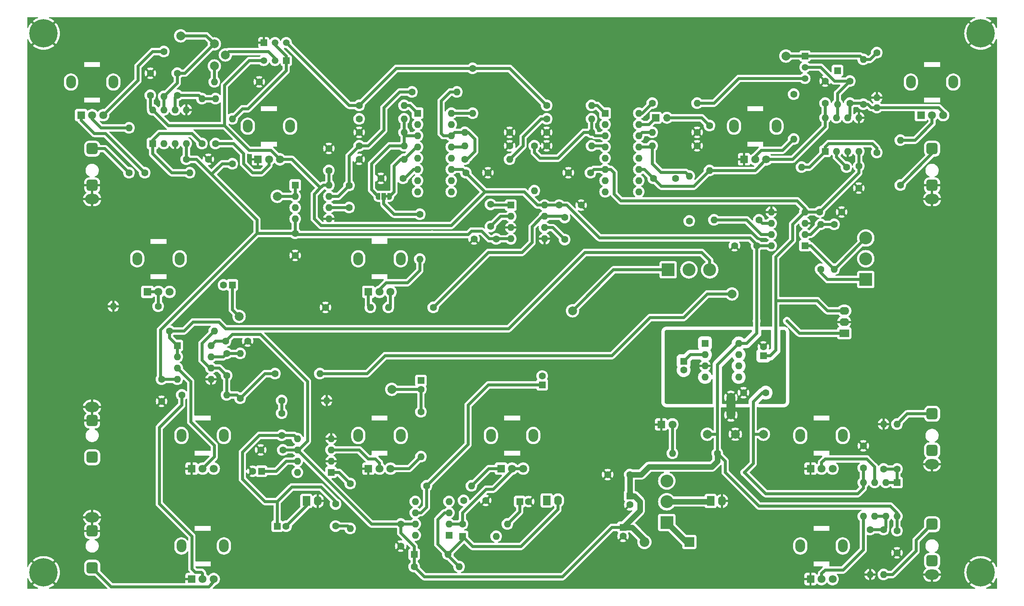
<source format=gtl>
%TF.GenerationSoftware,KiCad,Pcbnew,8.0.7*%
%TF.CreationDate,2025-01-15T21:00:28+00:00*%
%TF.ProjectId,steel-feedback,73746565-6c2d-4666-9565-646261636b2e,rev?*%
%TF.SameCoordinates,Original*%
%TF.FileFunction,Copper,L1,Top*%
%TF.FilePolarity,Positive*%
%FSLAX46Y46*%
G04 Gerber Fmt 4.6, Leading zero omitted, Abs format (unit mm)*
G04 Created by KiCad (PCBNEW 8.0.7) date 2025-01-15 21:00:28*
%MOMM*%
%LPD*%
G01*
G04 APERTURE LIST*
G04 Aperture macros list*
%AMRoundRect*
0 Rectangle with rounded corners*
0 $1 Rounding radius*
0 $2 $3 $4 $5 $6 $7 $8 $9 X,Y pos of 4 corners*
0 Add a 4 corners polygon primitive as box body*
4,1,4,$2,$3,$4,$5,$6,$7,$8,$9,$2,$3,0*
0 Add four circle primitives for the rounded corners*
1,1,$1+$1,$2,$3*
1,1,$1+$1,$4,$5*
1,1,$1+$1,$6,$7*
1,1,$1+$1,$8,$9*
0 Add four rect primitives between the rounded corners*
20,1,$1+$1,$2,$3,$4,$5,0*
20,1,$1+$1,$4,$5,$6,$7,0*
20,1,$1+$1,$6,$7,$8,$9,0*
20,1,$1+$1,$8,$9,$2,$3,0*%
%AMFreePoly0*
4,1,19,0.550000,-0.750000,0.000000,-0.750000,0.000000,-0.744911,-0.071157,-0.744911,-0.207708,-0.704816,-0.327430,-0.627875,-0.420627,-0.520320,-0.479746,-0.390866,-0.500000,-0.250000,-0.500000,0.250000,-0.479746,0.390866,-0.420627,0.520320,-0.327430,0.627875,-0.207708,0.704816,-0.071157,0.744911,0.000000,0.744911,0.000000,0.750000,0.550000,0.750000,0.550000,-0.750000,0.550000,-0.750000,
$1*%
%AMFreePoly1*
4,1,19,0.000000,0.744911,0.071157,0.744911,0.207708,0.704816,0.327430,0.627875,0.420627,0.520320,0.479746,0.390866,0.500000,0.250000,0.500000,-0.250000,0.479746,-0.390866,0.420627,-0.520320,0.327430,-0.627875,0.207708,-0.704816,0.071157,-0.744911,0.000000,-0.744911,0.000000,-0.750000,-0.550000,-0.750000,-0.550000,0.750000,0.000000,0.750000,0.000000,0.744911,0.000000,0.744911,
$1*%
G04 Aperture macros list end*
%TA.AperFunction,EtchedComponent*%
%ADD10C,0.000000*%
%TD*%
%TA.AperFunction,ComponentPad*%
%ADD11C,6.400000*%
%TD*%
%TA.AperFunction,ComponentPad*%
%ADD12C,1.600000*%
%TD*%
%TA.AperFunction,ComponentPad*%
%ADD13O,1.600000X1.600000*%
%TD*%
%TA.AperFunction,ComponentPad*%
%ADD14R,1.740000X2.200000*%
%TD*%
%TA.AperFunction,ComponentPad*%
%ADD15O,1.740000X2.200000*%
%TD*%
%TA.AperFunction,ComponentPad*%
%ADD16O,2.200000X2.900000*%
%TD*%
%TA.AperFunction,ComponentPad*%
%ADD17R,1.800000X1.800000*%
%TD*%
%TA.AperFunction,ComponentPad*%
%ADD18C,1.800000*%
%TD*%
%TA.AperFunction,ComponentPad*%
%ADD19R,2.921000X2.921000*%
%TD*%
%TA.AperFunction,ComponentPad*%
%ADD20C,2.921000*%
%TD*%
%TA.AperFunction,ComponentPad*%
%ADD21C,2.000000*%
%TD*%
%TA.AperFunction,ComponentPad*%
%ADD22O,3.100000X2.300000*%
%TD*%
%TA.AperFunction,ComponentPad*%
%ADD23RoundRect,0.650000X0.650000X0.650000X-0.650000X0.650000X-0.650000X-0.650000X0.650000X-0.650000X0*%
%TD*%
%TA.AperFunction,ComponentPad*%
%ADD24R,1.600000X1.600000*%
%TD*%
%TA.AperFunction,ComponentPad*%
%ADD25RoundRect,0.650000X-0.650000X-0.650000X0.650000X-0.650000X0.650000X0.650000X-0.650000X0.650000X0*%
%TD*%
%TA.AperFunction,ComponentPad*%
%ADD26R,1.500000X1.500000*%
%TD*%
%TA.AperFunction,ComponentPad*%
%ADD27C,1.500000*%
%TD*%
%TA.AperFunction,ComponentPad*%
%ADD28R,1.700000X1.700000*%
%TD*%
%TA.AperFunction,ComponentPad*%
%ADD29O,1.700000X1.700000*%
%TD*%
%TA.AperFunction,SMDPad,CuDef*%
%ADD30FreePoly0,180.000000*%
%TD*%
%TA.AperFunction,SMDPad,CuDef*%
%ADD31R,1.000000X1.500000*%
%TD*%
%TA.AperFunction,SMDPad,CuDef*%
%ADD32FreePoly1,180.000000*%
%TD*%
%TA.AperFunction,ComponentPad*%
%ADD33R,2.200000X1.740000*%
%TD*%
%TA.AperFunction,ComponentPad*%
%ADD34O,2.200000X1.740000*%
%TD*%
%TA.AperFunction,ComponentPad*%
%ADD35R,2.200000X2.200000*%
%TD*%
%TA.AperFunction,ComponentPad*%
%ADD36O,2.200000X2.200000*%
%TD*%
%TA.AperFunction,SMDPad,CuDef*%
%ADD37C,2.000000*%
%TD*%
%TA.AperFunction,ViaPad*%
%ADD38C,0.762000*%
%TD*%
%TA.AperFunction,Conductor*%
%ADD39C,0.635000*%
%TD*%
%TA.AperFunction,Conductor*%
%ADD40C,1.270000*%
%TD*%
G04 APERTURE END LIST*
D10*
%TA.AperFunction,EtchedComponent*%
%TO.C,JP3*%
G36*
X111868000Y-71166000D02*
G01*
X111368000Y-71166000D01*
X111368000Y-70566000D01*
X111868000Y-70566000D01*
X111868000Y-71166000D01*
G37*
%TD.AperFunction*%
%TA.AperFunction,EtchedComponent*%
%TO.C,NT1*%
G36*
X190484000Y-120364000D02*
G01*
X188484000Y-120364000D01*
X188484000Y-116364000D01*
X190484000Y-116364000D01*
X190484000Y-120364000D01*
G37*
%TD.AperFunction*%
%TD*%
D11*
%TO.P,H4,1,1*%
%TO.N,GND*%
X246000000Y-156000000D03*
%TD*%
%TO.P,H3,1,1*%
%TO.N,GND*%
X34000000Y-156000000D03*
%TD*%
%TO.P,H2,1,1*%
%TO.N,GND*%
X246000000Y-34000000D03*
%TD*%
%TO.P,H1,1,1*%
%TO.N,GND*%
X34000000Y-34000000D03*
%TD*%
D12*
%TO.P,R50,1*%
%TO.N,Net-(Q3-E)*%
X222504000Y-38354000D03*
D13*
%TO.P,R50,2*%
%TO.N,GND*%
X222504000Y-48514000D03*
%TD*%
D14*
%TO.P,MK1,1,-*%
%TO.N,VEE*%
X147828000Y-139700000D03*
D15*
%TO.P,MK1,2,+*%
%TO.N,Net-(D1-A)*%
X150368000Y-139700000D03*
%TD*%
D12*
%TO.P,R33,1*%
%TO.N,Net-(Q2-C)*%
X147828000Y-50292000D03*
D13*
%TO.P,R33,2*%
%TO.N,Net-(R33-Pad2)*%
X157988000Y-50292000D03*
%TD*%
D16*
%TO.P,RV5,*%
%TO.N,*%
X190200000Y-55000000D03*
X199800000Y-55000000D03*
D17*
%TO.P,RV5,1,1*%
%TO.N,GND*%
X192500000Y-62500000D03*
D18*
%TO.P,RV5,2,2*%
%TO.N,Net-(R40-Pad2)*%
X195000000Y-62500000D03*
%TO.P,RV5,3,3*%
%TO.N,VCC*%
X197500000Y-62500000D03*
%TD*%
D19*
%TO.P,SW3,1,A*%
%TO.N,FEEDBACK_AUDIO*%
X175301000Y-87500000D03*
D20*
%TO.P,SW3,2,B*%
%TO.N,Net-(SW3-B)*%
X180000000Y-87500000D03*
%TO.P,SW3,3,C*%
%TO.N,AUDIO_INPUT_2*%
X184699000Y-87500000D03*
%TD*%
D12*
%TO.P,R5,1*%
%TO.N,GND*%
X105410000Y-56388000D03*
D13*
%TO.P,R5,2*%
%TO.N,Net-(JP3-B)*%
X115570000Y-56388000D03*
%TD*%
D12*
%TO.P,C18,1*%
%TO.N,VCC*%
X171958000Y-66802000D03*
%TO.P,C18,2*%
%TO.N,GND*%
X176958000Y-66802000D03*
%TD*%
D21*
%TO.P,TP8,1,1*%
%TO.N,Net-(SW2-B)*%
X189738000Y-92964000D03*
%TD*%
D22*
%TO.P,J1,S*%
%TO.N,GND*%
X45000000Y-143520000D03*
D23*
%TO.P,J1,T*%
%TO.N,Net-(J1-PadT)*%
X45000000Y-154920000D03*
%TO.P,J1,TN*%
%TO.N,GND*%
X45000000Y-146620000D03*
%TD*%
D24*
%TO.P,U3,1*%
%TO.N,Net-(R33-Pad2)*%
X161046000Y-52060000D03*
D13*
%TO.P,U3,2,DIODE_BIAS*%
%TO.N,unconnected-(U3C-DIODE_BIAS-Pad2)*%
X161046000Y-54600000D03*
%TO.P,U3,3,+*%
%TO.N,Net-(U3C-+)*%
X161046000Y-57140000D03*
%TO.P,U3,4,-*%
%TO.N,Net-(U3C--)*%
X161046000Y-59680000D03*
%TO.P,U3,5*%
%TO.N,Net-(U13B--)*%
X161046000Y-62220000D03*
%TO.P,U3,6,V-*%
%TO.N,VEE*%
X161046000Y-64760000D03*
%TO.P,U3,7*%
%TO.N,unconnected-(U3-Pad7)*%
X161046000Y-67300000D03*
%TO.P,U3,8*%
%TO.N,unconnected-(U3-Pad8)*%
X161046000Y-69840000D03*
%TO.P,U3,9*%
%TO.N,unconnected-(U3-Pad9)*%
X168666000Y-69840000D03*
%TO.P,U3,10*%
%TO.N,unconnected-(U3-Pad10)*%
X168666000Y-67300000D03*
%TO.P,U3,11,V+*%
%TO.N,VCC*%
X168666000Y-64760000D03*
%TO.P,U3,12*%
%TO.N,Net-(U10B--)*%
X168666000Y-62220000D03*
%TO.P,U3,13,-*%
%TO.N,Net-(U3A--)*%
X168666000Y-59680000D03*
%TO.P,U3,14,+*%
%TO.N,Net-(U3A-+)*%
X168666000Y-57140000D03*
%TO.P,U3,15,DIODE_BIAS*%
%TO.N,Net-(JP1-A)*%
X168666000Y-54600000D03*
%TO.P,U3,16*%
%TO.N,Net-(R44-Pad1)*%
X168666000Y-52060000D03*
%TD*%
D12*
%TO.P,R46,1*%
%TO.N,Net-(U7--)*%
X128778000Y-145034000D03*
D13*
%TO.P,R46,2*%
%TO.N,Net-(C10-Pad1)*%
X138938000Y-145034000D03*
%TD*%
D22*
%TO.P,J5,S*%
%TO.N,GND*%
X235000000Y-71480000D03*
D25*
%TO.P,J5,T*%
%TO.N,Net-(J5-PadT)*%
X235000000Y-60080000D03*
%TO.P,J5,TN*%
%TO.N,GND*%
X235000000Y-68380000D03*
%TD*%
D12*
%TO.P,R13,1*%
%TO.N,Net-(U8B--)*%
X220980000Y-146304000D03*
D13*
%TO.P,R13,2*%
%TO.N,GND*%
X220980000Y-156464000D03*
%TD*%
D12*
%TO.P,R52,1*%
%TO.N,GND*%
X82804000Y-44958000D03*
D13*
%TO.P,R52,2*%
%TO.N,Net-(R52-Pad2)*%
X72644000Y-44958000D03*
%TD*%
D16*
%TO.P,RV8,*%
%TO.N,*%
X105200000Y-125000000D03*
X114800000Y-125000000D03*
D17*
%TO.P,RV8,1,1*%
%TO.N,GND*%
X107500000Y-132500000D03*
D18*
%TO.P,RV8,2,2*%
%TO.N,Net-(U6-+)*%
X110000000Y-132500000D03*
%TO.P,RV8,3,3*%
%TO.N,Net-(R18-Pad2)*%
X112500000Y-132500000D03*
%TD*%
D12*
%TO.P,R49,1*%
%TO.N,Net-(SW3-B)*%
X180086000Y-76454000D03*
D13*
%TO.P,R49,2*%
%TO.N,Net-(U3A--)*%
X180086000Y-66294000D03*
%TD*%
D24*
%TO.P,U10,1*%
%TO.N,Net-(SW2-C)*%
X206248000Y-82032000D03*
D13*
%TO.P,U10,2,-*%
%TO.N,Net-(U10A--)*%
X206248000Y-79492000D03*
%TO.P,U10,3,+*%
%TO.N,GND*%
X206248000Y-76952000D03*
%TO.P,U10,4,V-*%
%TO.N,VEE*%
X206248000Y-74412000D03*
%TO.P,U10,5,+*%
%TO.N,GND*%
X198628000Y-74412000D03*
%TO.P,U10,6,-*%
%TO.N,Net-(U10B--)*%
X198628000Y-76952000D03*
%TO.P,U10,7*%
%TO.N,Net-(SW2-A)*%
X198628000Y-79492000D03*
%TO.P,U10,8,V+*%
%TO.N,VCC*%
X198628000Y-82032000D03*
%TD*%
D12*
%TO.P,R15,1*%
%TO.N,GND*%
X147828000Y-59436000D03*
D13*
%TO.P,R15,2*%
%TO.N,Net-(U3C--)*%
X157988000Y-59436000D03*
%TD*%
D21*
%TO.P,TP2,1,1*%
%TO.N,VEE*%
X196850000Y-124714000D03*
%TD*%
D12*
%TO.P,R24,1*%
%TO.N,Net-(JP1-B)*%
X184658000Y-54864000D03*
D13*
%TO.P,R24,2*%
%TO.N,VCC*%
X184658000Y-65024000D03*
%TD*%
D24*
%TO.P,C9,1*%
%TO.N,Net-(C41-Pad1)*%
X86868000Y-145542000D03*
D12*
%TO.P,C9,2*%
%TO.N,Net-(C9-Pad2)*%
X88868000Y-145542000D03*
%TD*%
D21*
%TO.P,TP5,1,1*%
%TO.N,Net-(C4-Pad2)*%
X112776000Y-114554000D03*
%TD*%
D26*
%TO.P,Q1,1,E*%
%TO.N,Net-(Q1-E)*%
X88900000Y-40132000D03*
D27*
%TO.P,Q1,2,B*%
%TO.N,Net-(Q1-B)*%
X86360000Y-40132000D03*
%TO.P,Q1,3,C*%
%TO.N,VCC*%
X83820000Y-40132000D03*
%TD*%
D12*
%TO.P,R1,1*%
%TO.N,Net-(C1-Pad1)*%
X105410000Y-59436000D03*
D13*
%TO.P,R1,2*%
%TO.N,Net-(JP3-B)*%
X115570000Y-59436000D03*
%TD*%
D24*
%TO.P,C7,1*%
%TO.N,Net-(U6-BYPASS)*%
X83312000Y-133096000D03*
D12*
%TO.P,C7,2*%
%TO.N,GND*%
X81312000Y-133096000D03*
%TD*%
%TO.P,R37,1*%
%TO.N,Net-(R36-Pad2)*%
X69850000Y-58928000D03*
D13*
%TO.P,R37,2*%
%TO.N,Net-(U4B--)*%
X69850000Y-48768000D03*
%TD*%
D12*
%TO.P,R42,1*%
%TO.N,Net-(D5-K)*%
X219456000Y-50038000D03*
D13*
%TO.P,R42,2*%
%TO.N,Net-(Q3-E)*%
X219456000Y-39878000D03*
%TD*%
D19*
%TO.P,SW2,1,A*%
%TO.N,Net-(SW2-A)*%
X220000000Y-89699000D03*
D20*
%TO.P,SW2,2,B*%
%TO.N,Net-(SW2-B)*%
X220000000Y-85000000D03*
%TO.P,SW2,3,C*%
%TO.N,Net-(SW2-C)*%
X220000000Y-80301000D03*
%TD*%
D12*
%TO.P,C22,1*%
%TO.N,GND*%
X218440000Y-69008000D03*
%TO.P,C22,2*%
%TO.N,VEE*%
X218440000Y-64008000D03*
%TD*%
%TO.P,R4,1*%
%TO.N,Net-(U12A--)*%
X105410000Y-53340000D03*
D13*
%TO.P,R4,2*%
%TO.N,Net-(JP3-B)*%
X115570000Y-53340000D03*
%TD*%
D12*
%TO.P,R55,1*%
%TO.N,Net-(R55-Pad1)*%
X103378000Y-135890000D03*
D13*
%TO.P,R55,2*%
%TO.N,Net-(C41-Pad2)*%
X103378000Y-146050000D03*
%TD*%
D12*
%TO.P,R18,1*%
%TO.N,Net-(C4-Pad2)*%
X119380000Y-119634000D03*
D13*
%TO.P,R18,2*%
%TO.N,Net-(R18-Pad2)*%
X119380000Y-129794000D03*
%TD*%
D12*
%TO.P,R30,1*%
%TO.N,VEE*%
X76708000Y-63500000D03*
D13*
%TO.P,R30,2*%
%TO.N,Net-(Q1-E)*%
X76708000Y-53340000D03*
%TD*%
D28*
%TO.P,JP1,1,A*%
%TO.N,Net-(JP1-A)*%
X172466000Y-53086000D03*
D29*
%TO.P,JP1,2,B*%
%TO.N,Net-(JP1-B)*%
X175006000Y-53086000D03*
%TD*%
D12*
%TO.P,C31,1*%
%TO.N,VCC*%
X88138000Y-128270000D03*
%TO.P,C31,2*%
%TO.N,GND*%
X83138000Y-128270000D03*
%TD*%
%TO.P,C41,1*%
%TO.N,Net-(C41-Pad1)*%
X100076000Y-140502000D03*
%TO.P,C41,2*%
%TO.N,Net-(C41-Pad2)*%
X100076000Y-145502000D03*
%TD*%
D16*
%TO.P,RV10,*%
%TO.N,*%
X205200000Y-125000000D03*
X214800000Y-125000000D03*
D17*
%TO.P,RV10,1,1*%
%TO.N,GND*%
X207500000Y-132500000D03*
D18*
%TO.P,RV10,2,2*%
%TO.N,Net-(U8A-+)*%
X210000000Y-132500000D03*
%TO.P,RV10,3,3*%
%TO.N,FEEDBACK_AUDIO*%
X212500000Y-132500000D03*
%TD*%
D12*
%TO.P,C27,1*%
%TO.N,GND*%
X214550000Y-74422000D03*
%TO.P,C27,2*%
%TO.N,VEE*%
X209550000Y-74422000D03*
%TD*%
D24*
%TO.P,C34,1*%
%TO.N,VCC*%
X165100000Y-145796000D03*
D12*
%TO.P,C34,2*%
%TO.N,GND*%
X165100000Y-147796000D03*
%TD*%
%TO.P,C36,1*%
%TO.N,GND*%
X60706000Y-117268000D03*
%TO.P,C36,2*%
%TO.N,VEE*%
X60706000Y-112268000D03*
%TD*%
D24*
%TO.P,U6,1,GAIN*%
%TO.N,Net-(R55-Pad1)*%
X99050000Y-133340000D03*
D13*
%TO.P,U6,2,-*%
%TO.N,GND*%
X99050000Y-130800000D03*
%TO.P,U6,3,+*%
%TO.N,Net-(U6-+)*%
X99050000Y-128260000D03*
%TO.P,U6,4,GND*%
%TO.N,GND*%
X99050000Y-125720000D03*
%TO.P,U6,5*%
%TO.N,Net-(C41-Pad1)*%
X91430000Y-125720000D03*
%TO.P,U6,6,V+*%
%TO.N,VCC*%
X91430000Y-128260000D03*
%TO.P,U6,7,BYPASS*%
%TO.N,Net-(U6-BYPASS)*%
X91430000Y-130800000D03*
%TO.P,U6,8,GAIN*%
%TO.N,unconnected-(U6-GAIN-Pad8)*%
X91430000Y-133340000D03*
%TD*%
D12*
%TO.P,R38,1*%
%TO.N,Net-(J5-PadT)*%
X227838000Y-68326000D03*
D13*
%TO.P,R38,2*%
%TO.N,Net-(R38-Pad2)*%
X227838000Y-58166000D03*
%TD*%
D12*
%TO.P,R51,1*%
%TO.N,Net-(R51-Pad1)*%
X59944000Y-95758000D03*
D13*
%TO.P,R51,2*%
%TO.N,GND*%
X49784000Y-95758000D03*
%TD*%
D12*
%TO.P,R32,1*%
%TO.N,Net-(Q2-C)*%
X131064000Y-41910000D03*
D13*
%TO.P,R32,2*%
%TO.N,Net-(R32-Pad2)*%
X131064000Y-52070000D03*
%TD*%
D16*
%TO.P,RV4,*%
%TO.N,*%
X80200000Y-55000000D03*
X89800000Y-55000000D03*
D17*
%TO.P,RV4,1,1*%
%TO.N,GND*%
X82500000Y-62500000D03*
D18*
%TO.P,RV4,2,2*%
%TO.N,Net-(R35-Pad1)*%
X85000000Y-62500000D03*
%TO.P,RV4,3,3*%
%TO.N,VCC*%
X87500000Y-62500000D03*
%TD*%
D14*
%TO.P,LS1,1,1*%
%TO.N,Net-(C9-Pad2)*%
X93468000Y-139831500D03*
D15*
%TO.P,LS1,2,2*%
%TO.N,GND*%
X96008000Y-139831500D03*
%TD*%
D12*
%TO.P,C24,1*%
%TO.N,GND*%
X134032000Y-139700000D03*
%TO.P,C24,2*%
%TO.N,VEE*%
X129032000Y-139700000D03*
%TD*%
D24*
%TO.P,U13,1*%
%TO.N,Net-(C2-Pad1)*%
X139710000Y-72868000D03*
D13*
%TO.P,U13,2,-*%
%TO.N,Net-(U13A--)*%
X139710000Y-75408000D03*
%TO.P,U13,3,+*%
%TO.N,GND*%
X139710000Y-77948000D03*
%TO.P,U13,4,V-*%
%TO.N,VEE*%
X139710000Y-80488000D03*
%TO.P,U13,5,+*%
%TO.N,GND*%
X147330000Y-80488000D03*
%TO.P,U13,6,-*%
%TO.N,Net-(U13B--)*%
X147330000Y-77948000D03*
%TO.P,U13,7*%
%TO.N,Net-(C3-Pad1)*%
X147330000Y-75408000D03*
%TO.P,U13,8,V+*%
%TO.N,VCC*%
X147330000Y-72868000D03*
%TD*%
D12*
%TO.P,C23,1*%
%TO.N,VCC*%
X114808000Y-145034000D03*
%TO.P,C23,2*%
%TO.N,GND*%
X114808000Y-150034000D03*
%TD*%
D24*
%TO.P,C11,1*%
%TO.N,Net-(C11-Pad1)*%
X146812000Y-113538000D03*
D12*
%TO.P,C11,2*%
%TO.N,FEEDBACK_AUDIO*%
X146812000Y-111538000D03*
%TD*%
%TO.P,C26,1*%
%TO.N,VCC*%
X195326000Y-82042000D03*
%TO.P,C26,2*%
%TO.N,GND*%
X190326000Y-82042000D03*
%TD*%
D24*
%TO.P,C33,1*%
%TO.N,Net-(C33-Pad1)*%
X76708000Y-90932000D03*
D12*
%TO.P,C33,2*%
%TO.N,Net-(U12A-+)*%
X74708000Y-90932000D03*
%TD*%
%TO.P,R43,1*%
%TO.N,Net-(C8-Pad2)*%
X87884000Y-117094000D03*
D13*
%TO.P,R43,2*%
%TO.N,GND*%
X98044000Y-117094000D03*
%TD*%
D19*
%TO.P,SW1,1,A*%
%TO.N,Net-(D3-K)*%
X175000000Y-144699000D03*
D20*
%TO.P,SW1,2,B*%
%TO.N,Net-(SW1-B)*%
X175000000Y-140000000D03*
%TO.P,SW1,3,C*%
%TO.N,unconnected-(SW1-C-Pad3)*%
X175000000Y-135301000D03*
%TD*%
D24*
%TO.P,D5,1,K*%
%TO.N,Net-(D5-K)*%
X213614000Y-42418000D03*
D13*
%TO.P,D5,2,A*%
%TO.N,Net-(D5-A)*%
X213614000Y-50038000D03*
%TD*%
D12*
%TO.P,R35,1*%
%TO.N,Net-(R35-Pad1)*%
X72898000Y-58928000D03*
D13*
%TO.P,R35,2*%
%TO.N,Net-(U4B--)*%
X72898000Y-48768000D03*
%TD*%
D12*
%TO.P,R21,1*%
%TO.N,Net-(JP3-C)*%
X119126000Y-74930000D03*
D13*
%TO.P,R21,2*%
%TO.N,Net-(R21-Pad2)*%
X119126000Y-85090000D03*
%TD*%
D24*
%TO.P,C28,1*%
%TO.N,Net-(U9-CAP+)*%
X178816000Y-108204000D03*
D12*
%TO.P,C28,2*%
%TO.N,Net-(U9-CAP-)*%
X178816000Y-110204000D03*
%TD*%
D22*
%TO.P,J4,S*%
%TO.N,GND*%
X45000000Y-71480000D03*
D25*
%TO.P,J4,T*%
%TO.N,Net-(J4-PadT)*%
X45000000Y-60080000D03*
%TO.P,J4,TN*%
%TO.N,GND*%
X45000000Y-68380000D03*
%TD*%
D12*
%TO.P,R26,1*%
%TO.N,Net-(U10A--)*%
X212852000Y-77216000D03*
D13*
%TO.P,R26,2*%
%TO.N,Net-(SW2-C)*%
X212852000Y-87376000D03*
%TD*%
D16*
%TO.P,RV1,*%
%TO.N,*%
X65200000Y-150000000D03*
X74800000Y-150000000D03*
D17*
%TO.P,RV1,1,1*%
%TO.N,GND*%
X67500000Y-157500000D03*
D18*
%TO.P,RV1,2,2*%
%TO.N,Net-(R7-Pad1)*%
X70000000Y-157500000D03*
%TO.P,RV1,3,3*%
%TO.N,Net-(J1-PadT)*%
X72500000Y-157500000D03*
%TD*%
D12*
%TO.P,R44,1*%
%TO.N,Net-(R44-Pad1)*%
X171704000Y-49784000D03*
D13*
%TO.P,R44,2*%
%TO.N,Net-(Q3-C)*%
X181864000Y-49784000D03*
%TD*%
D12*
%TO.P,R29,1*%
%TO.N,Net-(U4B--)*%
X61214000Y-38100000D03*
D13*
%TO.P,R29,2*%
%TO.N,Net-(C5-Pad2)*%
X61214000Y-48260000D03*
%TD*%
D12*
%TO.P,R48,1*%
%TO.N,VCC*%
X186436000Y-129032000D03*
D13*
%TO.P,R48,2*%
%TO.N,Net-(D4-A)*%
X176276000Y-129032000D03*
%TD*%
D30*
%TO.P,JP3,1,A*%
%TO.N,Net-(JP3-A)*%
X112268000Y-70866000D03*
D31*
%TO.P,JP3,2,C*%
%TO.N,Net-(JP3-C)*%
X110968000Y-70866000D03*
D32*
%TO.P,JP3,3,B*%
%TO.N,Net-(JP3-B)*%
X109668000Y-70866000D03*
%TD*%
D16*
%TO.P,RV3,*%
%TO.N,*%
X105200000Y-85000000D03*
X114800000Y-85000000D03*
D17*
%TO.P,RV3,1,1*%
%TO.N,Net-(R19-Pad2)*%
X107500000Y-92500000D03*
D18*
%TO.P,RV3,2,2*%
%TO.N,Net-(R21-Pad2)*%
X110000000Y-92500000D03*
%TO.P,RV3,3,3*%
%TO.N,Net-(R20-Pad2)*%
X112500000Y-92500000D03*
%TD*%
D12*
%TO.P,R19,1*%
%TO.N,GND*%
X97790000Y-96012000D03*
D13*
%TO.P,R19,2*%
%TO.N,Net-(R19-Pad2)*%
X107950000Y-96012000D03*
%TD*%
D16*
%TO.P,RV6,*%
%TO.N,*%
X40200000Y-45000000D03*
X49800000Y-45000000D03*
D17*
%TO.P,RV6,1,1*%
%TO.N,Net-(U4A--)*%
X42500000Y-52500000D03*
D18*
%TO.P,RV6,2,2*%
%TO.N,Net-(R34-Pad2)*%
X45000000Y-52500000D03*
%TO.P,RV6,3,3*%
%TO.N,Net-(U4B--)*%
X47500000Y-52500000D03*
%TD*%
D12*
%TO.P,C21,1*%
%TO.N,VCC*%
X210820000Y-49784000D03*
%TO.P,C21,2*%
%TO.N,GND*%
X210820000Y-44784000D03*
%TD*%
D24*
%TO.P,U4,1*%
%TO.N,Net-(R36-Pad2)*%
X58684000Y-58918000D03*
D13*
%TO.P,U4,2,-*%
%TO.N,Net-(U4A--)*%
X61224000Y-58918000D03*
%TO.P,U4,3,+*%
%TO.N,GND*%
X63764000Y-58918000D03*
%TO.P,U4,4,V-*%
%TO.N,VEE*%
X66304000Y-58918000D03*
%TO.P,U4,5,+*%
%TO.N,GND*%
X66304000Y-51298000D03*
%TO.P,U4,6,-*%
%TO.N,Net-(U4B--)*%
X63764000Y-51298000D03*
%TO.P,U4,7*%
%TO.N,Net-(C5-Pad2)*%
X61224000Y-51298000D03*
%TO.P,U4,8,V+*%
%TO.N,VCC*%
X58684000Y-51298000D03*
%TD*%
D12*
%TO.P,R45,1*%
%TO.N,Net-(C11-Pad1)*%
X120650000Y-136398000D03*
D13*
%TO.P,R45,2*%
%TO.N,Net-(R45-Pad2)*%
X130810000Y-136398000D03*
%TD*%
D16*
%TO.P,RV12,*%
%TO.N,*%
X135200000Y-125000000D03*
X144800000Y-125000000D03*
D17*
%TO.P,RV12,1,1*%
%TO.N,Net-(R45-Pad2)*%
X137500000Y-132500000D03*
D18*
%TO.P,RV12,2,2*%
%TO.N,Net-(U7--)*%
X140000000Y-132500000D03*
%TO.P,RV12,3,3*%
X142500000Y-132500000D03*
%TD*%
D12*
%TO.P,C1,1*%
%TO.N,Net-(C1-Pad1)*%
X103124000Y-68406000D03*
%TO.P,C1,2*%
%TO.N,Net-(U12B--)*%
X103124000Y-73406000D03*
%TD*%
D21*
%TO.P,TP6,1,1*%
%TO.N,Net-(C5-Pad2)*%
X65024000Y-34544000D03*
%TD*%
D12*
%TO.P,R20,1*%
%TO.N,Net-(C3-Pad1)*%
X122174000Y-96012000D03*
D13*
%TO.P,R20,2*%
%TO.N,Net-(R20-Pad2)*%
X112014000Y-96012000D03*
%TD*%
D24*
%TO.P,D2,1,K*%
%TO.N,Net-(D1-A)*%
X128778000Y-147828000D03*
D13*
%TO.P,D2,2,A*%
%TO.N,VEE*%
X136398000Y-147828000D03*
%TD*%
D12*
%TO.P,C12,1*%
%TO.N,VCC*%
X58166000Y-48006000D03*
%TO.P,C12,2*%
%TO.N,GND*%
X58166000Y-43006000D03*
%TD*%
%TO.P,R14,1*%
%TO.N,Net-(C2-Pad1)*%
X147828000Y-53340000D03*
D13*
%TO.P,R14,2*%
%TO.N,Net-(U3C-+)*%
X157988000Y-53340000D03*
%TD*%
D12*
%TO.P,R12,1*%
%TO.N,Net-(U2A-+)*%
X129286000Y-62484000D03*
D13*
%TO.P,R12,2*%
%TO.N,Net-(C2-Pad1)*%
X139446000Y-62484000D03*
%TD*%
D12*
%TO.P,C30,1*%
%TO.N,VEE*%
X197358000Y-115316000D03*
%TO.P,C30,2*%
%TO.N,GNDD*%
X192358000Y-115316000D03*
%TD*%
%TO.P,R23,1*%
%TO.N,GND*%
X181864000Y-59436000D03*
D13*
%TO.P,R23,2*%
%TO.N,Net-(U3A--)*%
X171704000Y-59436000D03*
%TD*%
D12*
%TO.P,R9,1*%
%TO.N,Net-(C1-Pad1)*%
X117348000Y-47244000D03*
D13*
%TO.P,R9,2*%
%TO.N,Net-(U2A-+)*%
X127508000Y-47244000D03*
%TD*%
D12*
%TO.P,R3,1*%
%TO.N,GND*%
X105410000Y-62484000D03*
D13*
%TO.P,R3,2*%
%TO.N,Net-(JP3-A)*%
X115570000Y-62484000D03*
%TD*%
D24*
%TO.P,C4,1*%
%TO.N,Net-(C3-Pad1)*%
X119380000Y-112554000D03*
D12*
%TO.P,C4,2*%
%TO.N,Net-(C4-Pad2)*%
X119380000Y-114554000D03*
%TD*%
%TO.P,R40,1*%
%TO.N,Net-(D5-K)*%
X203708000Y-47752000D03*
D13*
%TO.P,R40,2*%
%TO.N,Net-(R40-Pad2)*%
X203708000Y-57912000D03*
%TD*%
D24*
%TO.P,U11,1*%
%TO.N,AUDIO_INPUT_2*%
X64262000Y-104648000D03*
D13*
%TO.P,U11,2,-*%
X64262000Y-107188000D03*
%TO.P,U11,3,+*%
%TO.N,Net-(U11A-+)*%
X64262000Y-109728000D03*
%TO.P,U11,4,V-*%
%TO.N,VEE*%
X64262000Y-112268000D03*
%TO.P,U11,5,+*%
%TO.N,GND*%
X71882000Y-112268000D03*
%TO.P,U11,6,-*%
%TO.N,Net-(U11B--)*%
X71882000Y-109728000D03*
%TO.P,U11,7*%
%TO.N,Net-(C33-Pad1)*%
X71882000Y-107188000D03*
%TO.P,U11,8,V+*%
%TO.N,VCC*%
X71882000Y-104648000D03*
%TD*%
D24*
%TO.P,U5,1*%
%TO.N,Net-(R39-Pad2)*%
X210820000Y-60706000D03*
D13*
%TO.P,U5,2,-*%
%TO.N,Net-(U5A--)*%
X213360000Y-60706000D03*
%TO.P,U5,3,+*%
%TO.N,GND*%
X215900000Y-60706000D03*
%TO.P,U5,4,V-*%
%TO.N,VEE*%
X218440000Y-60706000D03*
%TO.P,U5,5,+*%
%TO.N,GND*%
X218440000Y-53086000D03*
%TO.P,U5,6,-*%
%TO.N,Net-(D5-K)*%
X215900000Y-53086000D03*
%TO.P,U5,7*%
%TO.N,Net-(D5-A)*%
X213360000Y-53086000D03*
%TO.P,U5,8,V+*%
%TO.N,VCC*%
X210820000Y-53086000D03*
%TD*%
D16*
%TO.P,RV9,*%
%TO.N,*%
X55200000Y-85000000D03*
X64800000Y-85000000D03*
D17*
%TO.P,RV9,1,1*%
%TO.N,Net-(R51-Pad1)*%
X57500000Y-92500000D03*
D18*
%TO.P,RV9,2,2*%
X60000000Y-92500000D03*
%TO.P,RV9,3,3*%
%TO.N,Net-(U12A-+)*%
X62500000Y-92500000D03*
%TD*%
D12*
%TO.P,R54,1*%
%TO.N,Net-(U8B--)*%
X224028000Y-146304000D03*
D13*
%TO.P,R54,2*%
%TO.N,Net-(J7-PadT)*%
X224028000Y-156464000D03*
%TD*%
D26*
%TO.P,Q2,1,E*%
%TO.N,GND*%
X83820000Y-36068000D03*
D27*
%TO.P,Q2,2,B*%
%TO.N,Net-(Q1-E)*%
X86360000Y-36068000D03*
%TO.P,Q2,3,C*%
%TO.N,Net-(Q2-C)*%
X88900000Y-36068000D03*
%TD*%
D12*
%TO.P,R34,1*%
%TO.N,Net-(J4-PadT)*%
X53340000Y-65532000D03*
D13*
%TO.P,R34,2*%
%TO.N,Net-(R34-Pad2)*%
X53340000Y-55372000D03*
%TD*%
D12*
%TO.P,R8,1*%
%TO.N,AUDIO_INPUT_2*%
X62484000Y-101346000D03*
D13*
%TO.P,R8,2*%
%TO.N,Net-(U11B--)*%
X72644000Y-101346000D03*
%TD*%
D33*
%TO.P,J3,1,Pin_1*%
%TO.N,VCC*%
X215138000Y-101854000D03*
D34*
%TO.P,J3,2,Pin_2*%
%TO.N,GND*%
X215138000Y-99314000D03*
%TO.P,J3,3,Pin_3*%
%TO.N,VEE*%
X215138000Y-96774000D03*
%TD*%
D12*
%TO.P,R16,1*%
%TO.N,GND*%
X147828000Y-56388000D03*
D13*
%TO.P,R16,2*%
%TO.N,Net-(U3C-+)*%
X157988000Y-56388000D03*
%TD*%
D16*
%TO.P,RV2,*%
%TO.N,*%
X65200000Y-125000000D03*
X74800000Y-125000000D03*
D17*
%TO.P,RV2,1,1*%
%TO.N,GND*%
X67500000Y-132500000D03*
D18*
%TO.P,RV2,2,2*%
%TO.N,Net-(U11A-+)*%
X70000000Y-132500000D03*
%TO.P,RV2,3,3*%
%TO.N,Net-(J2-PadT)*%
X72500000Y-132500000D03*
%TD*%
D12*
%TO.P,R47,1*%
%TO.N,VCC*%
X117856000Y-154686000D03*
D13*
%TO.P,R47,2*%
%TO.N,Net-(D1-A)*%
X128016000Y-154686000D03*
%TD*%
D24*
%TO.P,U7,1,BAL*%
%TO.N,unconnected-(U7-BAL-Pad1)*%
X125720000Y-147564000D03*
D13*
%TO.P,U7,2,-*%
%TO.N,Net-(U7--)*%
X125720000Y-145024000D03*
%TO.P,U7,3,+*%
%TO.N,Net-(D1-A)*%
X125720000Y-142484000D03*
%TO.P,U7,4,V-*%
%TO.N,VEE*%
X125720000Y-139944000D03*
%TO.P,U7,5,COMP*%
%TO.N,unconnected-(U7-COMP-Pad5)*%
X118100000Y-139944000D03*
%TO.P,U7,6*%
%TO.N,Net-(C11-Pad1)*%
X118100000Y-142484000D03*
%TO.P,U7,7,V+*%
%TO.N,VCC*%
X118100000Y-145024000D03*
%TO.P,U7,8,C/B*%
%TO.N,unconnected-(U7-C{slash}B-Pad8)*%
X118100000Y-147564000D03*
%TD*%
D22*
%TO.P,J7,S*%
%TO.N,GND*%
X235000000Y-156480000D03*
D25*
%TO.P,J7,T*%
%TO.N,Net-(J7-PadT)*%
X235000000Y-145080000D03*
%TO.P,J7,TN*%
%TO.N,unconnected-(J7-PadTN)*%
X235000000Y-153380000D03*
%TD*%
D12*
%TO.P,C37,1*%
%TO.N,VCC*%
X227076000Y-146558000D03*
%TO.P,C37,2*%
%TO.N,GND*%
X227076000Y-151558000D03*
%TD*%
%TO.P,R22,1*%
%TO.N,GND*%
X181864000Y-56388000D03*
D13*
%TO.P,R22,2*%
%TO.N,Net-(U3A-+)*%
X171704000Y-56388000D03*
%TD*%
D12*
%TO.P,C25,1*%
%TO.N,VCC*%
X166624000Y-133858000D03*
%TO.P,C25,2*%
%TO.N,GND*%
X161624000Y-133858000D03*
%TD*%
%TO.P,C19,1*%
%TO.N,GND*%
X152734000Y-65532000D03*
%TO.P,C19,2*%
%TO.N,VEE*%
X157734000Y-65532000D03*
%TD*%
D21*
%TO.P,RV13,1,1*%
%TO.N,Net-(C5-Pad2)*%
X72644000Y-36362000D03*
%TO.P,RV13,2,2*%
%TO.N,Net-(Q1-B)*%
X75144000Y-38862000D03*
%TO.P,RV13,3,3*%
%TO.N,Net-(R52-Pad2)*%
X72644000Y-41362000D03*
%TD*%
%TO.P,TP7,1,1*%
%TO.N,FEEDBACK_AUDIO*%
X153670000Y-96774000D03*
%TD*%
D12*
%TO.P,R17,1*%
%TO.N,Net-(U3C-+)*%
X145034000Y-59436000D03*
D13*
%TO.P,R17,2*%
%TO.N,Net-(C3-Pad1)*%
X145034000Y-69596000D03*
%TD*%
D12*
%TO.P,R27,1*%
%TO.N,Net-(SW2-A)*%
X209804000Y-87376000D03*
D13*
%TO.P,R27,2*%
%TO.N,Net-(U10A--)*%
X209804000Y-77216000D03*
%TD*%
D21*
%TO.P,TP9,1,1*%
%TO.N,Net-(Q3-E)*%
X201940000Y-39106000D03*
%TD*%
D12*
%TO.P,C40,1*%
%TO.N,GND*%
X90932000Y-84248000D03*
%TO.P,C40,2*%
%TO.N,VEE*%
X90932000Y-79248000D03*
%TD*%
%TO.P,C6,1*%
%TO.N,Net-(D5-K)*%
X216408000Y-49784000D03*
%TO.P,C6,2*%
%TO.N,Net-(D5-A)*%
X216408000Y-44784000D03*
%TD*%
%TO.P,R7,1*%
%TO.N,Net-(R7-Pad1)*%
X65278000Y-115824000D03*
D13*
%TO.P,R7,2*%
%TO.N,Net-(U11B--)*%
X75438000Y-115824000D03*
%TD*%
D24*
%TO.P,C10,1*%
%TO.N,Net-(C10-Pad1)*%
X141732000Y-139954000D03*
D12*
%TO.P,C10,2*%
%TO.N,GND*%
X143732000Y-139954000D03*
%TD*%
D21*
%TO.P,TP4,1,1*%
%TO.N,Net-(C33-Pad1)*%
X78232000Y-98044000D03*
%TD*%
D12*
%TO.P,C32,1*%
%TO.N,VCC*%
X75184000Y-103632000D03*
%TO.P,C32,2*%
%TO.N,GND*%
X80184000Y-103632000D03*
%TD*%
D21*
%TO.P,TP10,1,1*%
%TO.N,Net-(U12A--)*%
X86868000Y-70866000D03*
%TD*%
D24*
%TO.P,U2,1*%
%TO.N,Net-(R31-Pad2)*%
X118628000Y-52060000D03*
D13*
%TO.P,U2,2,DIODE_BIAS*%
%TO.N,unconnected-(U2C-DIODE_BIAS-Pad2)*%
X118628000Y-54600000D03*
%TO.P,U2,3,+*%
%TO.N,Net-(JP3-B)*%
X118628000Y-57140000D03*
%TO.P,U2,4,-*%
%TO.N,Net-(JP3-A)*%
X118628000Y-59680000D03*
%TO.P,U2,5*%
%TO.N,Net-(U12B--)*%
X118628000Y-62220000D03*
%TO.P,U2,6,V-*%
%TO.N,VEE*%
X118628000Y-64760000D03*
%TO.P,U2,7*%
%TO.N,unconnected-(U2-Pad7)*%
X118628000Y-67300000D03*
%TO.P,U2,8*%
%TO.N,unconnected-(U2-Pad8)*%
X118628000Y-69840000D03*
%TO.P,U2,9*%
%TO.N,unconnected-(U2-Pad9)*%
X126248000Y-69840000D03*
%TO.P,U2,10*%
%TO.N,unconnected-(U2-Pad10)*%
X126248000Y-67300000D03*
%TO.P,U2,11,V+*%
%TO.N,VCC*%
X126248000Y-64760000D03*
%TO.P,U2,12*%
%TO.N,Net-(U13A--)*%
X126248000Y-62220000D03*
%TO.P,U2,13,-*%
%TO.N,Net-(U2A--)*%
X126248000Y-59680000D03*
%TO.P,U2,14,+*%
%TO.N,Net-(U2A-+)*%
X126248000Y-57140000D03*
%TO.P,U2,15,DIODE_BIAS*%
%TO.N,unconnected-(U2A-DIODE_BIAS-Pad15)*%
X126248000Y-54600000D03*
%TO.P,U2,16*%
%TO.N,Net-(R32-Pad2)*%
X126248000Y-52060000D03*
%TD*%
D21*
%TO.P,TP3,1,1*%
%TO.N,GND*%
X190500000Y-124714000D03*
%TD*%
D14*
%TO.P,J8,1*%
%TO.N,Net-(SW1-B)*%
X184912000Y-139831500D03*
D15*
%TO.P,J8,2*%
%TO.N,GND*%
X187452000Y-139831500D03*
%TD*%
D12*
%TO.P,R2,1*%
%TO.N,Net-(U8A--)*%
X224028000Y-132588000D03*
D13*
%TO.P,R2,2*%
%TO.N,GND*%
X224028000Y-122428000D03*
%TD*%
D35*
%TO.P,D3,1,K*%
%TO.N,Net-(D3-K)*%
X180086000Y-149098000D03*
D36*
%TO.P,D3,2,A*%
%TO.N,VCC*%
X169926000Y-149098000D03*
%TD*%
D24*
%TO.P,C29,1*%
%TO.N,VEE*%
X196850000Y-106934000D03*
D12*
%TO.P,C29,2*%
%TO.N,GNDD*%
X196850000Y-104934000D03*
%TD*%
%TO.P,C2,1*%
%TO.N,Net-(C2-Pad1)*%
X135128000Y-72684000D03*
%TO.P,C2,2*%
%TO.N,Net-(U13A--)*%
X135128000Y-77684000D03*
%TD*%
%TO.P,C5,1*%
%TO.N,Net-(U4B--)*%
X64262000Y-48006000D03*
%TO.P,C5,2*%
%TO.N,Net-(C5-Pad2)*%
X64262000Y-43006000D03*
%TD*%
%TO.P,R28,1*%
%TO.N,Net-(U11B--)*%
X86360000Y-110998000D03*
D13*
%TO.P,R28,2*%
%TO.N,Net-(SW2-B)*%
X96520000Y-110998000D03*
%TD*%
D24*
%TO.P,C20,1*%
%TO.N,VCC*%
X166624000Y-138684000D03*
D12*
%TO.P,C20,2*%
%TO.N,GND*%
X166624000Y-140684000D03*
%TD*%
D24*
%TO.P,U9,1,NC*%
%TO.N,unconnected-(U9-NC-Pad1)*%
X183642000Y-104150000D03*
D13*
%TO.P,U9,2,CAP+*%
%TO.N,Net-(U9-CAP+)*%
X183642000Y-106690000D03*
%TO.P,U9,3,GND*%
%TO.N,GNDD*%
X183642000Y-109230000D03*
%TO.P,U9,4,CAP-*%
%TO.N,Net-(U9-CAP-)*%
X183642000Y-111770000D03*
%TO.P,U9,5,VOUT*%
%TO.N,VEE*%
X191262000Y-111770000D03*
%TO.P,U9,6,LV*%
%TO.N,unconnected-(U9-LV-Pad6)*%
X191262000Y-109230000D03*
%TO.P,U9,7,OSC*%
%TO.N,unconnected-(U9-OSC-Pad7)*%
X191262000Y-106690000D03*
%TO.P,U9,8,V+*%
%TO.N,VCC*%
X191262000Y-104150000D03*
%TD*%
D12*
%TO.P,C17,1*%
%TO.N,GND*%
X110316000Y-66802000D03*
%TO.P,C17,2*%
%TO.N,VEE*%
X115316000Y-66802000D03*
%TD*%
%TO.P,R36,1*%
%TO.N,Net-(U4A--)*%
X56896000Y-65532000D03*
D13*
%TO.P,R36,2*%
%TO.N,Net-(R36-Pad2)*%
X67056000Y-65532000D03*
%TD*%
D22*
%TO.P,J2,S*%
%TO.N,GND*%
X45000000Y-118520000D03*
D23*
%TO.P,J2,T*%
%TO.N,Net-(J2-PadT)*%
X45000000Y-129920000D03*
%TO.P,J2,TN*%
%TO.N,GND*%
X45000000Y-121620000D03*
%TD*%
D22*
%TO.P,J6,S*%
%TO.N,GND*%
X235000000Y-131480000D03*
D25*
%TO.P,J6,T*%
%TO.N,Net-(J6-PadT)*%
X235000000Y-120080000D03*
%TO.P,J6,TN*%
%TO.N,unconnected-(J6-PadTN)*%
X235000000Y-128380000D03*
%TD*%
D12*
%TO.P,R6,1*%
%TO.N,Net-(U11B--)*%
X78486000Y-116586000D03*
D13*
%TO.P,R6,2*%
%TO.N,Net-(C33-Pad1)*%
X78486000Y-106426000D03*
%TD*%
D12*
%TO.P,R25,1*%
%TO.N,Net-(U10B--)*%
X195834000Y-76200000D03*
D13*
%TO.P,R25,2*%
%TO.N,Net-(SW2-A)*%
X185674000Y-76200000D03*
%TD*%
D12*
%TO.P,C39,1*%
%TO.N,VCC*%
X98552000Y-65024000D03*
%TO.P,C39,2*%
%TO.N,GND*%
X98552000Y-60024000D03*
%TD*%
%TO.P,C15,1*%
%TO.N,GND*%
X131398000Y-80518000D03*
%TO.P,C15,2*%
%TO.N,VEE*%
X136398000Y-80518000D03*
%TD*%
%TO.P,C38,1*%
%TO.N,GND*%
X219456000Y-127334000D03*
%TO.P,C38,2*%
%TO.N,VEE*%
X219456000Y-132334000D03*
%TD*%
D26*
%TO.P,Q3,1,E*%
%TO.N,Net-(Q3-E)*%
X206248000Y-39106000D03*
D27*
%TO.P,Q3,2,B*%
%TO.N,Net-(D5-A)*%
X206248000Y-41646000D03*
%TO.P,Q3,3,C*%
%TO.N,Net-(Q3-C)*%
X206248000Y-44186000D03*
%TD*%
D12*
%TO.P,R39,1*%
%TO.N,Net-(U5A--)*%
X215646000Y-64262000D03*
D13*
%TO.P,R39,2*%
%TO.N,Net-(R39-Pad2)*%
X205486000Y-64262000D03*
%TD*%
D12*
%TO.P,C35,1*%
%TO.N,Net-(C33-Pad1)*%
X75438000Y-106426000D03*
%TO.P,C35,2*%
%TO.N,Net-(U11B--)*%
X75438000Y-111426000D03*
%TD*%
D16*
%TO.P,RV7,*%
%TO.N,*%
X230200000Y-45000000D03*
X239800000Y-45000000D03*
D17*
%TO.P,RV7,1,1*%
%TO.N,Net-(U5A--)*%
X232500000Y-52500000D03*
D18*
%TO.P,RV7,2,2*%
%TO.N,Net-(R38-Pad2)*%
X235000000Y-52500000D03*
%TO.P,RV7,3,3*%
%TO.N,Net-(D5-K)*%
X237500000Y-52500000D03*
%TD*%
D24*
%TO.P,U8,1*%
%TO.N,Net-(U8A--)*%
X227066000Y-135646000D03*
D13*
%TO.P,U8,2,-*%
X224526000Y-135646000D03*
%TO.P,U8,3,+*%
%TO.N,Net-(U8A-+)*%
X221986000Y-135646000D03*
%TO.P,U8,4,V-*%
%TO.N,VEE*%
X219446000Y-135646000D03*
%TO.P,U8,5,+*%
%TO.N,Net-(U8B-+)*%
X219446000Y-143266000D03*
%TO.P,U8,6,-*%
%TO.N,Net-(U8B--)*%
X221986000Y-143266000D03*
%TO.P,U8,7*%
X224526000Y-143266000D03*
%TO.P,U8,8,V+*%
%TO.N,VCC*%
X227066000Y-143266000D03*
%TD*%
D21*
%TO.P,TP1,1,1*%
%TO.N,VCC*%
X184150000Y-124714000D03*
%TD*%
D12*
%TO.P,C3,1*%
%TO.N,Net-(C3-Pad1)*%
X151892000Y-75652000D03*
%TO.P,C3,2*%
%TO.N,Net-(U13B--)*%
X151892000Y-80652000D03*
%TD*%
%TO.P,C14,1*%
%TO.N,VCC*%
X150622000Y-72858000D03*
%TO.P,C14,2*%
%TO.N,GND*%
X155622000Y-72858000D03*
%TD*%
%TO.P,R11,1*%
%TO.N,GND*%
X139446000Y-56388000D03*
D13*
%TO.P,R11,2*%
%TO.N,Net-(U2A-+)*%
X129286000Y-56388000D03*
%TD*%
D12*
%TO.P,R31,1*%
%TO.N,Net-(Q2-C)*%
X105410000Y-50292000D03*
D13*
%TO.P,R31,2*%
%TO.N,Net-(R31-Pad2)*%
X115570000Y-50292000D03*
%TD*%
D12*
%TO.P,R41,1*%
%TO.N,Net-(R39-Pad2)*%
X222504000Y-60950000D03*
D13*
%TO.P,R41,2*%
%TO.N,Net-(D5-K)*%
X222504000Y-50790000D03*
%TD*%
D12*
%TO.P,C13,1*%
%TO.N,GND*%
X71294000Y-62484000D03*
%TO.P,C13,2*%
%TO.N,VEE*%
X66294000Y-62484000D03*
%TD*%
D16*
%TO.P,RV11,*%
%TO.N,*%
X205200000Y-150000000D03*
X214800000Y-150000000D03*
D17*
%TO.P,RV11,1,1*%
%TO.N,GND*%
X207500000Y-157500000D03*
D18*
%TO.P,RV11,2,2*%
%TO.N,Net-(U8B-+)*%
X210000000Y-157500000D03*
%TO.P,RV11,3,3*%
%TO.N,FEEDBACK_AUDIO*%
X212500000Y-157500000D03*
%TD*%
D24*
%TO.P,U12,1*%
%TO.N,Net-(U12A--)*%
X90942000Y-68336000D03*
D13*
%TO.P,U12,2,-*%
X90942000Y-70876000D03*
%TO.P,U12,3,+*%
%TO.N,Net-(U12A-+)*%
X90942000Y-73416000D03*
%TO.P,U12,4,V-*%
%TO.N,VEE*%
X90942000Y-75956000D03*
%TO.P,U12,5,+*%
%TO.N,GND*%
X98562000Y-75956000D03*
%TO.P,U12,6,-*%
%TO.N,Net-(U12B--)*%
X98562000Y-73416000D03*
%TO.P,U12,7*%
%TO.N,Net-(C1-Pad1)*%
X98562000Y-70876000D03*
%TO.P,U12,8,V+*%
%TO.N,VCC*%
X98562000Y-68336000D03*
%TD*%
D12*
%TO.P,R10,1*%
%TO.N,GND*%
X139446000Y-59436000D03*
D13*
%TO.P,R10,2*%
%TO.N,Net-(U2A--)*%
X129286000Y-59436000D03*
%TD*%
D12*
%TO.P,C16,1*%
%TO.N,VCC*%
X129540000Y-65532000D03*
%TO.P,C16,2*%
%TO.N,GND*%
X134540000Y-65532000D03*
%TD*%
D17*
%TO.P,D4,1,K*%
%TO.N,GND*%
X173725000Y-122500000D03*
D18*
%TO.P,D4,2,A*%
%TO.N,Net-(D4-A)*%
X176265000Y-122500000D03*
%TD*%
D37*
%TO.P,NT1,1,1*%
%TO.N,GNDD*%
X189484000Y-116364000D03*
%TO.P,NT1,2,2*%
%TO.N,GND*%
X189484000Y-120364000D03*
%TD*%
D12*
%TO.P,C8,1*%
%TO.N,Net-(C41-Pad1)*%
X87884000Y-124968000D03*
%TO.P,C8,2*%
%TO.N,Net-(C8-Pad2)*%
X87884000Y-119968000D03*
%TD*%
D24*
%TO.P,D1,1,K*%
%TO.N,VCC*%
X117856000Y-151892000D03*
D13*
%TO.P,D1,2,A*%
%TO.N,Net-(D1-A)*%
X125476000Y-151892000D03*
%TD*%
D12*
%TO.P,R53,1*%
%TO.N,Net-(U8A--)*%
X227076000Y-132588000D03*
D13*
%TO.P,R53,2*%
%TO.N,Net-(J6-PadT)*%
X227076000Y-122428000D03*
%TD*%
D38*
%TO.N,GND*%
X84582000Y-67818000D03*
%TO.N,VCC*%
X202184000Y-99060000D03*
X195326000Y-99060000D03*
%TO.N,VEE*%
X192532000Y-133350000D03*
X121920000Y-79502000D03*
%TD*%
D39*
%TO.N,Net-(C1-Pad1)*%
X103124000Y-68406000D02*
X103124000Y-61722000D01*
X98562000Y-70876000D02*
X100654000Y-70876000D01*
X100654000Y-70876000D02*
X103124000Y-68406000D01*
X103124000Y-61722000D02*
X105410000Y-59436000D01*
X114554000Y-47244000D02*
X110998000Y-50800000D01*
X117348000Y-47244000D02*
X114554000Y-47244000D01*
X110998000Y-50800000D02*
X110998000Y-55880000D01*
X110998000Y-55880000D02*
X107442000Y-59436000D01*
X107442000Y-59436000D02*
X105410000Y-59436000D01*
%TO.N,Net-(C2-Pad1)*%
X139446000Y-62484000D02*
X142494000Y-59436000D01*
X142494000Y-57404000D02*
X146558000Y-53340000D01*
X142494000Y-59436000D02*
X142494000Y-57404000D01*
X135312000Y-72868000D02*
X135128000Y-72684000D01*
X139710000Y-72868000D02*
X135312000Y-72868000D01*
X146558000Y-53340000D02*
X147828000Y-53340000D01*
%TO.N,Net-(C3-Pad1)*%
X144526000Y-81280000D02*
X144526000Y-77724000D01*
X142240000Y-83566000D02*
X144526000Y-81280000D01*
X151648000Y-75408000D02*
X151892000Y-75652000D01*
X144526000Y-77724000D02*
X146842000Y-75408000D01*
X134620000Y-83566000D02*
X142240000Y-83566000D01*
X146842000Y-75408000D02*
X147330000Y-75408000D01*
X122174000Y-96012000D02*
X134620000Y-83566000D01*
X147330000Y-75408000D02*
X151648000Y-75408000D01*
%TO.N,Net-(C4-Pad2)*%
X119380000Y-119634000D02*
X119380000Y-114554000D01*
X112776000Y-114554000D02*
X119380000Y-114554000D01*
%TO.N,Net-(U4B--)*%
X64262000Y-48006000D02*
X69088000Y-48006000D01*
X63764000Y-51298000D02*
X63764000Y-48504000D01*
X58674000Y-38100000D02*
X61214000Y-38100000D01*
X55372000Y-44628000D02*
X55372000Y-41402000D01*
X55372000Y-41402000D02*
X58674000Y-38100000D01*
X47500000Y-52500000D02*
X55372000Y-44628000D01*
X63764000Y-48504000D02*
X64262000Y-48006000D01*
X69850000Y-48768000D02*
X72898000Y-48768000D01*
X69088000Y-48006000D02*
X69850000Y-48768000D01*
%TO.N,Net-(Q1-B)*%
X75946000Y-38100000D02*
X84836000Y-38100000D01*
X75144000Y-38862000D02*
X75184000Y-38862000D01*
X86360000Y-39624000D02*
X86360000Y-40132000D01*
X75184000Y-38862000D02*
X75946000Y-38100000D01*
X84836000Y-38100000D02*
X86360000Y-39624000D01*
%TO.N,Net-(D5-K)*%
X219202000Y-49784000D02*
X219456000Y-50038000D01*
X236464000Y-50790000D02*
X237500000Y-51826000D01*
X219456000Y-50038000D02*
X220472000Y-50038000D01*
X220472000Y-50038000D02*
X221224000Y-50790000D01*
X216408000Y-49784000D02*
X216408000Y-52578000D01*
X216408000Y-52578000D02*
X215900000Y-53086000D01*
X221224000Y-50790000D02*
X222504000Y-50790000D01*
X237500000Y-51826000D02*
X237500000Y-52500000D01*
X222504000Y-50790000D02*
X236464000Y-50790000D01*
X216408000Y-49784000D02*
X219202000Y-49784000D01*
%TO.N,Net-(D5-A)*%
X213614000Y-52832000D02*
X213360000Y-53086000D01*
X209794000Y-41646000D02*
X212932000Y-44784000D01*
X212932000Y-44784000D02*
X216408000Y-44784000D01*
X213614000Y-50038000D02*
X213614000Y-52832000D01*
X213614000Y-50038000D02*
X213614000Y-47578000D01*
X206248000Y-41646000D02*
X209794000Y-41646000D01*
X213614000Y-47578000D02*
X216408000Y-44784000D01*
%TO.N,Net-(U6-BYPASS)*%
X86614000Y-133096000D02*
X88910000Y-130800000D01*
X88910000Y-130800000D02*
X91430000Y-130800000D01*
X83312000Y-133096000D02*
X86614000Y-133096000D01*
%TO.N,Net-(C8-Pad2)*%
X87884000Y-117094000D02*
X87884000Y-119968000D01*
%TO.N,Net-(C9-Pad2)*%
X93468000Y-139831500D02*
X93468000Y-140942000D01*
X93468000Y-140942000D02*
X88868000Y-145542000D01*
%TO.N,Net-(C10-Pad1)*%
X141732000Y-142240000D02*
X138938000Y-145034000D01*
X141732000Y-139954000D02*
X141732000Y-142240000D01*
%TO.N,Net-(C11-Pad1)*%
X118100000Y-142484000D02*
X119390000Y-142484000D01*
X119390000Y-142484000D02*
X120650000Y-141224000D01*
X130048000Y-127000000D02*
X130048000Y-118110000D01*
X120650000Y-136398000D02*
X130048000Y-127000000D01*
X134620000Y-113538000D02*
X146812000Y-113538000D01*
X120650000Y-141224000D02*
X120650000Y-136398000D01*
X130048000Y-118110000D02*
X134620000Y-113538000D01*
%TO.N,FEEDBACK_AUDIO*%
X175301000Y-87500000D02*
X162944000Y-87500000D01*
X162944000Y-87500000D02*
X153670000Y-96774000D01*
%TO.N,VCC*%
X168666000Y-64760000D02*
X169916000Y-64760000D01*
X72898000Y-103632000D02*
X71882000Y-104648000D01*
X133858000Y-69850000D02*
X129540000Y-65532000D01*
D40*
X170942000Y-132080000D02*
X185166000Y-132080000D01*
D39*
X126248000Y-64760000D02*
X128768000Y-64760000D01*
X114808000Y-147066000D02*
X117856000Y-150114000D01*
X91430000Y-128260000D02*
X108204000Y-145034000D01*
X147330000Y-72868000D02*
X145766000Y-72868000D01*
X128768000Y-64760000D02*
X129540000Y-65532000D01*
D40*
X169926000Y-148590000D02*
X167132000Y-145796000D01*
D39*
X159766000Y-80264000D02*
X152360000Y-72858000D01*
X117856000Y-151892000D02*
X117856000Y-154686000D01*
X169916000Y-64760000D02*
X171958000Y-66802000D01*
X95250000Y-75946000D02*
X95250000Y-70358000D01*
X210820000Y-49784000D02*
X210820000Y-53086000D01*
X126238000Y-77470000D02*
X96774000Y-77470000D01*
X98552000Y-68326000D02*
X98562000Y-68336000D01*
X195326000Y-81788000D02*
X193802000Y-80264000D01*
X117856000Y-150114000D02*
X117856000Y-151892000D01*
X83820000Y-40132000D02*
X80518000Y-40132000D01*
X181102000Y-68580000D02*
X184658000Y-65024000D01*
X96647000Y-68961000D02*
X97272000Y-68336000D01*
X195326000Y-82042000D02*
X195326000Y-81788000D01*
X74930000Y-54864000D02*
X74930000Y-45720000D01*
X202184000Y-99060000D02*
X204978000Y-101854000D01*
D40*
X166624000Y-138684000D02*
X167640000Y-138684000D01*
D39*
X83058000Y-102108000D02*
X76708000Y-102108000D01*
X188214000Y-133350000D02*
X195834000Y-140970000D01*
X120142000Y-156972000D02*
X151384000Y-156972000D01*
X198618000Y-82042000D02*
X198628000Y-82032000D01*
X215138000Y-101854000D02*
X204978000Y-101854000D01*
X227066000Y-146548000D02*
X227076000Y-146558000D01*
X91694000Y-128260000D02*
X93726000Y-126228000D01*
X97272000Y-68336000D02*
X98562000Y-68336000D01*
X227066000Y-143266000D02*
X227066000Y-146548000D01*
X193030000Y-104150000D02*
X195326000Y-101854000D01*
D40*
X166624000Y-133858000D02*
X169164000Y-133858000D01*
X186436000Y-130810000D02*
X186436000Y-129032000D01*
D39*
X186436000Y-129032000D02*
X186436000Y-123952000D01*
X188214000Y-130810000D02*
X186436000Y-129032000D01*
X88148000Y-128260000D02*
X88138000Y-128270000D01*
X80518000Y-40132000D02*
X74930000Y-45720000D01*
X203438000Y-62500000D02*
X210820000Y-55118000D01*
X162560000Y-145796000D02*
X165100000Y-145796000D01*
X197500000Y-62500000D02*
X203438000Y-62500000D01*
X117856000Y-154686000D02*
X120142000Y-156972000D01*
X91430000Y-128260000D02*
X88148000Y-128260000D01*
X62250000Y-54864000D02*
X74930000Y-54864000D01*
X114808000Y-145034000D02*
X114808000Y-147066000D01*
X193802000Y-80264000D02*
X159766000Y-80264000D01*
D40*
X168910000Y-139954000D02*
X168910000Y-141986000D01*
D39*
X173736000Y-68580000D02*
X181102000Y-68580000D01*
X186436000Y-108976000D02*
X191262000Y-104150000D01*
X227066000Y-142484000D02*
X227066000Y-143266000D01*
X186436000Y-123952000D02*
X186436000Y-108976000D01*
X90186000Y-62500000D02*
X96647000Y-68961000D01*
X76708000Y-102108000D02*
X75184000Y-103632000D01*
X58166000Y-48006000D02*
X58166000Y-50780000D01*
X225552000Y-140970000D02*
X227066000Y-142484000D01*
X195326000Y-101854000D02*
X195326000Y-82042000D01*
X152360000Y-72858000D02*
X150622000Y-72858000D01*
X114808000Y-145034000D02*
X118090000Y-145034000D01*
D40*
X168910000Y-141986000D02*
X165100000Y-145796000D01*
D39*
X93726000Y-112776000D02*
X83058000Y-102108000D01*
X194976000Y-65024000D02*
X184658000Y-65024000D01*
X58684000Y-51298000D02*
X62250000Y-54864000D01*
X85452000Y-60452000D02*
X87500000Y-62500000D01*
X98552000Y-65024000D02*
X98552000Y-68326000D01*
X93726000Y-126228000D02*
X93726000Y-112776000D01*
X91430000Y-128260000D02*
X91694000Y-128260000D01*
D40*
X167640000Y-138684000D02*
X168910000Y-139954000D01*
D39*
X191262000Y-104150000D02*
X193030000Y-104150000D01*
X75184000Y-103632000D02*
X72898000Y-103632000D01*
X96774000Y-77470000D02*
X95250000Y-75946000D01*
X108204000Y-145034000D02*
X114808000Y-145034000D01*
X118090000Y-145034000D02*
X118100000Y-145024000D01*
D40*
X167132000Y-145796000D02*
X165100000Y-145796000D01*
D39*
X171958000Y-66802000D02*
X173736000Y-68580000D01*
D40*
X185166000Y-132080000D02*
X186436000Y-130810000D01*
D39*
X87500000Y-62500000D02*
X90186000Y-62500000D01*
X80518000Y-60452000D02*
X85452000Y-60452000D01*
X184150000Y-124714000D02*
X186436000Y-124714000D01*
X195834000Y-140970000D02*
X225552000Y-140970000D01*
D40*
X169164000Y-133858000D02*
X170942000Y-132080000D01*
D39*
X210820000Y-55118000D02*
X210820000Y-53086000D01*
X151384000Y-156972000D02*
X162560000Y-145796000D01*
D40*
X166624000Y-133858000D02*
X166624000Y-138684000D01*
D39*
X58166000Y-50780000D02*
X58684000Y-51298000D01*
X133858000Y-69850000D02*
X126238000Y-77470000D01*
X147330000Y-72868000D02*
X150612000Y-72868000D01*
X197500000Y-62500000D02*
X194976000Y-65024000D01*
X95250000Y-70358000D02*
X96647000Y-68961000D01*
X145766000Y-72868000D02*
X142748000Y-69850000D01*
X142748000Y-69850000D02*
X133858000Y-69850000D01*
D40*
X169926000Y-149098000D02*
X169926000Y-148590000D01*
D39*
X195326000Y-82042000D02*
X198618000Y-82042000D01*
X74930000Y-54864000D02*
X80518000Y-60452000D01*
X188214000Y-133350000D02*
X188214000Y-130810000D01*
X150612000Y-72868000D02*
X150622000Y-72858000D01*
%TO.N,VEE*%
X219456000Y-135636000D02*
X219446000Y-135646000D01*
X158506000Y-64760000D02*
X157734000Y-65532000D01*
X206248000Y-74412000D02*
X209540000Y-74412000D01*
X206248000Y-73660000D02*
X206248000Y-74412000D01*
X90942000Y-79238000D02*
X90932000Y-79248000D01*
X74422000Y-63500000D02*
X72009000Y-65913000D01*
X76708000Y-63500000D02*
X74422000Y-63500000D01*
X203454000Y-77206000D02*
X203454000Y-80772000D01*
X134834000Y-80478000D02*
X133096000Y-78740000D01*
X163068000Y-65532000D02*
X163068000Y-70358000D01*
X72009000Y-65913000D02*
X82296000Y-76200000D01*
X197358000Y-138176000D02*
X218186000Y-138176000D01*
X130810000Y-78740000D02*
X130048000Y-79502000D01*
X197358000Y-115316000D02*
X196596000Y-115316000D01*
X196850000Y-124714000D02*
X194564000Y-124714000D01*
X203454000Y-80772000D02*
X199644000Y-84582000D01*
X218186000Y-138176000D02*
X219446000Y-136916000D01*
X60706000Y-112268000D02*
X60452000Y-112014000D01*
X199644000Y-105664000D02*
X198374000Y-106934000D01*
X194564000Y-117348000D02*
X194564000Y-131318000D01*
X206248000Y-74412000D02*
X203454000Y-77206000D01*
X60796000Y-112278000D02*
X60786000Y-112268000D01*
X204470000Y-71882000D02*
X206248000Y-73660000D01*
X139710000Y-80488000D02*
X139700000Y-80478000D01*
X215138000Y-96774000D02*
X211328000Y-96774000D01*
X192532000Y-133350000D02*
X197358000Y-138176000D01*
X117739000Y-64760000D02*
X118628000Y-64760000D01*
X196596000Y-115316000D02*
X194564000Y-117348000D01*
X194564000Y-131318000D02*
X192532000Y-133350000D01*
X130048000Y-79502000D02*
X91186000Y-79502000D01*
X66294000Y-62484000D02*
X68580000Y-62484000D01*
X219446000Y-136916000D02*
X219446000Y-135646000D01*
X139700000Y-80478000D02*
X134834000Y-80478000D01*
X66304000Y-62474000D02*
X66294000Y-62484000D01*
X91186000Y-79502000D02*
X90932000Y-79248000D01*
X161046000Y-64760000D02*
X158506000Y-64760000D01*
X164592000Y-71882000D02*
X204470000Y-71882000D01*
X115316000Y-66802000D02*
X115697000Y-66802000D01*
X218440000Y-60706000D02*
X218440000Y-64008000D01*
X211328000Y-96774000D02*
X209042000Y-94488000D01*
X199644000Y-84582000D02*
X199644000Y-105664000D01*
X90942000Y-75956000D02*
X90942000Y-79238000D01*
X209540000Y-74412000D02*
X209550000Y-74422000D01*
X60452000Y-101092000D02*
X82296000Y-79248000D01*
X82296000Y-76200000D02*
X82296000Y-79248000D01*
X82296000Y-79248000D02*
X90932000Y-79248000D01*
X209042000Y-94488000D02*
X199644000Y-94488000D01*
X209550000Y-74422000D02*
X218440000Y-65532000D01*
X163068000Y-70358000D02*
X164592000Y-71882000D01*
X68580000Y-62484000D02*
X72009000Y-65913000D01*
X161046000Y-64760000D02*
X162296000Y-64760000D01*
X218440000Y-65532000D02*
X218440000Y-64008000D01*
X60452000Y-112014000D02*
X60452000Y-101092000D01*
X115697000Y-66802000D02*
X117739000Y-64760000D01*
X66304000Y-58918000D02*
X66304000Y-62474000D01*
X64262000Y-112268000D02*
X60706000Y-112268000D01*
X198374000Y-106934000D02*
X196850000Y-106934000D01*
X133096000Y-78740000D02*
X130810000Y-78740000D01*
X162296000Y-64760000D02*
X163068000Y-65532000D01*
X219456000Y-132334000D02*
X219456000Y-135636000D01*
%TO.N,Net-(U9-CAP+)*%
X183642000Y-106690000D02*
X180330000Y-106690000D01*
X180330000Y-106690000D02*
X178816000Y-108204000D01*
%TO.N,Net-(C33-Pad1)*%
X71882000Y-107188000D02*
X74676000Y-107188000D01*
X74676000Y-107188000D02*
X75438000Y-106426000D01*
X75438000Y-106426000D02*
X78486000Y-106426000D01*
X76708000Y-90932000D02*
X76708000Y-96520000D01*
X76708000Y-96520000D02*
X78232000Y-98044000D01*
%TO.N,Net-(D1-A)*%
X150368000Y-141732000D02*
X141986000Y-150114000D01*
X125710000Y-142494000D02*
X124714000Y-142494000D01*
X125476000Y-151892000D02*
X125476000Y-152146000D01*
X125720000Y-142484000D02*
X125710000Y-142494000D01*
X128778000Y-147828000D02*
X128778000Y-148590000D01*
X123190000Y-149606000D02*
X125476000Y-151892000D01*
X131064000Y-150114000D02*
X128778000Y-147828000D01*
X125476000Y-152146000D02*
X128016000Y-154686000D01*
X128778000Y-148590000D02*
X125476000Y-151892000D01*
X123190000Y-144018000D02*
X123190000Y-149606000D01*
X150368000Y-139700000D02*
X150368000Y-141732000D01*
X141986000Y-150114000D02*
X131064000Y-150114000D01*
X124714000Y-142494000D02*
X123190000Y-144018000D01*
%TO.N,Net-(D4-A)*%
X176265000Y-122500000D02*
X176265000Y-129021000D01*
X176265000Y-129021000D02*
X176276000Y-129032000D01*
%TO.N,Net-(J1-PadT)*%
X49338000Y-159258000D02*
X71374000Y-159258000D01*
X72500000Y-158132000D02*
X72500000Y-157500000D01*
X45000000Y-154920000D02*
X49338000Y-159258000D01*
X71374000Y-159258000D02*
X72500000Y-158132000D01*
%TO.N,Net-(J4-PadT)*%
X47888000Y-60080000D02*
X53340000Y-65532000D01*
X45000000Y-60080000D02*
X47888000Y-60080000D01*
%TO.N,Net-(J5-PadT)*%
X235000000Y-61164000D02*
X235000000Y-60080000D01*
X227838000Y-68326000D02*
X235000000Y-61164000D01*
%TO.N,Net-(U8A--)*%
X227076000Y-132588000D02*
X227076000Y-135636000D01*
X224028000Y-132588000D02*
X227076000Y-132588000D01*
X227066000Y-135646000D02*
X224526000Y-135646000D01*
X227076000Y-135636000D02*
X227066000Y-135646000D01*
%TO.N,Net-(U8B--)*%
X220980000Y-146304000D02*
X224028000Y-146304000D01*
X224526000Y-143266000D02*
X224526000Y-145806000D01*
X224526000Y-145806000D02*
X224028000Y-146304000D01*
X221986000Y-143266000D02*
X224526000Y-143266000D01*
D40*
%TO.N,Net-(SW1-B)*%
X184912000Y-139954000D02*
X175046000Y-139954000D01*
X175046000Y-139954000D02*
X175000000Y-140000000D01*
D39*
%TO.N,Net-(JP1-A)*%
X168666000Y-54600000D02*
X170952000Y-54600000D01*
X170952000Y-54600000D02*
X172466000Y-53086000D01*
%TO.N,Net-(JP1-B)*%
X182880000Y-53086000D02*
X184658000Y-54864000D01*
X175006000Y-53086000D02*
X182880000Y-53086000D01*
%TO.N,Net-(Q1-E)*%
X88900000Y-42418000D02*
X88900000Y-40132000D01*
X76708000Y-53340000D02*
X78994000Y-51054000D01*
X78994000Y-51054000D02*
X80264000Y-51054000D01*
X80264000Y-51054000D02*
X88900000Y-42418000D01*
X88900000Y-39116000D02*
X88900000Y-40132000D01*
X86360000Y-36576000D02*
X88900000Y-39116000D01*
X86360000Y-36068000D02*
X86360000Y-36576000D01*
%TO.N,Net-(Q2-C)*%
X139446000Y-41910000D02*
X147828000Y-50292000D01*
X113792000Y-41910000D02*
X105410000Y-50292000D01*
X131064000Y-41910000D02*
X139446000Y-41910000D01*
X131064000Y-41910000D02*
X113792000Y-41910000D01*
X88900000Y-36068000D02*
X103124000Y-50292000D01*
X103124000Y-50292000D02*
X105410000Y-50292000D01*
%TO.N,Net-(Q3-C)*%
X185674000Y-49784000D02*
X191272000Y-44186000D01*
X181864000Y-49784000D02*
X185674000Y-49784000D01*
X191272000Y-44186000D02*
X206248000Y-44186000D01*
%TO.N,Net-(Q3-E)*%
X206248000Y-39106000D02*
X201940000Y-39106000D01*
X220980000Y-39878000D02*
X222504000Y-38354000D01*
X219456000Y-39878000D02*
X220980000Y-39878000D01*
X206248000Y-39106000D02*
X218684000Y-39106000D01*
X218684000Y-39106000D02*
X219456000Y-39878000D01*
%TO.N,Net-(U11B--)*%
X75438000Y-111426000D02*
X75438000Y-115824000D01*
X71628000Y-109728000D02*
X69850000Y-107950000D01*
X71882000Y-109728000D02*
X71628000Y-109728000D01*
X75438000Y-115824000D02*
X77724000Y-115824000D01*
X78486000Y-116586000D02*
X84074000Y-110998000D01*
X71882000Y-109728000D02*
X73740000Y-109728000D01*
X69850000Y-107950000D02*
X69850000Y-104140000D01*
X84074000Y-110998000D02*
X86360000Y-110998000D01*
X73740000Y-109728000D02*
X75438000Y-111426000D01*
X69850000Y-104140000D02*
X72644000Y-101346000D01*
X77724000Y-115824000D02*
X78486000Y-116586000D01*
%TO.N,Net-(R7-Pad1)*%
X67564000Y-147828000D02*
X67564000Y-155194000D01*
X67564000Y-155194000D02*
X68326000Y-155956000D01*
X70000000Y-156227208D02*
X70000000Y-157500000D01*
X65278000Y-115824000D02*
X65278000Y-118110000D01*
X60198000Y-123190000D02*
X60198000Y-140462000D01*
X65278000Y-118110000D02*
X60198000Y-123190000D01*
X68326000Y-155956000D02*
X69728792Y-155956000D01*
X60198000Y-140462000D02*
X67564000Y-147828000D01*
X69728792Y-155956000D02*
X70000000Y-156227208D01*
%TO.N,AUDIO_INPUT_2*%
X184699000Y-87500000D02*
X184699000Y-85385000D01*
X182880000Y-83566000D02*
X156464000Y-83566000D01*
X73660000Y-99314000D02*
X67818000Y-99314000D01*
X65786000Y-101346000D02*
X62484000Y-101346000D01*
X184699000Y-85385000D02*
X182880000Y-83566000D01*
X62484000Y-102870000D02*
X64262000Y-104648000D01*
X156464000Y-83566000D02*
X139192000Y-100838000D01*
X64262000Y-107188000D02*
X64262000Y-104648000D01*
X75184000Y-100838000D02*
X73660000Y-99314000D01*
X62484000Y-101346000D02*
X62484000Y-102870000D01*
X67818000Y-99314000D02*
X65786000Y-101346000D01*
X139192000Y-100838000D02*
X75184000Y-100838000D01*
%TO.N,Net-(U3A-+)*%
X171704000Y-56388000D02*
X169418000Y-56388000D01*
X169418000Y-56388000D02*
X168666000Y-57140000D01*
%TO.N,Net-(U3A--)*%
X171460000Y-59680000D02*
X171704000Y-59436000D01*
X179222500Y-65430500D02*
X180086000Y-66294000D01*
X171704000Y-63500000D02*
X173634500Y-65430500D01*
X171704000Y-59436000D02*
X171704000Y-63500000D01*
X168666000Y-59680000D02*
X171460000Y-59680000D01*
X173634500Y-65430500D02*
X179222500Y-65430500D01*
%TO.N,Net-(R18-Pad2)*%
X112500000Y-132500000D02*
X116674000Y-132500000D01*
X116674000Y-132500000D02*
X119380000Y-129794000D01*
%TO.N,Net-(R19-Pad2)*%
X107500000Y-95562000D02*
X107950000Y-96012000D01*
X107500000Y-92500000D02*
X107500000Y-95562000D01*
%TO.N,Net-(R20-Pad2)*%
X112500000Y-95526000D02*
X112014000Y-96012000D01*
X112500000Y-92500000D02*
X112500000Y-95526000D01*
%TO.N,Net-(R21-Pad2)*%
X116332000Y-90424000D02*
X111506000Y-90424000D01*
X110000000Y-91930000D02*
X110000000Y-92500000D01*
X119126000Y-87630000D02*
X116332000Y-90424000D01*
X119126000Y-85090000D02*
X119126000Y-87630000D01*
X111506000Y-90424000D02*
X110000000Y-91930000D01*
%TO.N,Net-(U3C-+)*%
X161046000Y-57140000D02*
X158740000Y-57140000D01*
X145034000Y-59436000D02*
X145034000Y-60960000D01*
X150368000Y-62230000D02*
X156210000Y-56388000D01*
X146304000Y-62230000D02*
X150368000Y-62230000D01*
X157988000Y-53340000D02*
X157988000Y-56388000D01*
X156210000Y-56388000D02*
X157988000Y-56388000D01*
X145034000Y-60960000D02*
X146304000Y-62230000D01*
X158740000Y-57140000D02*
X157988000Y-56388000D01*
%TO.N,Net-(U3C--)*%
X157988000Y-59436000D02*
X160802000Y-59436000D01*
X160802000Y-59436000D02*
X161046000Y-59680000D01*
%TO.N,Net-(U10B--)*%
X198628000Y-76952000D02*
X196586000Y-76952000D01*
X196586000Y-76952000D02*
X195834000Y-76200000D01*
%TO.N,Net-(SW2-A)*%
X193040000Y-76200000D02*
X185674000Y-76200000D01*
X196332000Y-79492000D02*
X193040000Y-76200000D01*
X198628000Y-79492000D02*
X196332000Y-79492000D01*
X209804000Y-87376000D02*
X209804000Y-88138000D01*
X211365000Y-89699000D02*
X220000000Y-89699000D01*
X209804000Y-88138000D02*
X211365000Y-89699000D01*
%TO.N,Net-(U10A--)*%
X207528000Y-79492000D02*
X209804000Y-77216000D01*
X206248000Y-79492000D02*
X207528000Y-79492000D01*
X209804000Y-77216000D02*
X212852000Y-77216000D01*
%TO.N,Net-(SW2-C)*%
X206248000Y-82032000D02*
X207508000Y-82032000D01*
X207508000Y-82032000D02*
X212852000Y-87376000D01*
X212925000Y-87376000D02*
X212852000Y-87376000D01*
X220000000Y-80301000D02*
X212925000Y-87376000D01*
%TO.N,Net-(SW2-B)*%
X178816000Y-98298000D02*
X171196000Y-98298000D01*
X184150000Y-92964000D02*
X178816000Y-98298000D01*
X107188000Y-110998000D02*
X96520000Y-110998000D01*
X189738000Y-92964000D02*
X184150000Y-92964000D01*
X171196000Y-98298000D02*
X162560000Y-106934000D01*
X111252000Y-106934000D02*
X107188000Y-110998000D01*
X162560000Y-106934000D02*
X111252000Y-106934000D01*
%TO.N,Net-(R31-Pad2)*%
X115570000Y-50292000D02*
X116860000Y-50292000D01*
X116860000Y-50292000D02*
X118628000Y-52060000D01*
%TO.N,Net-(R32-Pad2)*%
X131054000Y-52060000D02*
X131064000Y-52070000D01*
X126248000Y-52060000D02*
X131054000Y-52060000D01*
%TO.N,Net-(R33-Pad2)*%
X159278000Y-50292000D02*
X161046000Y-52060000D01*
X157988000Y-50292000D02*
X159278000Y-50292000D01*
%TO.N,Net-(R34-Pad2)*%
X44958000Y-52542000D02*
X44958000Y-53340000D01*
X45000000Y-52500000D02*
X44958000Y-52542000D01*
X44958000Y-53340000D02*
X46990000Y-55372000D01*
X46990000Y-55372000D02*
X53340000Y-55372000D01*
%TO.N,Net-(R35-Pad1)*%
X85000000Y-63844000D02*
X85000000Y-62500000D01*
X81280000Y-65532000D02*
X83312000Y-65532000D01*
X79248000Y-63500000D02*
X81280000Y-65532000D01*
X72898000Y-58928000D02*
X76962000Y-58928000D01*
X79248000Y-61214000D02*
X79248000Y-63500000D01*
X83312000Y-65532000D02*
X85000000Y-63844000D01*
X76962000Y-58928000D02*
X79248000Y-61214000D01*
%TO.N,Net-(R36-Pad2)*%
X60198000Y-56642000D02*
X67564000Y-56642000D01*
X58684000Y-58918000D02*
X58684000Y-61224000D01*
X58684000Y-58176000D02*
X58674000Y-58166000D01*
X58684000Y-61224000D02*
X62992000Y-65532000D01*
X58674000Y-58166000D02*
X60198000Y-56642000D01*
X58684000Y-58918000D02*
X58684000Y-58176000D01*
X67564000Y-56642000D02*
X69850000Y-58928000D01*
X62992000Y-65532000D02*
X67056000Y-65532000D01*
%TO.N,Net-(U4A--)*%
X42500000Y-53676000D02*
X45466000Y-56642000D01*
X42500000Y-52500000D02*
X42500000Y-53676000D01*
X48006000Y-56642000D02*
X56896000Y-65532000D01*
X45466000Y-56642000D02*
X48006000Y-56642000D01*
%TO.N,Net-(R38-Pad2)*%
X227838000Y-58166000D02*
X231140000Y-58166000D01*
X235000000Y-54306000D02*
X235000000Y-52500000D01*
X231140000Y-58166000D02*
X235000000Y-54306000D01*
%TO.N,Net-(R39-Pad2)*%
X222504000Y-59944000D02*
X222504000Y-60950000D01*
X210820000Y-60706000D02*
X210820000Y-59690000D01*
X207264000Y-64262000D02*
X210820000Y-60706000D01*
X221488000Y-58928000D02*
X222504000Y-59944000D01*
X210820000Y-59690000D02*
X211582000Y-58928000D01*
X205486000Y-64262000D02*
X207264000Y-64262000D01*
X211582000Y-58928000D02*
X221488000Y-58928000D01*
%TO.N,Net-(R40-Pad2)*%
X196342000Y-60452000D02*
X201168000Y-60452000D01*
X195000000Y-62500000D02*
X195000000Y-61794000D01*
X201168000Y-60452000D02*
X203708000Y-57912000D01*
X195000000Y-61794000D02*
X196342000Y-60452000D01*
%TO.N,Net-(R44-Pad1)*%
X168666000Y-52060000D02*
X169428000Y-52060000D01*
X169428000Y-52060000D02*
X171704000Y-49784000D01*
%TO.N,Net-(R45-Pad2)*%
X137500000Y-132500000D02*
X134708000Y-132500000D01*
X134708000Y-132500000D02*
X130810000Y-136398000D01*
%TO.N,Net-(U7--)*%
X140000000Y-132500000D02*
X140000000Y-132943000D01*
X140000000Y-132943000D02*
X135783000Y-137160000D01*
X135783000Y-137160000D02*
X134112000Y-137160000D01*
X128768000Y-145024000D02*
X128778000Y-145034000D01*
X125720000Y-145024000D02*
X128768000Y-145024000D01*
X128778000Y-142494000D02*
X128778000Y-145034000D01*
X142500000Y-132500000D02*
X140000000Y-132500000D01*
X134112000Y-137160000D02*
X128778000Y-142494000D01*
%TO.N,Net-(R51-Pad1)*%
X60000000Y-95702000D02*
X59944000Y-95758000D01*
X57500000Y-92500000D02*
X60000000Y-92500000D01*
X60000000Y-92500000D02*
X60000000Y-95702000D01*
%TO.N,Net-(U11A-+)*%
X67310000Y-121920000D02*
X67310000Y-112776000D01*
X67310000Y-112776000D02*
X64262000Y-109728000D01*
X70000000Y-132500000D02*
X72644000Y-129856000D01*
X72644000Y-129856000D02*
X72644000Y-127254000D01*
X72644000Y-127254000D02*
X67310000Y-121920000D01*
%TO.N,Net-(U6-+)*%
X99050000Y-128260000D02*
X105400000Y-128260000D01*
X110000000Y-131227208D02*
X110000000Y-132500000D01*
X109074792Y-130302000D02*
X110000000Y-131227208D01*
X107442000Y-130302000D02*
X109074792Y-130302000D01*
X105400000Y-128260000D02*
X107442000Y-130302000D01*
%TO.N,Net-(U8A-+)*%
X221986000Y-132070000D02*
X221986000Y-135646000D01*
X210820000Y-130302000D02*
X220218000Y-130302000D01*
X210000000Y-131122000D02*
X210820000Y-130302000D01*
X220218000Y-130302000D02*
X221986000Y-132070000D01*
X210000000Y-132500000D02*
X210000000Y-131122000D01*
%TO.N,Net-(U8B-+)*%
X214884000Y-155448000D02*
X219446000Y-150886000D01*
X210000000Y-157500000D02*
X210000000Y-156268000D01*
X219446000Y-150886000D02*
X219446000Y-143266000D01*
X210000000Y-156268000D02*
X210820000Y-155448000D01*
X210820000Y-155448000D02*
X214884000Y-155448000D01*
%TO.N,Net-(U2A-+)*%
X131572000Y-57912000D02*
X131572000Y-60706000D01*
X126248000Y-57140000D02*
X124450000Y-57140000D01*
X125984000Y-47244000D02*
X127508000Y-47244000D01*
X124450000Y-57140000D02*
X123952000Y-56642000D01*
X131572000Y-60706000D02*
X129794000Y-62484000D01*
X123952000Y-56642000D02*
X123952000Y-49276000D01*
X129286000Y-56388000D02*
X127000000Y-56388000D01*
X130048000Y-56388000D02*
X131572000Y-57912000D01*
X129286000Y-56388000D02*
X130048000Y-56388000D01*
X129794000Y-62484000D02*
X129286000Y-62484000D01*
X123952000Y-49276000D02*
X125984000Y-47244000D01*
X127000000Y-56388000D02*
X126248000Y-57140000D01*
%TO.N,Net-(U2A--)*%
X129042000Y-59680000D02*
X129286000Y-59436000D01*
X126248000Y-59680000D02*
X129042000Y-59680000D01*
%TO.N,Net-(C5-Pad2)*%
X64262000Y-43006000D02*
X64262000Y-45212000D01*
X61224000Y-48270000D02*
X61214000Y-48260000D01*
X64262000Y-45212000D02*
X61214000Y-48260000D01*
X61224000Y-51298000D02*
X61224000Y-48270000D01*
X64262000Y-43006000D02*
X66000000Y-43006000D01*
X66000000Y-43006000D02*
X72644000Y-36362000D01*
X70826000Y-34544000D02*
X72644000Y-36362000D01*
X65024000Y-34544000D02*
X70826000Y-34544000D01*
%TO.N,Net-(R52-Pad2)*%
X72644000Y-41362000D02*
X72644000Y-44958000D01*
%TO.N,Net-(J6-PadT)*%
X235000000Y-120080000D02*
X229424000Y-120080000D01*
X229424000Y-120080000D02*
X227076000Y-122428000D01*
%TO.N,Net-(J7-PadT)*%
X231394000Y-151130000D02*
X231394000Y-148686000D01*
X224028000Y-156464000D02*
X226060000Y-156464000D01*
X231394000Y-148686000D02*
X235000000Y-145080000D01*
X226060000Y-156464000D02*
X231394000Y-151130000D01*
%TO.N,Net-(U12A--)*%
X90932000Y-70866000D02*
X90942000Y-70876000D01*
X90942000Y-70876000D02*
X90942000Y-68336000D01*
X86868000Y-70866000D02*
X90932000Y-70866000D01*
%TO.N,Net-(U13A--)*%
X139710000Y-75408000D02*
X137404000Y-75408000D01*
X137404000Y-75408000D02*
X135128000Y-77684000D01*
%TO.N,Net-(U13B--)*%
X149188000Y-77948000D02*
X151892000Y-80652000D01*
X147330000Y-77948000D02*
X149188000Y-77948000D01*
%TO.N,Net-(U12B--)*%
X98562000Y-73416000D02*
X103114000Y-73416000D01*
X103114000Y-73416000D02*
X103124000Y-73406000D01*
%TO.N,Net-(U5A--)*%
X213360000Y-60706000D02*
X213360000Y-61976000D01*
X213360000Y-61976000D02*
X215646000Y-64262000D01*
%TO.N,Net-(C41-Pad1)*%
X78994000Y-134874000D02*
X78994000Y-128778000D01*
X87884000Y-124968000D02*
X90678000Y-124968000D01*
X78994000Y-128778000D02*
X82804000Y-124968000D01*
X84074000Y-139954000D02*
X78994000Y-134874000D01*
X90678000Y-124968000D02*
X91430000Y-125720000D01*
X86868000Y-145542000D02*
X86868000Y-139954000D01*
X86868000Y-139954000D02*
X90170000Y-136652000D01*
X86868000Y-139954000D02*
X84074000Y-139954000D01*
X100076000Y-139954000D02*
X100076000Y-140502000D01*
X82804000Y-124968000D02*
X87884000Y-124968000D01*
X96774000Y-136652000D02*
X100076000Y-139954000D01*
X90170000Y-136652000D02*
X96774000Y-136652000D01*
%TO.N,Net-(C41-Pad2)*%
X100076000Y-145502000D02*
X102830000Y-145502000D01*
X102830000Y-145502000D02*
X103378000Y-146050000D01*
%TO.N,Net-(R55-Pad1)*%
X100828000Y-133340000D02*
X103378000Y-135890000D01*
X99050000Y-133340000D02*
X100828000Y-133340000D01*
%TO.N,Net-(JP3-C)*%
X113284000Y-74930000D02*
X119126000Y-74930000D01*
X110966000Y-70612000D02*
X110966000Y-72612000D01*
X110966000Y-72612000D02*
X113284000Y-74930000D01*
%TO.N,Net-(JP3-B)*%
X115834000Y-57140000D02*
X115570000Y-57404000D01*
X108204000Y-63500000D02*
X112268000Y-59436000D01*
X108204000Y-69402000D02*
X108204000Y-63500000D01*
X112268000Y-59436000D02*
X115570000Y-59436000D01*
X118628000Y-57140000D02*
X115834000Y-57140000D01*
X115570000Y-57404000D02*
X115570000Y-59436000D01*
X109668000Y-70866000D02*
X108204000Y-69402000D01*
X115570000Y-53340000D02*
X115570000Y-56388000D01*
X115570000Y-56388000D02*
X115570000Y-57404000D01*
%TO.N,Net-(JP3-A)*%
X113284000Y-69850000D02*
X113284000Y-64008000D01*
X113284000Y-64008000D02*
X114808000Y-62484000D01*
X118628000Y-59680000D02*
X118374000Y-59680000D01*
X114808000Y-62484000D02*
X115570000Y-62484000D01*
X112268000Y-70866000D02*
X113284000Y-69850000D01*
X118374000Y-59680000D02*
X115570000Y-62484000D01*
D40*
%TO.N,Net-(D3-K)*%
X180086000Y-149098000D02*
X179399000Y-149098000D01*
X179399000Y-149098000D02*
X175000000Y-144699000D01*
%TD*%
%TA.AperFunction,Conductor*%
%TO.N,GNDD*%
G36*
X194189039Y-101111685D02*
G01*
X194234794Y-101164489D01*
X194246000Y-101216000D01*
X194246000Y-101355287D01*
X194226315Y-101422326D01*
X194209681Y-101442968D01*
X192618968Y-103033681D01*
X192557645Y-103067166D01*
X192531287Y-103070000D01*
X192449118Y-103070000D01*
X192382079Y-103050315D01*
X192368586Y-103040290D01*
X192351339Y-103025560D01*
X192213002Y-102907408D01*
X192183252Y-102881999D01*
X192183249Y-102881998D01*
X191973553Y-102753496D01*
X191973550Y-102753494D01*
X191746336Y-102659380D01*
X191724906Y-102654235D01*
X191507185Y-102601964D01*
X191507182Y-102601963D01*
X191507179Y-102601963D01*
X191262000Y-102582668D01*
X191016820Y-102601963D01*
X191016816Y-102601963D01*
X191016815Y-102601964D01*
X190897241Y-102630671D01*
X190777663Y-102659380D01*
X190550449Y-102753494D01*
X190550446Y-102753496D01*
X190340750Y-102881998D01*
X190340747Y-102881999D01*
X190153729Y-103041729D01*
X189993999Y-103228747D01*
X189993998Y-103228750D01*
X189865496Y-103438446D01*
X189865494Y-103438449D01*
X189771380Y-103665663D01*
X189713963Y-103904819D01*
X189694842Y-104147790D01*
X189669958Y-104213078D01*
X189658905Y-104225742D01*
X185714986Y-108169662D01*
X185714985Y-108169662D01*
X185714986Y-108169663D01*
X185612221Y-108272428D01*
X185512301Y-108409955D01*
X185478538Y-108476219D01*
X185434676Y-108562301D01*
X185433616Y-108566061D01*
X185382593Y-108723095D01*
X185356000Y-108890996D01*
X185356000Y-111201562D01*
X185336315Y-111268601D01*
X185283511Y-111314356D01*
X185214353Y-111324300D01*
X185150797Y-111295275D01*
X185117439Y-111249014D01*
X185038505Y-111058449D01*
X185038503Y-111058446D01*
X184910001Y-110848750D01*
X184910000Y-110848747D01*
X184873915Y-110806498D01*
X184750271Y-110661729D01*
X184602809Y-110535784D01*
X184563252Y-110501999D01*
X184563250Y-110501998D01*
X184473135Y-110446776D01*
X184426260Y-110394965D01*
X184414837Y-110326035D01*
X184442494Y-110261872D01*
X184466806Y-110239471D01*
X184480816Y-110229661D01*
X184641660Y-110068816D01*
X184772134Y-109882482D01*
X184868265Y-109676326D01*
X184868269Y-109676317D01*
X184920872Y-109480000D01*
X183957686Y-109480000D01*
X183962080Y-109475606D01*
X184014741Y-109384394D01*
X184042000Y-109282661D01*
X184042000Y-109177339D01*
X184014741Y-109075606D01*
X183962080Y-108984394D01*
X183957686Y-108980000D01*
X184920872Y-108980000D01*
X184920872Y-108979999D01*
X184868269Y-108783682D01*
X184868265Y-108783673D01*
X184772134Y-108577517D01*
X184641657Y-108391179D01*
X184480817Y-108230339D01*
X184480811Y-108230334D01*
X184466802Y-108220525D01*
X184423177Y-108165948D01*
X184415983Y-108096450D01*
X184447506Y-108034095D01*
X184473130Y-108013226D01*
X184563255Y-107957998D01*
X184750271Y-107798271D01*
X184909998Y-107611255D01*
X185038503Y-107401554D01*
X185058537Y-107353189D01*
X185132619Y-107174336D01*
X185132621Y-107174332D01*
X185190036Y-106935185D01*
X185209332Y-106690000D01*
X185190036Y-106444815D01*
X185132621Y-106205668D01*
X185132619Y-106205663D01*
X185038505Y-105978449D01*
X185038503Y-105978446D01*
X184962241Y-105853998D01*
X184909998Y-105768745D01*
X184885683Y-105740275D01*
X184857112Y-105676517D01*
X184867549Y-105607431D01*
X184913679Y-105554954D01*
X184914737Y-105554293D01*
X184918149Y-105552189D01*
X185044189Y-105426149D01*
X185137764Y-105274440D01*
X185193831Y-105105241D01*
X185204500Y-105000811D01*
X185204499Y-103299190D01*
X185193831Y-103194759D01*
X185137764Y-103025560D01*
X185044189Y-102873851D01*
X184918149Y-102747811D01*
X184766440Y-102654236D01*
X184608691Y-102601963D01*
X184597242Y-102598169D01*
X184597235Y-102598168D01*
X184492812Y-102587500D01*
X182791196Y-102587500D01*
X182791180Y-102587501D01*
X182686757Y-102598169D01*
X182517562Y-102654235D01*
X182517557Y-102654237D01*
X182365849Y-102747812D01*
X182239812Y-102873849D01*
X182146237Y-103025557D01*
X182146235Y-103025562D01*
X182090169Y-103194757D01*
X182090168Y-103194764D01*
X182079500Y-103299181D01*
X182079500Y-105000803D01*
X182079501Y-105000819D01*
X182090169Y-105105242D01*
X182108513Y-105160599D01*
X182146236Y-105274440D01*
X182236576Y-105420905D01*
X182255016Y-105488295D01*
X182234094Y-105554959D01*
X182180452Y-105599729D01*
X182131037Y-105610000D01*
X180244997Y-105610000D01*
X180077097Y-105636593D01*
X179915426Y-105689122D01*
X179915423Y-105689123D01*
X179763952Y-105766303D01*
X179643250Y-105853997D01*
X179643251Y-105853998D01*
X179626430Y-105866219D01*
X179626424Y-105866224D01*
X178887466Y-106605181D01*
X178826143Y-106638666D01*
X178799785Y-106641500D01*
X177965196Y-106641500D01*
X177965180Y-106641501D01*
X177860757Y-106652169D01*
X177691562Y-106708235D01*
X177691557Y-106708237D01*
X177539849Y-106801812D01*
X177413812Y-106927849D01*
X177320237Y-107079557D01*
X177320235Y-107079562D01*
X177264169Y-107248757D01*
X177264168Y-107248764D01*
X177253500Y-107353181D01*
X177253500Y-109054803D01*
X177253501Y-109054819D01*
X177264169Y-109159242D01*
X177320235Y-109328437D01*
X177320237Y-109328442D01*
X177386972Y-109436636D01*
X177405412Y-109504029D01*
X177395994Y-109549185D01*
X177325380Y-109719663D01*
X177267963Y-109958820D01*
X177248668Y-110204000D01*
X177267963Y-110449179D01*
X177267963Y-110449182D01*
X177267964Y-110449185D01*
X177318992Y-110661729D01*
X177325380Y-110688336D01*
X177419494Y-110915550D01*
X177419496Y-110915553D01*
X177547998Y-111125249D01*
X177547999Y-111125252D01*
X177548002Y-111125255D01*
X177707729Y-111312271D01*
X177852498Y-111435915D01*
X177894747Y-111472000D01*
X177894749Y-111472000D01*
X177980943Y-111524820D01*
X178104446Y-111600503D01*
X178104449Y-111600505D01*
X178331663Y-111694619D01*
X178331668Y-111694621D01*
X178570815Y-111752036D01*
X178816000Y-111771332D01*
X179061185Y-111752036D01*
X179300332Y-111694621D01*
X179413943Y-111647562D01*
X179527550Y-111600505D01*
X179527551Y-111600504D01*
X179527554Y-111600503D01*
X179737255Y-111471998D01*
X179924271Y-111312271D01*
X180083998Y-111125255D01*
X180212503Y-110915554D01*
X180306621Y-110688332D01*
X180364036Y-110449185D01*
X180383332Y-110204000D01*
X180364036Y-109958815D01*
X180306621Y-109719668D01*
X180306619Y-109719663D01*
X180236005Y-109549184D01*
X180228536Y-109479715D01*
X180245025Y-109436639D01*
X180311764Y-109328440D01*
X180367831Y-109159241D01*
X180378500Y-109054811D01*
X180378499Y-108220212D01*
X180398183Y-108153174D01*
X180414818Y-108132532D01*
X180741032Y-107806319D01*
X180802355Y-107772834D01*
X180828713Y-107770000D01*
X182454882Y-107770000D01*
X182521921Y-107789685D01*
X182535412Y-107799709D01*
X182720745Y-107957998D01*
X182810863Y-108013222D01*
X182857739Y-108065034D01*
X182869162Y-108133964D01*
X182841505Y-108198127D01*
X182817201Y-108220523D01*
X182803184Y-108230338D01*
X182803180Y-108230341D01*
X182642342Y-108391179D01*
X182511865Y-108577517D01*
X182415734Y-108783673D01*
X182415730Y-108783682D01*
X182363127Y-108979999D01*
X182363128Y-108980000D01*
X183326314Y-108980000D01*
X183321920Y-108984394D01*
X183269259Y-109075606D01*
X183242000Y-109177339D01*
X183242000Y-109282661D01*
X183269259Y-109384394D01*
X183321920Y-109475606D01*
X183326314Y-109480000D01*
X182363128Y-109480000D01*
X182415730Y-109676317D01*
X182415734Y-109676326D01*
X182511865Y-109882482D01*
X182642339Y-110068816D01*
X182803184Y-110229662D01*
X182817196Y-110239473D01*
X182860822Y-110294049D01*
X182868016Y-110363548D01*
X182836494Y-110425903D01*
X182810864Y-110446776D01*
X182720750Y-110501998D01*
X182720747Y-110501999D01*
X182533729Y-110661729D01*
X182373999Y-110848747D01*
X182373998Y-110848750D01*
X182245496Y-111058446D01*
X182245494Y-111058449D01*
X182151380Y-111285663D01*
X182142104Y-111324300D01*
X182106645Y-111471998D01*
X182093963Y-111524820D01*
X182074668Y-111770000D01*
X182093963Y-112015179D01*
X182151380Y-112254336D01*
X182245494Y-112481550D01*
X182245496Y-112481553D01*
X182373998Y-112691249D01*
X182373999Y-112691252D01*
X182374002Y-112691255D01*
X182533729Y-112878271D01*
X182678498Y-113001915D01*
X182720747Y-113038000D01*
X182720750Y-113038001D01*
X182930446Y-113166503D01*
X182930449Y-113166505D01*
X183157663Y-113260619D01*
X183157668Y-113260621D01*
X183396815Y-113318036D01*
X183642000Y-113337332D01*
X183887185Y-113318036D01*
X184126332Y-113260621D01*
X184239943Y-113213562D01*
X184353550Y-113166505D01*
X184353551Y-113166504D01*
X184353554Y-113166503D01*
X184563255Y-113037998D01*
X184750271Y-112878271D01*
X184909998Y-112691255D01*
X185038503Y-112481554D01*
X185117439Y-112290985D01*
X185161280Y-112236581D01*
X185227574Y-112214516D01*
X185295273Y-112231795D01*
X185342884Y-112282932D01*
X185356000Y-112338437D01*
X185356000Y-117732000D01*
X185336315Y-117799039D01*
X185283511Y-117844794D01*
X185232000Y-117856000D01*
X175014127Y-117856000D01*
X174997941Y-117854939D01*
X174890703Y-117840820D01*
X174859437Y-117832442D01*
X174767085Y-117794189D01*
X174739050Y-117778003D01*
X174659741Y-117717146D01*
X174636853Y-117694258D01*
X174575996Y-117614949D01*
X174559810Y-117586914D01*
X174521557Y-117494562D01*
X174513179Y-117463295D01*
X174499061Y-117356057D01*
X174498000Y-117339872D01*
X174498000Y-101608127D01*
X174499061Y-101591942D01*
X174513179Y-101484704D01*
X174521556Y-101453440D01*
X174559812Y-101361081D01*
X174575996Y-101333050D01*
X174636853Y-101253741D01*
X174659741Y-101230853D01*
X174739050Y-101169996D01*
X174767081Y-101153812D01*
X174859440Y-101115556D01*
X174890701Y-101107179D01*
X174966241Y-101097234D01*
X174997942Y-101093061D01*
X175014127Y-101092000D01*
X194122000Y-101092000D01*
X194189039Y-101111685D01*
G37*
%TD.AperFunction*%
%TA.AperFunction,Conductor*%
G36*
X198507039Y-101111685D02*
G01*
X198552794Y-101164489D01*
X198564000Y-101216000D01*
X198564000Y-105165286D01*
X198544315Y-105232325D01*
X198527681Y-105252967D01*
X198284885Y-105495763D01*
X198223562Y-105529248D01*
X198153870Y-105524264D01*
X198097937Y-105482392D01*
X198073520Y-105416928D01*
X198077429Y-105375988D01*
X198135140Y-105160607D01*
X198135141Y-105160599D01*
X198154966Y-104934000D01*
X198154966Y-104933997D01*
X198135141Y-104707400D01*
X198135139Y-104707389D01*
X198076269Y-104487682D01*
X198076264Y-104487668D01*
X197980136Y-104281521D01*
X197980132Y-104281513D01*
X197929025Y-104208526D01*
X197250000Y-104887551D01*
X197250000Y-104881339D01*
X197222741Y-104779606D01*
X197170080Y-104688394D01*
X197095606Y-104613920D01*
X197004394Y-104561259D01*
X196902661Y-104534000D01*
X196896445Y-104534000D01*
X197575472Y-103854974D01*
X197502478Y-103803863D01*
X197296331Y-103707735D01*
X197296317Y-103707730D01*
X197076610Y-103648860D01*
X197076599Y-103648858D01*
X196850002Y-103629034D01*
X196849998Y-103629034D01*
X196623400Y-103648858D01*
X196623389Y-103648860D01*
X196403682Y-103707730D01*
X196403673Y-103707734D01*
X196197516Y-103803866D01*
X196197512Y-103803868D01*
X196124526Y-103854973D01*
X196124526Y-103854974D01*
X196803553Y-104534000D01*
X196797339Y-104534000D01*
X196695606Y-104561259D01*
X196604394Y-104613920D01*
X196529920Y-104688394D01*
X196477259Y-104779606D01*
X196450000Y-104881339D01*
X196450000Y-104887552D01*
X195770974Y-104208526D01*
X195770973Y-104208526D01*
X195719868Y-104281512D01*
X195719866Y-104281516D01*
X195623734Y-104487673D01*
X195623730Y-104487682D01*
X195564860Y-104707389D01*
X195564858Y-104707400D01*
X195545034Y-104933997D01*
X195545034Y-104934000D01*
X195564858Y-105160599D01*
X195564860Y-105160610D01*
X195623730Y-105380317D01*
X195625065Y-105383983D01*
X195629500Y-105453712D01*
X195595533Y-105514769D01*
X195579237Y-105527551D01*
X195573850Y-105531811D01*
X195447812Y-105657849D01*
X195354237Y-105809557D01*
X195354235Y-105809562D01*
X195298169Y-105978757D01*
X195298168Y-105978764D01*
X195287500Y-106083181D01*
X195287500Y-107784803D01*
X195287501Y-107784819D01*
X195298169Y-107889240D01*
X195298169Y-107889241D01*
X195354236Y-108058440D01*
X195447811Y-108210149D01*
X195573851Y-108336189D01*
X195725560Y-108429764D01*
X195894759Y-108485831D01*
X195999189Y-108496500D01*
X197700810Y-108496499D01*
X197805241Y-108485831D01*
X197974440Y-108429764D01*
X198126149Y-108336189D01*
X198252189Y-108210149D01*
X198336843Y-108072902D01*
X198388791Y-108026178D01*
X198442382Y-108014000D01*
X198459003Y-108014000D01*
X198626901Y-107987407D01*
X198717413Y-107957998D01*
X198788577Y-107934876D01*
X198878139Y-107889241D01*
X198940044Y-107857699D01*
X199077573Y-107757778D01*
X199197778Y-107637573D01*
X200467778Y-106367573D01*
X200557737Y-106243755D01*
X200567699Y-106230044D01*
X200628752Y-106110222D01*
X200644876Y-106078577D01*
X200697407Y-105916900D01*
X200703158Y-105880593D01*
X200720872Y-105768750D01*
X200724000Y-105749002D01*
X200724000Y-101216000D01*
X200743685Y-101148961D01*
X200796489Y-101103206D01*
X200848000Y-101092000D01*
X201413873Y-101092000D01*
X201430058Y-101093061D01*
X201476263Y-101099144D01*
X201537296Y-101107179D01*
X201568561Y-101115556D01*
X201660915Y-101153810D01*
X201688949Y-101169996D01*
X201768258Y-101230853D01*
X201791146Y-101253741D01*
X201852003Y-101333050D01*
X201868189Y-101361085D01*
X201906442Y-101453437D01*
X201914820Y-101484703D01*
X201928939Y-101591941D01*
X201930000Y-101608127D01*
X201930000Y-117339872D01*
X201928939Y-117356058D01*
X201914820Y-117463296D01*
X201906442Y-117494562D01*
X201868189Y-117586914D01*
X201852003Y-117614949D01*
X201791146Y-117694258D01*
X201768258Y-117717146D01*
X201688949Y-117778003D01*
X201660914Y-117794189D01*
X201568562Y-117832442D01*
X201537296Y-117840820D01*
X201430059Y-117854939D01*
X201413873Y-117856000D01*
X195882713Y-117856000D01*
X195815674Y-117836315D01*
X195769919Y-117783511D01*
X195759975Y-117714353D01*
X195789000Y-117650797D01*
X195795032Y-117644319D01*
X195976056Y-117463295D01*
X196644713Y-116794636D01*
X196706034Y-116761153D01*
X196775725Y-116766137D01*
X196779818Y-116767747D01*
X196873668Y-116806621D01*
X197112815Y-116864036D01*
X197358000Y-116883332D01*
X197603185Y-116864036D01*
X197842332Y-116806621D01*
X197955943Y-116759562D01*
X198069550Y-116712505D01*
X198069551Y-116712504D01*
X198069554Y-116712503D01*
X198279255Y-116583998D01*
X198466271Y-116424271D01*
X198625998Y-116237255D01*
X198754503Y-116027554D01*
X198761590Y-116010446D01*
X198848619Y-115800336D01*
X198848621Y-115800332D01*
X198906036Y-115561185D01*
X198925332Y-115316000D01*
X198906036Y-115070815D01*
X198848621Y-114831668D01*
X198778973Y-114663521D01*
X198754505Y-114604449D01*
X198754503Y-114604446D01*
X198626001Y-114394750D01*
X198626000Y-114394747D01*
X198560020Y-114317495D01*
X198466271Y-114207729D01*
X198328112Y-114089730D01*
X198279252Y-114047999D01*
X198279249Y-114047998D01*
X198069553Y-113919496D01*
X198069550Y-113919494D01*
X197842336Y-113825380D01*
X197842332Y-113825379D01*
X197603185Y-113767964D01*
X197603182Y-113767963D01*
X197603179Y-113767963D01*
X197358000Y-113748668D01*
X197112820Y-113767963D01*
X197112816Y-113767963D01*
X197112815Y-113767964D01*
X196993241Y-113796671D01*
X196873663Y-113825380D01*
X196646449Y-113919494D01*
X196646446Y-113919496D01*
X196436750Y-114047998D01*
X196436747Y-114047999D01*
X196249728Y-114207729D01*
X196155978Y-114317495D01*
X196117985Y-114347446D01*
X196029968Y-114392294D01*
X196029962Y-114392297D01*
X196029956Y-114392301D01*
X195979040Y-114429294D01*
X195892427Y-114492222D01*
X195892425Y-114492224D01*
X195892424Y-114492224D01*
X193740224Y-116644424D01*
X193740224Y-116644425D01*
X193740222Y-116644427D01*
X193690762Y-116712503D01*
X193640300Y-116781957D01*
X193627737Y-116806616D01*
X193627734Y-116806621D01*
X193562679Y-116934293D01*
X193561616Y-116938065D01*
X193510592Y-117095098D01*
X193484000Y-117262996D01*
X193484000Y-117732000D01*
X193464315Y-117799039D01*
X193411511Y-117844794D01*
X193360000Y-117856000D01*
X190368301Y-117856000D01*
X190301262Y-117836315D01*
X190255507Y-117783511D01*
X190245563Y-117714353D01*
X190274588Y-117650797D01*
X190303443Y-117627632D01*
X190302939Y-117626860D01*
X190307236Y-117624051D01*
X190354055Y-117587610D01*
X190354056Y-117587609D01*
X189484000Y-116717554D01*
X188613943Y-117587609D01*
X188660768Y-117624055D01*
X188665067Y-117626864D01*
X188664122Y-117628308D01*
X188708310Y-117672170D01*
X188723415Y-117740388D01*
X188699241Y-117805942D01*
X188643463Y-117848020D01*
X188599699Y-117856000D01*
X187640000Y-117856000D01*
X187572961Y-117836315D01*
X187527206Y-117783511D01*
X187516000Y-117732000D01*
X187516000Y-116363994D01*
X187978859Y-116363994D01*
X187978859Y-116364005D01*
X187999385Y-116611729D01*
X187999387Y-116611738D01*
X188060412Y-116852717D01*
X188160267Y-117080367D01*
X188260562Y-117233881D01*
X189130446Y-116364000D01*
X189130446Y-116363999D01*
X189837554Y-116363999D01*
X189837554Y-116364001D01*
X190707435Y-117233882D01*
X190807733Y-117080364D01*
X190907587Y-116852717D01*
X190968612Y-116611738D01*
X190968614Y-116611729D01*
X190989141Y-116364005D01*
X190989141Y-116363994D01*
X190968614Y-116116270D01*
X190968612Y-116116261D01*
X190907587Y-115875282D01*
X190807732Y-115647632D01*
X190707435Y-115494116D01*
X189837554Y-116363999D01*
X189130446Y-116363999D01*
X188260563Y-115494117D01*
X188160267Y-115647633D01*
X188160265Y-115647637D01*
X188060412Y-115875282D01*
X187999387Y-116116261D01*
X187999385Y-116116270D01*
X187978859Y-116363994D01*
X187516000Y-116363994D01*
X187516000Y-115140389D01*
X188613943Y-115140389D01*
X189484000Y-116010446D01*
X189484001Y-116010446D01*
X190178448Y-115315997D01*
X191053034Y-115315997D01*
X191053034Y-115316002D01*
X191072858Y-115542599D01*
X191072860Y-115542610D01*
X191131730Y-115762317D01*
X191131735Y-115762331D01*
X191227863Y-115968478D01*
X191278974Y-116041472D01*
X191958000Y-115362446D01*
X191958000Y-115368661D01*
X191985259Y-115470394D01*
X192037920Y-115561606D01*
X192112394Y-115636080D01*
X192203606Y-115688741D01*
X192305339Y-115716000D01*
X192311553Y-115716000D01*
X191632526Y-116395025D01*
X191705513Y-116446132D01*
X191705521Y-116446136D01*
X191911668Y-116542264D01*
X191911682Y-116542269D01*
X192131389Y-116601139D01*
X192131400Y-116601141D01*
X192357998Y-116620966D01*
X192358002Y-116620966D01*
X192584599Y-116601141D01*
X192584610Y-116601139D01*
X192804317Y-116542269D01*
X192804331Y-116542264D01*
X193010478Y-116446136D01*
X193083471Y-116395024D01*
X192404447Y-115716000D01*
X192410661Y-115716000D01*
X192512394Y-115688741D01*
X192603606Y-115636080D01*
X192678080Y-115561606D01*
X192730741Y-115470394D01*
X192758000Y-115368661D01*
X192758000Y-115362447D01*
X193437024Y-116041471D01*
X193488136Y-115968478D01*
X193584264Y-115762331D01*
X193584269Y-115762317D01*
X193643139Y-115542610D01*
X193643141Y-115542599D01*
X193662966Y-115316002D01*
X193662966Y-115315997D01*
X193643141Y-115089400D01*
X193643139Y-115089389D01*
X193584269Y-114869682D01*
X193584264Y-114869668D01*
X193488136Y-114663521D01*
X193488132Y-114663513D01*
X193437025Y-114590526D01*
X192758000Y-115269551D01*
X192758000Y-115263339D01*
X192730741Y-115161606D01*
X192678080Y-115070394D01*
X192603606Y-114995920D01*
X192512394Y-114943259D01*
X192410661Y-114916000D01*
X192404445Y-114916000D01*
X193083472Y-114236974D01*
X193010478Y-114185863D01*
X192804331Y-114089735D01*
X192804317Y-114089730D01*
X192584610Y-114030860D01*
X192584599Y-114030858D01*
X192358002Y-114011034D01*
X192357998Y-114011034D01*
X192131400Y-114030858D01*
X192131389Y-114030860D01*
X191911682Y-114089730D01*
X191911673Y-114089734D01*
X191705516Y-114185866D01*
X191705512Y-114185868D01*
X191632526Y-114236973D01*
X191632526Y-114236974D01*
X192311553Y-114916000D01*
X192305339Y-114916000D01*
X192203606Y-114943259D01*
X192112394Y-114995920D01*
X192037920Y-115070394D01*
X191985259Y-115161606D01*
X191958000Y-115263339D01*
X191958000Y-115269552D01*
X191278974Y-114590526D01*
X191278973Y-114590526D01*
X191227868Y-114663512D01*
X191227866Y-114663516D01*
X191131734Y-114869673D01*
X191131730Y-114869682D01*
X191072860Y-115089389D01*
X191072858Y-115089400D01*
X191053034Y-115315997D01*
X190178448Y-115315997D01*
X190354055Y-115140389D01*
X190354055Y-115140388D01*
X190307236Y-115103947D01*
X190307231Y-115103944D01*
X190088614Y-114985635D01*
X190088603Y-114985630D01*
X189853493Y-114904916D01*
X189608293Y-114864000D01*
X189359707Y-114864000D01*
X189114506Y-114904916D01*
X188879396Y-114985630D01*
X188879385Y-114985635D01*
X188660770Y-115103943D01*
X188613943Y-115140389D01*
X187516000Y-115140389D01*
X187516000Y-109474711D01*
X187535685Y-109407672D01*
X187552314Y-109387035D01*
X189638292Y-107301056D01*
X189699613Y-107267573D01*
X189769305Y-107272557D01*
X189825238Y-107314429D01*
X189840532Y-107341285D01*
X189865497Y-107401556D01*
X189993998Y-107611249D01*
X189993999Y-107611252D01*
X190048125Y-107674625D01*
X190153729Y-107798271D01*
X190223309Y-107857698D01*
X190232690Y-107865710D01*
X190270883Y-107924217D01*
X190271381Y-107994085D01*
X190234027Y-108053131D01*
X190232703Y-108054278D01*
X190220110Y-108065034D01*
X190153729Y-108121729D01*
X189993999Y-108308747D01*
X189993998Y-108308750D01*
X189865496Y-108518446D01*
X189865494Y-108518449D01*
X189771380Y-108745663D01*
X189713963Y-108984820D01*
X189694668Y-109230000D01*
X189713963Y-109475179D01*
X189713963Y-109475182D01*
X189713964Y-109475185D01*
X189771379Y-109714332D01*
X189771380Y-109714336D01*
X189865494Y-109941550D01*
X189865496Y-109941553D01*
X189993998Y-110151249D01*
X189993999Y-110151252D01*
X190048125Y-110214625D01*
X190153729Y-110338271D01*
X190220109Y-110394965D01*
X190232690Y-110405710D01*
X190270883Y-110464217D01*
X190271381Y-110534085D01*
X190234027Y-110593131D01*
X190232690Y-110594290D01*
X190153729Y-110661729D01*
X189993999Y-110848747D01*
X189993998Y-110848750D01*
X189865496Y-111058446D01*
X189865494Y-111058449D01*
X189771380Y-111285663D01*
X189762104Y-111324300D01*
X189726645Y-111471998D01*
X189713963Y-111524820D01*
X189694668Y-111770000D01*
X189713963Y-112015179D01*
X189771380Y-112254336D01*
X189865494Y-112481550D01*
X189865496Y-112481553D01*
X189993998Y-112691249D01*
X189993999Y-112691252D01*
X189994002Y-112691255D01*
X190153729Y-112878271D01*
X190298498Y-113001915D01*
X190340747Y-113038000D01*
X190340750Y-113038001D01*
X190550446Y-113166503D01*
X190550449Y-113166505D01*
X190777663Y-113260619D01*
X190777668Y-113260621D01*
X191016815Y-113318036D01*
X191262000Y-113337332D01*
X191507185Y-113318036D01*
X191746332Y-113260621D01*
X191859943Y-113213562D01*
X191973550Y-113166505D01*
X191973551Y-113166504D01*
X191973554Y-113166503D01*
X192183255Y-113037998D01*
X192370271Y-112878271D01*
X192529998Y-112691255D01*
X192658503Y-112481554D01*
X192752621Y-112254332D01*
X192810036Y-112015185D01*
X192829332Y-111770000D01*
X192810036Y-111524815D01*
X192752621Y-111285668D01*
X192745552Y-111268601D01*
X192658505Y-111058449D01*
X192658503Y-111058446D01*
X192530001Y-110848750D01*
X192530000Y-110848747D01*
X192370271Y-110661729D01*
X192291308Y-110594288D01*
X192253116Y-110535784D01*
X192252617Y-110465916D01*
X192289971Y-110406869D01*
X192291214Y-110405791D01*
X192370271Y-110338271D01*
X192529998Y-110151255D01*
X192658503Y-109941554D01*
X192752621Y-109714332D01*
X192810036Y-109475185D01*
X192829332Y-109230000D01*
X192810036Y-108984815D01*
X192752621Y-108745668D01*
X192678226Y-108566061D01*
X192658505Y-108518449D01*
X192658503Y-108518446D01*
X192530001Y-108308750D01*
X192530000Y-108308747D01*
X192370271Y-108121729D01*
X192340673Y-108096450D01*
X192291308Y-108054288D01*
X192253116Y-107995784D01*
X192252617Y-107925916D01*
X192289971Y-107866869D01*
X192291214Y-107865791D01*
X192370271Y-107798271D01*
X192529998Y-107611255D01*
X192658503Y-107401554D01*
X192678537Y-107353189D01*
X192752619Y-107174336D01*
X192752621Y-107174332D01*
X192810036Y-106935185D01*
X192829332Y-106690000D01*
X192810036Y-106444815D01*
X192752621Y-106205668D01*
X192752619Y-106205663D01*
X192658505Y-105978449D01*
X192658503Y-105978446D01*
X192582241Y-105853998D01*
X192530000Y-105768749D01*
X192530000Y-105768747D01*
X192370271Y-105581729D01*
X192338927Y-105554959D01*
X192291308Y-105514288D01*
X192253116Y-105455784D01*
X192252617Y-105385916D01*
X192289971Y-105326869D01*
X192291214Y-105325791D01*
X192368587Y-105259708D01*
X192432348Y-105231139D01*
X192449118Y-105230000D01*
X193115003Y-105230000D01*
X193191317Y-105217912D01*
X193282901Y-105203407D01*
X193363738Y-105177141D01*
X193400226Y-105165286D01*
X193444571Y-105150878D01*
X193444582Y-105150874D01*
X193548434Y-105097958D01*
X193548435Y-105097957D01*
X193567203Y-105088394D01*
X193596044Y-105073699D01*
X193733573Y-104973778D01*
X193853778Y-104853573D01*
X193853779Y-104853572D01*
X196149778Y-102557573D01*
X196249699Y-102420044D01*
X196326876Y-102268576D01*
X196379407Y-102106901D01*
X196393107Y-102020398D01*
X196406000Y-101939003D01*
X196406000Y-101216000D01*
X196425685Y-101148961D01*
X196478489Y-101103206D01*
X196530000Y-101092000D01*
X198440000Y-101092000D01*
X198507039Y-101111685D01*
G37*
%TD.AperFunction*%
%TD*%
%TA.AperFunction,Conductor*%
%TO.N,GND*%
G36*
X32779588Y-157042330D02*
G01*
X32957670Y-157220412D01*
X33059301Y-157294251D01*
X31564650Y-158788902D01*
X31822214Y-158997475D01*
X31822216Y-158997476D01*
X32147456Y-159208689D01*
X32493005Y-159384755D01*
X32675831Y-159454936D01*
X32731363Y-159497338D01*
X32755156Y-159563032D01*
X32739654Y-159631161D01*
X32689781Y-159680093D01*
X32631393Y-159694700D01*
X30429300Y-159694700D01*
X30362261Y-159675015D01*
X30316506Y-159622211D01*
X30305300Y-159570700D01*
X30305300Y-157368606D01*
X30324985Y-157301567D01*
X30377789Y-157255812D01*
X30446947Y-157245868D01*
X30510503Y-157274893D01*
X30545064Y-157324168D01*
X30615244Y-157506994D01*
X30791310Y-157852543D01*
X31002523Y-158177783D01*
X31002525Y-158177785D01*
X31211096Y-158435348D01*
X32705747Y-156940697D01*
X32779588Y-157042330D01*
G37*
%TD.AperFunction*%
%TA.AperFunction,Conductor*%
G36*
X45250000Y-146320000D02*
G01*
X44750000Y-146320000D01*
X44750000Y-143820000D01*
X45250000Y-143820000D01*
X45250000Y-146320000D01*
G37*
%TD.AperFunction*%
%TA.AperFunction,Conductor*%
G36*
X45250000Y-121320000D02*
G01*
X44750000Y-121320000D01*
X44750000Y-118820000D01*
X45250000Y-118820000D01*
X45250000Y-121320000D01*
G37*
%TD.AperFunction*%
%TA.AperFunction,Conductor*%
G36*
X114561179Y-60281685D02*
G01*
X114581821Y-60298319D01*
X114725700Y-60442198D01*
X114913251Y-60573523D01*
X115022885Y-60624646D01*
X115120750Y-60670281D01*
X115120752Y-60670281D01*
X115120757Y-60670284D01*
X115341913Y-60729543D01*
X115504832Y-60743796D01*
X115569998Y-60749498D01*
X115570000Y-60749498D01*
X115570002Y-60749498D01*
X115627021Y-60744509D01*
X115798087Y-60729543D01*
X115840430Y-60718197D01*
X115910280Y-60719859D01*
X115968143Y-60759020D01*
X115995648Y-60823248D01*
X115984062Y-60892151D01*
X115960206Y-60925652D01*
X115744549Y-61141309D01*
X115683226Y-61174794D01*
X115646061Y-61177156D01*
X115570002Y-61170502D01*
X115569998Y-61170502D01*
X115341918Y-61190456D01*
X115341910Y-61190457D01*
X115120761Y-61249714D01*
X115120750Y-61249718D01*
X114913254Y-61346475D01*
X114913252Y-61346476D01*
X114871523Y-61375695D01*
X114725700Y-61477802D01*
X114725698Y-61477803D01*
X114725695Y-61477806D01*
X114563805Y-61639696D01*
X114563796Y-61639707D01*
X114533844Y-61682483D01*
X114479722Y-61725920D01*
X114416747Y-61752004D01*
X114416735Y-61752011D01*
X114281455Y-61842403D01*
X114281451Y-61842406D01*
X113135449Y-62988410D01*
X112757457Y-63366402D01*
X112757455Y-63366404D01*
X112724178Y-63399681D01*
X112642402Y-63481456D01*
X112552011Y-63616735D01*
X112552006Y-63616744D01*
X112489742Y-63767064D01*
X112489740Y-63767072D01*
X112458000Y-63926641D01*
X112458000Y-69456496D01*
X112438315Y-69523535D01*
X112421681Y-69544177D01*
X112399677Y-69566181D01*
X112338354Y-69599666D01*
X112311996Y-69602500D01*
X111717997Y-69602500D01*
X111644926Y-69607726D01*
X111644917Y-69607728D01*
X111634358Y-69610828D01*
X111585200Y-69612147D01*
X111584911Y-69614840D01*
X111516654Y-69607500D01*
X111516638Y-69607500D01*
X110419362Y-69607500D01*
X110358795Y-69614011D01*
X110358708Y-69614032D01*
X110358529Y-69614039D01*
X110351088Y-69614840D01*
X110351037Y-69614374D01*
X110312548Y-69616093D01*
X110218000Y-69602500D01*
X109624002Y-69602500D01*
X109556963Y-69582815D01*
X109536321Y-69566181D01*
X109066319Y-69096179D01*
X109032834Y-69034856D01*
X109030000Y-69008498D01*
X109030000Y-67625160D01*
X109049685Y-67558121D01*
X109102489Y-67512366D01*
X109171647Y-67502422D01*
X109224018Y-67526339D01*
X109236974Y-67527472D01*
X109916000Y-66848446D01*
X109916000Y-66854661D01*
X109943259Y-66956394D01*
X109995920Y-67047606D01*
X110070394Y-67122080D01*
X110161606Y-67174741D01*
X110263339Y-67202000D01*
X110269553Y-67202000D01*
X109590526Y-67881025D01*
X109663513Y-67932132D01*
X109663521Y-67932136D01*
X109869668Y-68028264D01*
X109869682Y-68028269D01*
X110089389Y-68087139D01*
X110089400Y-68087141D01*
X110315998Y-68106966D01*
X110316002Y-68106966D01*
X110542599Y-68087141D01*
X110542610Y-68087139D01*
X110762317Y-68028269D01*
X110762331Y-68028264D01*
X110968478Y-67932136D01*
X111041471Y-67881024D01*
X110362447Y-67202000D01*
X110368661Y-67202000D01*
X110470394Y-67174741D01*
X110561606Y-67122080D01*
X110636080Y-67047606D01*
X110688741Y-66956394D01*
X110716000Y-66854661D01*
X110716000Y-66848447D01*
X111395024Y-67527471D01*
X111446136Y-67454478D01*
X111542264Y-67248331D01*
X111542269Y-67248317D01*
X111601139Y-67028610D01*
X111601141Y-67028599D01*
X111620966Y-66802002D01*
X111620966Y-66801997D01*
X111601141Y-66575400D01*
X111601139Y-66575389D01*
X111542269Y-66355682D01*
X111542264Y-66355668D01*
X111446136Y-66149521D01*
X111446132Y-66149513D01*
X111395025Y-66076526D01*
X110716000Y-66755551D01*
X110716000Y-66749339D01*
X110688741Y-66647606D01*
X110636080Y-66556394D01*
X110561606Y-66481920D01*
X110470394Y-66429259D01*
X110368661Y-66402000D01*
X110362445Y-66402000D01*
X111041472Y-65722974D01*
X110968478Y-65671863D01*
X110762331Y-65575735D01*
X110762317Y-65575730D01*
X110542610Y-65516860D01*
X110542599Y-65516858D01*
X110316002Y-65497034D01*
X110315998Y-65497034D01*
X110089400Y-65516858D01*
X110089389Y-65516860D01*
X109869682Y-65575730D01*
X109869673Y-65575734D01*
X109663516Y-65671866D01*
X109663512Y-65671868D01*
X109590526Y-65722973D01*
X109590526Y-65722974D01*
X110269553Y-66402000D01*
X110263339Y-66402000D01*
X110161606Y-66429259D01*
X110070394Y-66481920D01*
X109995920Y-66556394D01*
X109943259Y-66647606D01*
X109916000Y-66749339D01*
X109916000Y-66755552D01*
X109236974Y-66076526D01*
X109220541Y-66077964D01*
X109200997Y-66093586D01*
X109131498Y-66100778D01*
X109069144Y-66069255D01*
X109033731Y-66009025D01*
X109030000Y-65978837D01*
X109030000Y-63893502D01*
X109049685Y-63826463D01*
X109066319Y-63805821D01*
X112573821Y-60298319D01*
X112635144Y-60264834D01*
X112661502Y-60262000D01*
X114494140Y-60262000D01*
X114561179Y-60281685D01*
G37*
%TD.AperFunction*%
%TA.AperFunction,Conductor*%
G36*
X45250000Y-71180000D02*
G01*
X44750000Y-71180000D01*
X44750000Y-68680000D01*
X45250000Y-68680000D01*
X45250000Y-71180000D01*
G37*
%TD.AperFunction*%
%TA.AperFunction,Conductor*%
G36*
X235250000Y-71180000D02*
G01*
X234750000Y-71180000D01*
X234750000Y-68680000D01*
X235250000Y-68680000D01*
X235250000Y-71180000D01*
G37*
%TD.AperFunction*%
%TA.AperFunction,Conductor*%
G36*
X244698432Y-30324985D02*
G01*
X244744187Y-30377789D01*
X244754131Y-30446947D01*
X244725106Y-30510503D01*
X244675831Y-30545064D01*
X244493005Y-30615244D01*
X244147456Y-30791310D01*
X243822206Y-31002531D01*
X243564649Y-31211095D01*
X243564649Y-31211096D01*
X245059301Y-32705748D01*
X244957670Y-32779588D01*
X244779588Y-32957670D01*
X244705748Y-33059301D01*
X243211096Y-31564649D01*
X243211095Y-31564649D01*
X243002531Y-31822206D01*
X242791310Y-32147456D01*
X242615244Y-32493005D01*
X242476262Y-32855063D01*
X242375887Y-33229669D01*
X242375886Y-33229676D01*
X242315219Y-33612712D01*
X242294922Y-33999999D01*
X242294922Y-34000000D01*
X242315219Y-34387287D01*
X242375886Y-34770323D01*
X242375887Y-34770330D01*
X242476262Y-35144936D01*
X242615244Y-35506994D01*
X242791310Y-35852543D01*
X243002523Y-36177783D01*
X243002525Y-36177785D01*
X243211096Y-36435348D01*
X244705747Y-34940697D01*
X244779588Y-35042330D01*
X244957670Y-35220412D01*
X245059301Y-35294251D01*
X243564650Y-36788902D01*
X243822214Y-36997475D01*
X243822216Y-36997476D01*
X244147456Y-37208689D01*
X244493005Y-37384755D01*
X244855063Y-37523737D01*
X245229669Y-37624112D01*
X245229676Y-37624113D01*
X245612712Y-37684780D01*
X245999999Y-37705078D01*
X246000001Y-37705078D01*
X246387287Y-37684780D01*
X246770323Y-37624113D01*
X246770330Y-37624112D01*
X247144936Y-37523737D01*
X247506994Y-37384755D01*
X247852543Y-37208689D01*
X248177771Y-36997484D01*
X248177784Y-36997474D01*
X248435348Y-36788902D01*
X246940698Y-35294252D01*
X247042330Y-35220412D01*
X247220412Y-35042330D01*
X247294252Y-34940698D01*
X248788902Y-36435348D01*
X248997474Y-36177784D01*
X248997484Y-36177771D01*
X249208689Y-35852543D01*
X249384755Y-35506994D01*
X249454936Y-35324168D01*
X249497338Y-35268636D01*
X249563032Y-35244843D01*
X249631160Y-35260345D01*
X249680093Y-35310218D01*
X249694700Y-35368606D01*
X249694700Y-154631393D01*
X249675015Y-154698432D01*
X249622211Y-154744187D01*
X249553053Y-154754131D01*
X249489497Y-154725106D01*
X249454936Y-154675831D01*
X249384755Y-154493005D01*
X249208689Y-154147456D01*
X248997476Y-153822216D01*
X248997475Y-153822214D01*
X248788902Y-153564650D01*
X247294251Y-155059301D01*
X247220412Y-154957670D01*
X247042330Y-154779588D01*
X246940698Y-154705748D01*
X248435349Y-153211096D01*
X248177785Y-153002525D01*
X248177783Y-153002523D01*
X247852543Y-152791310D01*
X247506994Y-152615244D01*
X247144936Y-152476262D01*
X246770330Y-152375887D01*
X246770323Y-152375886D01*
X246387287Y-152315219D01*
X246000001Y-152294922D01*
X245999999Y-152294922D01*
X245612712Y-152315219D01*
X245229676Y-152375886D01*
X245229669Y-152375887D01*
X244855063Y-152476262D01*
X244493005Y-152615244D01*
X244147456Y-152791310D01*
X243822206Y-153002531D01*
X243564649Y-153211095D01*
X243564649Y-153211096D01*
X245059301Y-154705748D01*
X244957670Y-154779588D01*
X244779588Y-154957670D01*
X244705748Y-155059301D01*
X243211096Y-153564649D01*
X243211095Y-153564649D01*
X243002531Y-153822206D01*
X242791310Y-154147456D01*
X242615244Y-154493005D01*
X242476262Y-154855063D01*
X242375887Y-155229669D01*
X242375886Y-155229676D01*
X242315219Y-155612712D01*
X242294922Y-155999999D01*
X242294922Y-156000000D01*
X242315219Y-156387287D01*
X242375886Y-156770323D01*
X242375887Y-156770330D01*
X242476262Y-157144936D01*
X242615244Y-157506994D01*
X242791310Y-157852543D01*
X243002523Y-158177783D01*
X243002525Y-158177785D01*
X243211096Y-158435348D01*
X244705747Y-156940697D01*
X244779588Y-157042330D01*
X244957670Y-157220412D01*
X245059301Y-157294251D01*
X243564650Y-158788902D01*
X243822214Y-158997475D01*
X243822216Y-158997476D01*
X244147456Y-159208689D01*
X244493005Y-159384755D01*
X244675831Y-159454936D01*
X244731363Y-159497338D01*
X244755156Y-159563032D01*
X244739654Y-159631161D01*
X244689781Y-159680093D01*
X244631393Y-159694700D01*
X72404802Y-159694700D01*
X72337763Y-159675015D01*
X72292008Y-159622211D01*
X72282064Y-159553053D01*
X72311089Y-159489497D01*
X72317121Y-159483019D01*
X72591451Y-159208689D01*
X72953224Y-158846915D01*
X73000638Y-158817318D01*
X73067727Y-158794287D01*
X73273017Y-158683190D01*
X73457220Y-158539818D01*
X73615314Y-158368083D01*
X73742984Y-158172669D01*
X73836749Y-157958907D01*
X73894051Y-157732626D01*
X73903914Y-157613593D01*
X73913327Y-157500005D01*
X73913327Y-157499994D01*
X73897601Y-157310218D01*
X73894051Y-157267374D01*
X73836749Y-157041093D01*
X73742984Y-156827331D01*
X73712061Y-156780000D01*
X73615313Y-156631915D01*
X73457223Y-156460185D01*
X73457222Y-156460184D01*
X73457220Y-156460182D01*
X73273017Y-156316810D01*
X73273015Y-156316809D01*
X73273014Y-156316808D01*
X73273011Y-156316806D01*
X73067733Y-156205716D01*
X73067730Y-156205715D01*
X73067727Y-156205713D01*
X73067721Y-156205711D01*
X73067719Y-156205710D01*
X72846954Y-156129920D01*
X72629428Y-156093622D01*
X72616712Y-156091500D01*
X72383288Y-156091500D01*
X72370572Y-156093622D01*
X72153045Y-156129920D01*
X71932280Y-156205710D01*
X71932266Y-156205716D01*
X71726988Y-156316806D01*
X71726985Y-156316808D01*
X71542781Y-156460181D01*
X71542776Y-156460185D01*
X71384688Y-156631913D01*
X71353809Y-156679178D01*
X71300662Y-156724534D01*
X71231431Y-156733958D01*
X71168095Y-156704456D01*
X71146191Y-156679178D01*
X71115311Y-156631913D01*
X70957223Y-156460185D01*
X70957218Y-156460180D01*
X70873837Y-156395281D01*
X70833024Y-156338570D01*
X70826000Y-156297428D01*
X70826000Y-156145853D01*
X70825999Y-156145849D01*
X70822831Y-156129920D01*
X70794258Y-155986273D01*
X70746098Y-155870005D01*
X70731993Y-155835952D01*
X70731988Y-155835943D01*
X70641596Y-155700663D01*
X70641593Y-155700659D01*
X70523449Y-155582515D01*
X70523418Y-155582486D01*
X70374728Y-155433796D01*
X70374708Y-155433774D01*
X70255340Y-155314406D01*
X70255336Y-155314403D01*
X70120056Y-155224011D01*
X70120047Y-155224006D01*
X69969727Y-155161742D01*
X69969719Y-155161740D01*
X69810150Y-155130000D01*
X69810146Y-155130000D01*
X68719502Y-155130000D01*
X68652463Y-155110315D01*
X68631821Y-155093681D01*
X68426319Y-154888179D01*
X68392834Y-154826856D01*
X68390000Y-154800498D01*
X68390000Y-154724000D01*
X68409685Y-154656961D01*
X68462489Y-154611206D01*
X68514000Y-154600000D01*
X71800000Y-154600000D01*
X71800000Y-153500000D01*
X68514000Y-153500000D01*
X68446961Y-153480315D01*
X68401206Y-153427511D01*
X68390000Y-153376000D01*
X68390000Y-149523402D01*
X73191500Y-149523402D01*
X73191500Y-150476597D01*
X73226884Y-150700000D01*
X73231106Y-150726658D01*
X73309344Y-150967450D01*
X73424287Y-151193038D01*
X73573105Y-151397868D01*
X73752132Y-151576895D01*
X73956962Y-151725713D01*
X74182550Y-151840656D01*
X74423342Y-151918894D01*
X74552176Y-151939299D01*
X74673403Y-151958500D01*
X74673408Y-151958500D01*
X74926597Y-151958500D01*
X75037108Y-151940996D01*
X75176658Y-151918894D01*
X75417450Y-151840656D01*
X75643038Y-151725713D01*
X75847868Y-151576895D01*
X76026895Y-151397868D01*
X76175713Y-151193038D01*
X76290656Y-150967450D01*
X76368894Y-150726658D01*
X76391568Y-150583500D01*
X76408500Y-150476597D01*
X76408500Y-149523402D01*
X76385334Y-149377140D01*
X76368894Y-149273342D01*
X76290656Y-149032550D01*
X76175713Y-148806962D01*
X76026895Y-148602132D01*
X75847868Y-148423105D01*
X75643038Y-148274287D01*
X75417450Y-148159344D01*
X75176658Y-148081106D01*
X74926597Y-148041500D01*
X74926592Y-148041500D01*
X74673408Y-148041500D01*
X74673403Y-148041500D01*
X74423341Y-148081106D01*
X74182547Y-148159345D01*
X73956961Y-148274287D01*
X73928805Y-148294744D01*
X73752132Y-148423105D01*
X73752130Y-148423107D01*
X73752129Y-148423107D01*
X73573107Y-148602129D01*
X73573107Y-148602130D01*
X73573105Y-148602132D01*
X73556490Y-148625001D01*
X73424287Y-148806961D01*
X73309345Y-149032547D01*
X73231106Y-149273341D01*
X73191500Y-149523402D01*
X68390000Y-149523402D01*
X68390000Y-147746645D01*
X68389999Y-147746641D01*
X68382233Y-147707598D01*
X68358258Y-147587065D01*
X68348290Y-147563000D01*
X68348289Y-147562997D01*
X68295994Y-147436745D01*
X68295993Y-147436743D01*
X68246788Y-147363103D01*
X68246787Y-147363102D01*
X68205596Y-147301455D01*
X68205594Y-147301452D01*
X68087449Y-147183307D01*
X68087418Y-147183278D01*
X67504140Y-146600000D01*
X68200000Y-146600000D01*
X71800000Y-146600000D01*
X71800000Y-145500000D01*
X68200000Y-145500000D01*
X68200000Y-146600000D01*
X67504140Y-146600000D01*
X61060319Y-140156179D01*
X61026834Y-140094856D01*
X61024000Y-140068498D01*
X61024000Y-124523402D01*
X63591500Y-124523402D01*
X63591500Y-125476597D01*
X63626884Y-125700000D01*
X63631106Y-125726658D01*
X63703053Y-125948089D01*
X63709345Y-125967452D01*
X63773183Y-126092741D01*
X63824287Y-126193038D01*
X63973105Y-126397868D01*
X64152132Y-126576895D01*
X64356962Y-126725713D01*
X64582550Y-126840656D01*
X64823342Y-126918894D01*
X64952176Y-126939299D01*
X65073403Y-126958500D01*
X65073408Y-126958500D01*
X65326597Y-126958500D01*
X65437108Y-126940996D01*
X65576658Y-126918894D01*
X65817450Y-126840656D01*
X66043038Y-126725713D01*
X66247868Y-126576895D01*
X66426895Y-126397868D01*
X66575713Y-126193038D01*
X66690656Y-125967450D01*
X66768894Y-125726658D01*
X66796504Y-125552335D01*
X66808500Y-125476597D01*
X66808500Y-124523402D01*
X66782690Y-124360446D01*
X66768894Y-124273342D01*
X66690656Y-124032550D01*
X66575713Y-123806962D01*
X66426895Y-123602132D01*
X66247868Y-123423105D01*
X66043038Y-123274287D01*
X65817450Y-123159344D01*
X65576658Y-123081106D01*
X65572718Y-123080482D01*
X65326597Y-123041500D01*
X65326592Y-123041500D01*
X65073408Y-123041500D01*
X65073403Y-123041500D01*
X64823341Y-123081106D01*
X64582547Y-123159345D01*
X64356961Y-123274287D01*
X64272524Y-123335635D01*
X64152132Y-123423105D01*
X64152130Y-123423107D01*
X64152129Y-123423107D01*
X63973107Y-123602129D01*
X63973107Y-123602130D01*
X63973105Y-123602132D01*
X63920558Y-123674457D01*
X63824287Y-123806961D01*
X63709345Y-124032547D01*
X63631106Y-124273341D01*
X63591500Y-124523402D01*
X61024000Y-124523402D01*
X61024000Y-123583501D01*
X61043685Y-123516462D01*
X61060314Y-123495825D01*
X65804541Y-118751598D01*
X65804545Y-118751596D01*
X65919596Y-118636545D01*
X66009992Y-118501258D01*
X66072258Y-118350935D01*
X66104000Y-118191354D01*
X66104000Y-116899860D01*
X66123685Y-116832821D01*
X66140319Y-116812179D01*
X66272319Y-116680179D01*
X66333642Y-116646694D01*
X66403334Y-116651678D01*
X66459267Y-116693550D01*
X66483684Y-116759014D01*
X66484000Y-116767860D01*
X66484000Y-122001358D01*
X66515740Y-122160927D01*
X66515742Y-122160935D01*
X66578006Y-122311255D01*
X66578011Y-122311264D01*
X66668403Y-122446544D01*
X66668406Y-122446548D01*
X66787774Y-122565916D01*
X66787796Y-122565936D01*
X71781681Y-127559821D01*
X71815166Y-127621144D01*
X71818000Y-127647502D01*
X71818000Y-128376000D01*
X71798315Y-128443039D01*
X71745511Y-128488794D01*
X71694000Y-128500000D01*
X68200000Y-128500000D01*
X68200000Y-129600000D01*
X71432498Y-129600000D01*
X71499537Y-129619685D01*
X71545292Y-129672489D01*
X71555236Y-129741647D01*
X71526211Y-129805203D01*
X71520179Y-129811681D01*
X70267810Y-131064048D01*
X70206487Y-131097533D01*
X70159721Y-131098676D01*
X70116713Y-131091500D01*
X70116712Y-131091500D01*
X69883288Y-131091500D01*
X69837240Y-131099184D01*
X69653045Y-131129920D01*
X69432280Y-131205710D01*
X69432266Y-131205716D01*
X69226988Y-131316806D01*
X69226986Y-131316807D01*
X69051093Y-131453711D01*
X68986099Y-131479353D01*
X68917559Y-131465786D01*
X68867234Y-131417318D01*
X68858749Y-131399189D01*
X68843355Y-131357915D01*
X68843350Y-131357906D01*
X68757190Y-131242812D01*
X68757187Y-131242809D01*
X68642093Y-131156649D01*
X68642086Y-131156645D01*
X68507379Y-131106403D01*
X68507372Y-131106401D01*
X68447844Y-131100000D01*
X67750000Y-131100000D01*
X67750000Y-132066988D01*
X67692993Y-132034075D01*
X67565826Y-132000000D01*
X67434174Y-132000000D01*
X67307007Y-132034075D01*
X67250000Y-132066988D01*
X67250000Y-131100000D01*
X66552155Y-131100000D01*
X66492627Y-131106401D01*
X66492620Y-131106403D01*
X66357913Y-131156645D01*
X66357906Y-131156649D01*
X66242812Y-131242809D01*
X66242809Y-131242812D01*
X66156649Y-131357906D01*
X66156645Y-131357913D01*
X66106403Y-131492620D01*
X66106401Y-131492627D01*
X66100000Y-131552155D01*
X66100000Y-132250000D01*
X67066988Y-132250000D01*
X67034075Y-132307007D01*
X67000000Y-132434174D01*
X67000000Y-132565826D01*
X67034075Y-132692993D01*
X67066988Y-132750000D01*
X66100000Y-132750000D01*
X66100000Y-133447844D01*
X66106401Y-133507372D01*
X66106403Y-133507379D01*
X66156645Y-133642086D01*
X66156649Y-133642093D01*
X66242809Y-133757187D01*
X66242812Y-133757190D01*
X66357906Y-133843350D01*
X66357913Y-133843354D01*
X66492620Y-133893596D01*
X66492627Y-133893598D01*
X66552155Y-133899999D01*
X66552172Y-133900000D01*
X67250000Y-133900000D01*
X67250000Y-132933012D01*
X67307007Y-132965925D01*
X67434174Y-133000000D01*
X67565826Y-133000000D01*
X67692993Y-132965925D01*
X67750000Y-132933012D01*
X67750000Y-133900000D01*
X68447828Y-133900000D01*
X68447844Y-133899999D01*
X68507372Y-133893598D01*
X68507379Y-133893596D01*
X68642086Y-133843354D01*
X68642093Y-133843350D01*
X68757187Y-133757190D01*
X68757190Y-133757187D01*
X68843350Y-133642093D01*
X68843353Y-133642088D01*
X68858748Y-133600811D01*
X68900619Y-133544876D01*
X68966083Y-133520458D01*
X69034356Y-133535309D01*
X69051093Y-133546288D01*
X69226983Y-133683190D01*
X69226985Y-133683191D01*
X69226988Y-133683193D01*
X69327517Y-133737596D01*
X69432273Y-133794287D01*
X69513825Y-133822284D01*
X69653045Y-133870079D01*
X69653047Y-133870079D01*
X69653049Y-133870080D01*
X69883288Y-133908500D01*
X69883289Y-133908500D01*
X70116711Y-133908500D01*
X70116712Y-133908500D01*
X70346951Y-133870080D01*
X70567727Y-133794287D01*
X70773017Y-133683190D01*
X70957220Y-133539818D01*
X71115314Y-133368083D01*
X71146191Y-133320821D01*
X71199337Y-133275465D01*
X71268568Y-133266041D01*
X71331904Y-133295542D01*
X71353808Y-133320821D01*
X71356819Y-133325429D01*
X71384686Y-133368084D01*
X71542776Y-133539814D01*
X71542780Y-133539818D01*
X71726983Y-133683190D01*
X71726985Y-133683191D01*
X71726988Y-133683193D01*
X71827517Y-133737596D01*
X71932273Y-133794287D01*
X72013825Y-133822284D01*
X72153045Y-133870079D01*
X72153047Y-133870079D01*
X72153049Y-133870080D01*
X72383288Y-133908500D01*
X72383289Y-133908500D01*
X72616711Y-133908500D01*
X72616712Y-133908500D01*
X72846951Y-133870080D01*
X73067727Y-133794287D01*
X73273017Y-133683190D01*
X73457220Y-133539818D01*
X73615314Y-133368083D01*
X73742984Y-133172669D01*
X73836749Y-132958907D01*
X73894051Y-132732626D01*
X73913327Y-132500000D01*
X73912970Y-132495695D01*
X73899555Y-132333802D01*
X73894051Y-132267374D01*
X73836749Y-132041093D01*
X73742984Y-131827331D01*
X73708478Y-131774516D01*
X73615313Y-131631915D01*
X73457223Y-131460185D01*
X73457222Y-131460184D01*
X73457220Y-131460182D01*
X73273017Y-131316810D01*
X73273015Y-131316809D01*
X73273014Y-131316808D01*
X73273011Y-131316806D01*
X73067733Y-131205716D01*
X73067730Y-131205715D01*
X73067727Y-131205713D01*
X73067721Y-131205711D01*
X73067719Y-131205710D01*
X72846954Y-131129920D01*
X72819980Y-131125419D01*
X72757095Y-131094967D01*
X72720656Y-131035352D01*
X72722232Y-130965500D01*
X72752708Y-130915430D01*
X73170541Y-130497598D01*
X73170545Y-130497596D01*
X73285596Y-130382545D01*
X73375992Y-130247258D01*
X73438258Y-130096935D01*
X73445804Y-130059000D01*
X73470001Y-129937353D01*
X73470001Y-129774646D01*
X73470001Y-129769536D01*
X73470000Y-129769510D01*
X73470000Y-127172645D01*
X73469999Y-127172641D01*
X73438259Y-127013070D01*
X73438257Y-127013062D01*
X73433073Y-127000547D01*
X73427348Y-126986725D01*
X73414829Y-126956502D01*
X73375994Y-126862745D01*
X73375993Y-126862744D01*
X73375992Y-126862741D01*
X73303696Y-126754544D01*
X73285596Y-126727455D01*
X73285594Y-126727452D01*
X73167449Y-126609307D01*
X73167418Y-126609278D01*
X71081542Y-124523402D01*
X73191500Y-124523402D01*
X73191500Y-125476597D01*
X73226884Y-125700000D01*
X73231106Y-125726658D01*
X73303053Y-125948089D01*
X73309345Y-125967452D01*
X73373183Y-126092741D01*
X73424287Y-126193038D01*
X73573105Y-126397868D01*
X73752132Y-126576895D01*
X73956962Y-126725713D01*
X74182550Y-126840656D01*
X74423342Y-126918894D01*
X74552176Y-126939299D01*
X74673403Y-126958500D01*
X74673408Y-126958500D01*
X74926597Y-126958500D01*
X75037108Y-126940996D01*
X75176658Y-126918894D01*
X75417450Y-126840656D01*
X75643038Y-126725713D01*
X75847868Y-126576895D01*
X76026895Y-126397868D01*
X76175713Y-126193038D01*
X76290656Y-125967450D01*
X76368894Y-125726658D01*
X76396504Y-125552335D01*
X76408500Y-125476597D01*
X76408500Y-124523402D01*
X76382690Y-124360446D01*
X76368894Y-124273342D01*
X76290656Y-124032550D01*
X76175713Y-123806962D01*
X76026895Y-123602132D01*
X75847868Y-123423105D01*
X75643038Y-123274287D01*
X75417450Y-123159344D01*
X75176658Y-123081106D01*
X75172718Y-123080482D01*
X74926597Y-123041500D01*
X74926592Y-123041500D01*
X74673408Y-123041500D01*
X74673403Y-123041500D01*
X74423341Y-123081106D01*
X74182547Y-123159345D01*
X73956961Y-123274287D01*
X73872524Y-123335635D01*
X73752132Y-123423105D01*
X73752130Y-123423107D01*
X73752129Y-123423107D01*
X73573107Y-123602129D01*
X73573107Y-123602130D01*
X73573105Y-123602132D01*
X73520558Y-123674457D01*
X73424287Y-123806961D01*
X73309345Y-124032547D01*
X73231106Y-124273341D01*
X73191500Y-124523402D01*
X71081542Y-124523402D01*
X68369821Y-121811681D01*
X68336336Y-121750358D01*
X68341320Y-121680666D01*
X68383192Y-121624733D01*
X68448656Y-121600316D01*
X68457502Y-121600000D01*
X71800000Y-121600000D01*
X71800000Y-120500000D01*
X68260000Y-120500000D01*
X68192961Y-120480315D01*
X68147206Y-120427511D01*
X68136000Y-120376000D01*
X68136000Y-112694645D01*
X68135999Y-112694641D01*
X68104259Y-112535072D01*
X68104258Y-112535065D01*
X68041992Y-112384742D01*
X68041990Y-112384739D01*
X68041988Y-112384735D01*
X67951596Y-112249455D01*
X67951593Y-112249451D01*
X67833449Y-112131307D01*
X67833418Y-112131278D01*
X65604690Y-109902550D01*
X65571205Y-109841227D01*
X65568843Y-109804061D01*
X65575498Y-109728001D01*
X65575498Y-109727998D01*
X65555543Y-109499918D01*
X65555543Y-109499913D01*
X65496284Y-109278757D01*
X65399523Y-109071251D01*
X65268198Y-108883700D01*
X65106300Y-108721802D01*
X64918749Y-108590477D01*
X64875655Y-108570382D01*
X64823215Y-108524210D01*
X64804063Y-108457017D01*
X64824278Y-108390136D01*
X64875655Y-108345618D01*
X64885011Y-108341255D01*
X64918749Y-108325523D01*
X65106300Y-108194198D01*
X65268198Y-108032300D01*
X65399523Y-107844749D01*
X65496284Y-107637243D01*
X65555543Y-107416087D01*
X65575498Y-107188000D01*
X65555543Y-106959913D01*
X65496284Y-106738757D01*
X65399523Y-106531251D01*
X65268198Y-106343700D01*
X65124319Y-106199821D01*
X65090834Y-106138498D01*
X65088000Y-106112140D01*
X65088000Y-106067116D01*
X65107685Y-106000077D01*
X65160489Y-105954322D01*
X65168666Y-105950934D01*
X65171199Y-105949989D01*
X65171201Y-105949989D01*
X65308204Y-105898889D01*
X65425261Y-105811261D01*
X65512889Y-105694204D01*
X65563989Y-105557201D01*
X65567591Y-105523692D01*
X65570499Y-105496654D01*
X65570500Y-105496637D01*
X65570500Y-103799362D01*
X65570499Y-103799345D01*
X65565058Y-103748744D01*
X65563989Y-103738799D01*
X65512889Y-103601796D01*
X65425261Y-103484739D01*
X65308204Y-103397111D01*
X65279471Y-103386394D01*
X65171203Y-103346011D01*
X65110654Y-103339500D01*
X65110638Y-103339500D01*
X64173002Y-103339500D01*
X64105963Y-103319815D01*
X64085321Y-103303181D01*
X63346319Y-102564179D01*
X63312834Y-102502856D01*
X63310000Y-102476498D01*
X63310000Y-102421860D01*
X63329685Y-102354821D01*
X63346319Y-102334179D01*
X63472179Y-102208319D01*
X63533502Y-102174834D01*
X63559860Y-102172000D01*
X65867355Y-102172000D01*
X65867356Y-102171999D01*
X66026935Y-102140258D01*
X66177258Y-102077992D01*
X66312545Y-101987596D01*
X66427596Y-101872545D01*
X66427597Y-101872543D01*
X66434663Y-101865477D01*
X66434665Y-101865473D01*
X68123821Y-100176319D01*
X68185144Y-100142834D01*
X68211502Y-100140000D01*
X71700140Y-100140000D01*
X71767179Y-100159685D01*
X71812934Y-100212489D01*
X71822878Y-100281647D01*
X71793853Y-100345203D01*
X71787821Y-100351681D01*
X71637806Y-100501695D01*
X71637803Y-100501698D01*
X71637802Y-100501700D01*
X71557155Y-100616876D01*
X71506476Y-100689252D01*
X71506475Y-100689254D01*
X71409718Y-100896750D01*
X71409714Y-100896761D01*
X71350457Y-101117910D01*
X71350456Y-101117918D01*
X71330502Y-101345998D01*
X71330502Y-101346002D01*
X71337156Y-101422061D01*
X71323389Y-101490561D01*
X71301309Y-101520549D01*
X70293999Y-102527860D01*
X69323458Y-103498401D01*
X69323455Y-103498404D01*
X69278955Y-103542904D01*
X69208402Y-103613456D01*
X69118011Y-103748735D01*
X69118006Y-103748744D01*
X69055742Y-103899064D01*
X69055740Y-103899072D01*
X69024000Y-104058641D01*
X69024000Y-108031358D01*
X69055740Y-108190927D01*
X69055742Y-108190935D01*
X69118006Y-108341255D01*
X69118011Y-108341264D01*
X69208403Y-108476544D01*
X69208406Y-108476548D01*
X69327774Y-108595916D01*
X69327796Y-108595936D01*
X70547004Y-109815144D01*
X70580489Y-109876467D01*
X70582851Y-109892016D01*
X70588456Y-109956082D01*
X70588457Y-109956089D01*
X70647714Y-110177238D01*
X70647718Y-110177249D01*
X70744475Y-110384745D01*
X70744477Y-110384749D01*
X70875802Y-110572300D01*
X71037700Y-110734198D01*
X71225251Y-110865523D01*
X71258986Y-110881254D01*
X71278401Y-110890307D01*
X71330840Y-110936479D01*
X71349992Y-111003673D01*
X71329776Y-111070554D01*
X71278401Y-111115071D01*
X71229517Y-111137865D01*
X71043179Y-111268342D01*
X70882342Y-111429179D01*
X70751865Y-111615517D01*
X70655734Y-111821673D01*
X70655730Y-111821682D01*
X70603127Y-112017999D01*
X70603128Y-112018000D01*
X71566314Y-112018000D01*
X71561920Y-112022394D01*
X71509259Y-112113606D01*
X71482000Y-112215339D01*
X71482000Y-112320661D01*
X71509259Y-112422394D01*
X71561920Y-112513606D01*
X71566314Y-112518000D01*
X70603128Y-112518000D01*
X70655730Y-112714317D01*
X70655734Y-112714326D01*
X70751865Y-112920482D01*
X70882342Y-113106820D01*
X71043179Y-113267657D01*
X71229517Y-113398134D01*
X71435673Y-113494265D01*
X71435682Y-113494269D01*
X71631999Y-113546872D01*
X71632000Y-113546871D01*
X71632000Y-112583686D01*
X71636394Y-112588080D01*
X71727606Y-112640741D01*
X71829339Y-112668000D01*
X71934661Y-112668000D01*
X72036394Y-112640741D01*
X72127606Y-112588080D01*
X72132000Y-112583686D01*
X72132000Y-113546872D01*
X72328317Y-113494269D01*
X72328326Y-113494265D01*
X72534482Y-113398134D01*
X72720820Y-113267657D01*
X72881657Y-113106820D01*
X73012134Y-112920482D01*
X73108265Y-112714326D01*
X73108269Y-112714317D01*
X73160872Y-112518000D01*
X72197686Y-112518000D01*
X72202080Y-112513606D01*
X72254741Y-112422394D01*
X72282000Y-112320661D01*
X72282000Y-112215339D01*
X72254741Y-112113606D01*
X72202080Y-112022394D01*
X72197686Y-112018000D01*
X73160872Y-112018000D01*
X73160872Y-112017999D01*
X73108269Y-111821682D01*
X73108265Y-111821673D01*
X73012134Y-111615517D01*
X72881657Y-111429179D01*
X72720820Y-111268342D01*
X72534481Y-111137865D01*
X72534479Y-111137864D01*
X72485599Y-111115071D01*
X72433159Y-111068899D01*
X72414007Y-111001706D01*
X72434223Y-110934824D01*
X72485599Y-110890307D01*
X72538749Y-110865523D01*
X72726300Y-110734198D01*
X72870179Y-110590319D01*
X72931502Y-110556834D01*
X72957860Y-110554000D01*
X73346498Y-110554000D01*
X73413537Y-110573685D01*
X73434179Y-110590319D01*
X74095309Y-111251449D01*
X74128794Y-111312772D01*
X74131156Y-111349937D01*
X74124502Y-111425997D01*
X74124502Y-111426001D01*
X74144456Y-111654081D01*
X74144457Y-111654089D01*
X74203714Y-111875238D01*
X74203718Y-111875249D01*
X74300475Y-112082745D01*
X74300477Y-112082749D01*
X74431802Y-112270300D01*
X74431806Y-112270304D01*
X74575681Y-112414179D01*
X74609166Y-112475502D01*
X74612000Y-112501860D01*
X74612000Y-114748140D01*
X74592315Y-114815179D01*
X74575681Y-114835821D01*
X74431806Y-114979695D01*
X74431803Y-114979698D01*
X74431802Y-114979700D01*
X74396764Y-115029740D01*
X74300476Y-115167252D01*
X74300475Y-115167254D01*
X74203718Y-115374750D01*
X74203714Y-115374761D01*
X74144457Y-115595910D01*
X74144456Y-115595918D01*
X74124502Y-115823998D01*
X74124502Y-115824001D01*
X74144456Y-116052081D01*
X74144457Y-116052089D01*
X74203714Y-116273238D01*
X74203718Y-116273249D01*
X74282183Y-116441517D01*
X74300477Y-116480749D01*
X74431802Y-116668300D01*
X74593700Y-116830198D01*
X74781251Y-116961523D01*
X74906091Y-117019736D01*
X74988750Y-117058281D01*
X74988752Y-117058281D01*
X74988757Y-117058284D01*
X75209913Y-117117543D01*
X75372832Y-117131796D01*
X75437998Y-117137498D01*
X75438000Y-117137498D01*
X75438002Y-117137498D01*
X75495021Y-117132509D01*
X75666087Y-117117543D01*
X75887243Y-117058284D01*
X76094749Y-116961523D01*
X76282300Y-116830198D01*
X76426179Y-116686319D01*
X76487502Y-116652834D01*
X76513860Y-116650000D01*
X77064476Y-116650000D01*
X77131515Y-116669685D01*
X77177270Y-116722489D01*
X77188004Y-116763192D01*
X77192456Y-116814082D01*
X77192457Y-116814089D01*
X77251714Y-117035238D01*
X77251718Y-117035249D01*
X77348475Y-117242745D01*
X77348477Y-117242749D01*
X77479802Y-117430300D01*
X77641700Y-117592198D01*
X77829251Y-117723523D01*
X77887638Y-117750749D01*
X78036750Y-117820281D01*
X78036752Y-117820281D01*
X78036757Y-117820284D01*
X78257913Y-117879543D01*
X78420832Y-117893796D01*
X78485998Y-117899498D01*
X78486000Y-117899498D01*
X78486002Y-117899498D01*
X78543021Y-117894509D01*
X78714087Y-117879543D01*
X78935243Y-117820284D01*
X79142749Y-117723523D01*
X79330300Y-117592198D01*
X79492198Y-117430300D01*
X79623523Y-117242749D01*
X79692886Y-117093998D01*
X86570502Y-117093998D01*
X86570502Y-117094001D01*
X86590456Y-117322081D01*
X86590457Y-117322089D01*
X86649714Y-117543238D01*
X86649718Y-117543249D01*
X86731552Y-117718742D01*
X86746477Y-117750749D01*
X86877802Y-117938300D01*
X86877806Y-117938304D01*
X87021681Y-118082179D01*
X87055166Y-118143502D01*
X87058000Y-118169860D01*
X87058000Y-118892140D01*
X87038315Y-118959179D01*
X87021681Y-118979821D01*
X86877806Y-119123695D01*
X86877803Y-119123698D01*
X86877802Y-119123700D01*
X86835047Y-119184761D01*
X86746476Y-119311252D01*
X86746475Y-119311254D01*
X86649718Y-119518750D01*
X86649714Y-119518761D01*
X86590457Y-119739910D01*
X86590456Y-119739918D01*
X86570502Y-119967998D01*
X86570502Y-119968001D01*
X86590456Y-120196081D01*
X86590457Y-120196089D01*
X86649714Y-120417238D01*
X86649718Y-120417249D01*
X86736320Y-120602967D01*
X86746477Y-120624749D01*
X86877802Y-120812300D01*
X87039700Y-120974198D01*
X87227251Y-121105523D01*
X87289301Y-121134457D01*
X87434750Y-121202281D01*
X87434752Y-121202281D01*
X87434757Y-121202284D01*
X87655913Y-121261543D01*
X87818832Y-121275796D01*
X87883998Y-121281498D01*
X87884000Y-121281498D01*
X87884002Y-121281498D01*
X87941021Y-121276509D01*
X88112087Y-121261543D01*
X88333243Y-121202284D01*
X88540749Y-121105523D01*
X88728300Y-120974198D01*
X88890198Y-120812300D01*
X89021523Y-120624749D01*
X89118284Y-120417243D01*
X89177543Y-120196087D01*
X89197498Y-119968000D01*
X89177543Y-119739913D01*
X89118284Y-119518757D01*
X89021523Y-119311251D01*
X88890198Y-119123700D01*
X88746319Y-118979821D01*
X88712834Y-118918498D01*
X88710000Y-118892140D01*
X88710000Y-118169860D01*
X88729685Y-118102821D01*
X88746319Y-118082179D01*
X88799857Y-118028641D01*
X88890198Y-117938300D01*
X89021523Y-117750749D01*
X89118284Y-117543243D01*
X89177543Y-117322087D01*
X89197498Y-117094000D01*
X89177543Y-116865913D01*
X89118284Y-116644757D01*
X89104647Y-116615513D01*
X89023512Y-116441517D01*
X89021523Y-116437251D01*
X88890198Y-116249700D01*
X88728300Y-116087802D01*
X88540749Y-115956477D01*
X88540745Y-115956475D01*
X88333249Y-115859718D01*
X88333238Y-115859714D01*
X88112089Y-115800457D01*
X88112081Y-115800456D01*
X87884002Y-115780502D01*
X87883998Y-115780502D01*
X87655918Y-115800456D01*
X87655910Y-115800457D01*
X87434761Y-115859714D01*
X87434750Y-115859718D01*
X87227254Y-115956475D01*
X87227252Y-115956476D01*
X87216700Y-115963865D01*
X87039700Y-116087802D01*
X87039698Y-116087803D01*
X87039695Y-116087806D01*
X86877806Y-116249695D01*
X86877803Y-116249698D01*
X86877802Y-116249700D01*
X86861317Y-116273243D01*
X86746476Y-116437252D01*
X86746475Y-116437254D01*
X86649718Y-116644750D01*
X86649714Y-116644761D01*
X86590457Y-116865910D01*
X86590456Y-116865918D01*
X86570502Y-117093998D01*
X79692886Y-117093998D01*
X79720284Y-117035243D01*
X79779543Y-116814087D01*
X79799498Y-116586000D01*
X79792842Y-116509936D01*
X79806608Y-116441439D01*
X79828686Y-116411452D01*
X84379822Y-111860319D01*
X84441145Y-111826834D01*
X84467503Y-111824000D01*
X85284140Y-111824000D01*
X85351179Y-111843685D01*
X85371821Y-111860319D01*
X85515700Y-112004198D01*
X85703251Y-112135523D01*
X85828091Y-112193736D01*
X85910750Y-112232281D01*
X85910752Y-112232281D01*
X85910757Y-112232284D01*
X86131913Y-112291543D01*
X86294832Y-112305796D01*
X86359998Y-112311498D01*
X86360000Y-112311498D01*
X86360002Y-112311498D01*
X86417021Y-112306509D01*
X86588087Y-112291543D01*
X86809243Y-112232284D01*
X87016749Y-112135523D01*
X87204300Y-112004198D01*
X87366198Y-111842300D01*
X87497523Y-111654749D01*
X87594284Y-111447243D01*
X87653543Y-111226087D01*
X87673498Y-110998000D01*
X87671639Y-110976757D01*
X87653543Y-110769918D01*
X87653543Y-110769913D01*
X87594284Y-110548757D01*
X87497523Y-110341251D01*
X87366198Y-110153700D01*
X87204300Y-109991802D01*
X87016749Y-109860477D01*
X86987972Y-109847058D01*
X86809249Y-109763718D01*
X86809238Y-109763714D01*
X86588089Y-109704457D01*
X86588081Y-109704456D01*
X86360002Y-109684502D01*
X86359998Y-109684502D01*
X86131918Y-109704456D01*
X86131910Y-109704457D01*
X85910761Y-109763714D01*
X85910750Y-109763718D01*
X85703254Y-109860475D01*
X85703252Y-109860476D01*
X85703251Y-109860477D01*
X85515700Y-109991802D01*
X85515698Y-109991803D01*
X85515695Y-109991806D01*
X85371821Y-110135681D01*
X85310498Y-110169166D01*
X85284140Y-110172000D01*
X83992641Y-110172000D01*
X83833072Y-110203740D01*
X83833064Y-110203742D01*
X83754710Y-110236198D01*
X83754709Y-110236198D01*
X83682740Y-110266008D01*
X83682738Y-110266009D01*
X83547455Y-110356403D01*
X83547451Y-110356406D01*
X78660549Y-115243309D01*
X78599226Y-115276794D01*
X78562061Y-115279156D01*
X78486002Y-115272502D01*
X78485996Y-115272502D01*
X78409936Y-115279155D01*
X78341436Y-115265387D01*
X78311450Y-115243308D01*
X78250548Y-115182406D01*
X78250544Y-115182403D01*
X78115264Y-115092011D01*
X78115255Y-115092006D01*
X77964935Y-115029742D01*
X77964927Y-115029740D01*
X77805358Y-114998000D01*
X77805354Y-114998000D01*
X76513860Y-114998000D01*
X76446821Y-114978315D01*
X76426179Y-114961681D01*
X76300319Y-114835821D01*
X76266834Y-114774498D01*
X76264000Y-114748140D01*
X76264000Y-112501860D01*
X76283685Y-112434821D01*
X76300319Y-112414179D01*
X76346075Y-112368423D01*
X76444198Y-112270300D01*
X76575523Y-112082749D01*
X76672284Y-111875243D01*
X76731543Y-111654087D01*
X76749639Y-111447249D01*
X76751498Y-111426001D01*
X76751498Y-111425998D01*
X76741341Y-111309910D01*
X76731543Y-111197913D01*
X76672284Y-110976757D01*
X76652730Y-110934824D01*
X76629785Y-110885618D01*
X76575523Y-110769251D01*
X76444198Y-110581700D01*
X76282300Y-110419802D01*
X76094749Y-110288477D01*
X76094745Y-110288475D01*
X75887249Y-110191718D01*
X75887238Y-110191714D01*
X75666089Y-110132457D01*
X75666081Y-110132456D01*
X75438002Y-110112502D01*
X75437998Y-110112502D01*
X75361937Y-110119156D01*
X75293437Y-110105389D01*
X75263449Y-110083309D01*
X74385936Y-109205796D01*
X74385916Y-109205774D01*
X74266548Y-109086406D01*
X74266544Y-109086403D01*
X74131264Y-108996011D01*
X74131255Y-108996006D01*
X73980935Y-108933742D01*
X73980927Y-108933740D01*
X73821358Y-108902000D01*
X73821354Y-108902000D01*
X72957860Y-108902000D01*
X72890821Y-108882315D01*
X72870179Y-108865681D01*
X72726304Y-108721806D01*
X72726300Y-108721802D01*
X72538749Y-108590477D01*
X72495655Y-108570382D01*
X72443215Y-108524210D01*
X72424063Y-108457017D01*
X72444278Y-108390136D01*
X72495655Y-108345618D01*
X72505011Y-108341255D01*
X72538749Y-108325523D01*
X72726300Y-108194198D01*
X72870179Y-108050319D01*
X72931502Y-108016834D01*
X72957860Y-108014000D01*
X74757355Y-108014000D01*
X74757356Y-108013999D01*
X74916935Y-107982258D01*
X75067258Y-107919992D01*
X75202545Y-107829596D01*
X75263452Y-107768688D01*
X75324772Y-107735205D01*
X75361935Y-107732843D01*
X75427923Y-107738616D01*
X75437999Y-107739498D01*
X75438000Y-107739498D01*
X75438002Y-107739498D01*
X75495021Y-107734509D01*
X75666087Y-107719543D01*
X75887243Y-107660284D01*
X76094749Y-107563523D01*
X76282300Y-107432198D01*
X76426179Y-107288319D01*
X76487502Y-107254834D01*
X76513860Y-107252000D01*
X77410140Y-107252000D01*
X77477179Y-107271685D01*
X77497821Y-107288319D01*
X77641700Y-107432198D01*
X77829251Y-107563523D01*
X77954091Y-107621736D01*
X78036750Y-107660281D01*
X78036752Y-107660281D01*
X78036757Y-107660284D01*
X78257913Y-107719543D01*
X78409933Y-107732843D01*
X78485998Y-107739498D01*
X78486000Y-107739498D01*
X78486002Y-107739498D01*
X78543021Y-107734509D01*
X78714087Y-107719543D01*
X78935243Y-107660284D01*
X79142749Y-107563523D01*
X79330300Y-107432198D01*
X79492198Y-107270300D01*
X79623523Y-107082749D01*
X79720284Y-106875243D01*
X79779543Y-106654087D01*
X79799498Y-106426000D01*
X79779543Y-106197913D01*
X79720284Y-105976757D01*
X79709822Y-105954322D01*
X79631111Y-105785524D01*
X79623523Y-105769251D01*
X79492198Y-105581700D01*
X79330300Y-105419802D01*
X79142749Y-105288477D01*
X79142745Y-105288475D01*
X78935249Y-105191718D01*
X78935238Y-105191714D01*
X78714089Y-105132457D01*
X78714081Y-105132456D01*
X78486002Y-105112502D01*
X78485998Y-105112502D01*
X78257918Y-105132456D01*
X78257910Y-105132457D01*
X78036761Y-105191714D01*
X78036750Y-105191718D01*
X77829254Y-105288475D01*
X77829252Y-105288476D01*
X77829251Y-105288477D01*
X77641700Y-105419802D01*
X77641698Y-105419803D01*
X77641695Y-105419806D01*
X77497821Y-105563681D01*
X77436498Y-105597166D01*
X77410140Y-105600000D01*
X76513860Y-105600000D01*
X76446821Y-105580315D01*
X76426179Y-105563681D01*
X76282304Y-105419806D01*
X76282300Y-105419802D01*
X76094749Y-105288477D01*
X76094745Y-105288475D01*
X75887249Y-105191718D01*
X75887238Y-105191714D01*
X75666089Y-105132457D01*
X75666082Y-105132456D01*
X75593030Y-105126065D01*
X75527961Y-105100612D01*
X75486983Y-105044021D01*
X75483105Y-104974259D01*
X75517560Y-104913475D01*
X75571745Y-104882762D01*
X75596680Y-104876081D01*
X75633233Y-104866287D01*
X75633235Y-104866285D01*
X75633243Y-104866284D01*
X75840749Y-104769523D01*
X76028300Y-104638198D01*
X76190198Y-104476300D01*
X76321523Y-104288749D01*
X76418284Y-104081243D01*
X76477543Y-103860087D01*
X76497498Y-103632000D01*
X76490842Y-103555936D01*
X76504608Y-103487439D01*
X76526683Y-103457456D01*
X77013823Y-102970316D01*
X77075145Y-102936834D01*
X77101503Y-102934000D01*
X78880450Y-102934000D01*
X78947489Y-102953685D01*
X78993244Y-103006489D01*
X79003188Y-103075647D01*
X78992832Y-103110404D01*
X78957735Y-103185668D01*
X78957730Y-103185682D01*
X78898860Y-103405389D01*
X78898858Y-103405400D01*
X78879034Y-103631997D01*
X78879034Y-103632000D01*
X78898858Y-103858599D01*
X78898860Y-103858610D01*
X78957730Y-104078317D01*
X78957735Y-104078331D01*
X79053863Y-104284478D01*
X79104974Y-104357472D01*
X79784000Y-103678446D01*
X79784000Y-103684661D01*
X79811259Y-103786394D01*
X79863920Y-103877606D01*
X79938394Y-103952080D01*
X80029606Y-104004741D01*
X80131339Y-104032000D01*
X80137553Y-104032000D01*
X79458526Y-104711025D01*
X79531513Y-104762132D01*
X79531521Y-104762136D01*
X79737668Y-104858264D01*
X79737682Y-104858269D01*
X79957389Y-104917139D01*
X79957400Y-104917141D01*
X80183998Y-104936966D01*
X80184002Y-104936966D01*
X80410599Y-104917141D01*
X80410610Y-104917139D01*
X80630317Y-104858269D01*
X80630331Y-104858264D01*
X80836478Y-104762136D01*
X80909471Y-104711024D01*
X80230447Y-104032000D01*
X80236661Y-104032000D01*
X80338394Y-104004741D01*
X80429606Y-103952080D01*
X80504080Y-103877606D01*
X80556741Y-103786394D01*
X80584000Y-103684661D01*
X80584000Y-103678447D01*
X81263024Y-104357471D01*
X81314136Y-104284478D01*
X81410264Y-104078331D01*
X81410269Y-104078317D01*
X81469139Y-103858610D01*
X81469141Y-103858599D01*
X81488966Y-103632000D01*
X81488966Y-103631997D01*
X81469141Y-103405400D01*
X81469139Y-103405389D01*
X81410269Y-103185682D01*
X81410264Y-103185668D01*
X81375168Y-103110404D01*
X81364676Y-103041327D01*
X81393196Y-102977543D01*
X81451673Y-102939304D01*
X81487550Y-102934000D01*
X82664498Y-102934000D01*
X82731537Y-102953685D01*
X82752179Y-102970319D01*
X92863681Y-113081821D01*
X92897166Y-113143144D01*
X92900000Y-113169502D01*
X92900000Y-125216924D01*
X92880315Y-125283963D01*
X92827511Y-125329718D01*
X92758353Y-125339662D01*
X92694797Y-125310637D01*
X92663618Y-125269328D01*
X92607974Y-125150000D01*
X92567523Y-125063251D01*
X92436198Y-124875700D01*
X92274300Y-124713802D01*
X92086749Y-124582477D01*
X92086745Y-124582475D01*
X91879249Y-124485718D01*
X91879238Y-124485714D01*
X91658089Y-124426457D01*
X91658081Y-124426456D01*
X91430002Y-124406502D01*
X91429996Y-124406502D01*
X91353936Y-124413155D01*
X91285436Y-124399387D01*
X91255450Y-124377308D01*
X91204548Y-124326406D01*
X91204544Y-124326403D01*
X91069264Y-124236011D01*
X91069255Y-124236006D01*
X90918935Y-124173742D01*
X90918927Y-124173740D01*
X90759358Y-124142000D01*
X90759354Y-124142000D01*
X88959860Y-124142000D01*
X88892821Y-124122315D01*
X88872179Y-124105681D01*
X88728304Y-123961806D01*
X88728300Y-123961802D01*
X88540749Y-123830477D01*
X88540745Y-123830475D01*
X88333249Y-123733718D01*
X88333238Y-123733714D01*
X88112089Y-123674457D01*
X88112081Y-123674456D01*
X87884002Y-123654502D01*
X87883998Y-123654502D01*
X87655918Y-123674456D01*
X87655910Y-123674457D01*
X87434761Y-123733714D01*
X87434750Y-123733718D01*
X87227254Y-123830475D01*
X87227252Y-123830476D01*
X87207771Y-123844117D01*
X87039700Y-123961802D01*
X87039698Y-123961803D01*
X87039695Y-123961806D01*
X86895821Y-124105681D01*
X86834498Y-124139166D01*
X86808140Y-124142000D01*
X82891488Y-124142000D01*
X82891468Y-124141999D01*
X82885354Y-124141999D01*
X82722647Y-124141999D01*
X82722644Y-124141999D01*
X82563072Y-124173740D01*
X82563064Y-124173742D01*
X82412744Y-124236006D01*
X82412735Y-124236011D01*
X82277456Y-124326402D01*
X82243413Y-124360446D01*
X82162404Y-124441455D01*
X82162401Y-124441458D01*
X78467458Y-128136401D01*
X78467455Y-128136404D01*
X78437012Y-128166847D01*
X78352402Y-128251456D01*
X78262011Y-128386735D01*
X78262006Y-128386744D01*
X78199742Y-128537064D01*
X78199740Y-128537072D01*
X78168000Y-128696641D01*
X78168000Y-134955358D01*
X78199740Y-135114927D01*
X78199742Y-135114935D01*
X78262006Y-135265255D01*
X78262011Y-135265264D01*
X78352403Y-135400544D01*
X78352406Y-135400548D01*
X78471774Y-135519916D01*
X78471796Y-135519936D01*
X83429278Y-140477418D01*
X83429307Y-140477449D01*
X83547451Y-140595593D01*
X83547455Y-140595596D01*
X83682735Y-140685988D01*
X83682741Y-140685991D01*
X83682742Y-140685992D01*
X83833065Y-140748258D01*
X83957932Y-140773095D01*
X83992641Y-140779999D01*
X83992645Y-140780000D01*
X83992646Y-140780000D01*
X83992647Y-140780000D01*
X84155353Y-140780000D01*
X85918000Y-140780000D01*
X85985039Y-140799685D01*
X86030794Y-140852489D01*
X86042000Y-140904000D01*
X86042000Y-144122883D01*
X86022315Y-144189922D01*
X85969511Y-144235677D01*
X85961335Y-144239064D01*
X85821795Y-144291111D01*
X85704739Y-144378739D01*
X85617111Y-144495795D01*
X85566011Y-144632795D01*
X85566011Y-144632797D01*
X85559500Y-144693345D01*
X85559500Y-146390654D01*
X85566011Y-146451202D01*
X85566011Y-146451204D01*
X85605845Y-146558000D01*
X85617111Y-146588204D01*
X85704739Y-146705261D01*
X85821796Y-146792889D01*
X85958799Y-146843989D01*
X85986050Y-146846918D01*
X86019345Y-146850499D01*
X86019362Y-146850500D01*
X87716638Y-146850500D01*
X87716654Y-146850499D01*
X87743692Y-146847591D01*
X87777201Y-146843989D01*
X87914204Y-146792889D01*
X88031261Y-146705261D01*
X88033808Y-146701858D01*
X88037212Y-146699309D01*
X88037536Y-146698986D01*
X88037582Y-146699032D01*
X88089737Y-146659984D01*
X88159428Y-146654995D01*
X88204200Y-146674586D01*
X88211249Y-146679522D01*
X88211250Y-146679522D01*
X88211251Y-146679523D01*
X88306333Y-146723860D01*
X88418750Y-146776281D01*
X88418752Y-146776281D01*
X88418757Y-146776284D01*
X88639913Y-146835543D01*
X88802832Y-146849796D01*
X88867998Y-146855498D01*
X88868000Y-146855498D01*
X88868002Y-146855498D01*
X88925139Y-146850499D01*
X89096087Y-146835543D01*
X89317243Y-146776284D01*
X89524749Y-146679523D01*
X89712300Y-146548198D01*
X89874198Y-146386300D01*
X90005523Y-146198749D01*
X90102284Y-145991243D01*
X90161543Y-145770087D01*
X90181498Y-145542000D01*
X90177998Y-145501998D01*
X98762502Y-145501998D01*
X98762502Y-145502001D01*
X98782456Y-145730081D01*
X98782457Y-145730089D01*
X98841714Y-145951238D01*
X98841718Y-145951249D01*
X98915167Y-146108761D01*
X98938477Y-146158749D01*
X99069802Y-146346300D01*
X99231700Y-146508198D01*
X99419251Y-146639523D01*
X99528519Y-146690475D01*
X99626750Y-146736281D01*
X99626752Y-146736281D01*
X99626757Y-146736284D01*
X99847913Y-146795543D01*
X100010832Y-146809796D01*
X100075998Y-146815498D01*
X100076000Y-146815498D01*
X100076002Y-146815498D01*
X100133021Y-146810509D01*
X100304087Y-146795543D01*
X100525243Y-146736284D01*
X100732749Y-146639523D01*
X100920300Y-146508198D01*
X101064179Y-146364319D01*
X101125502Y-146330834D01*
X101151860Y-146328000D01*
X102002683Y-146328000D01*
X102069722Y-146347685D01*
X102115477Y-146400489D01*
X102122455Y-146419899D01*
X102143716Y-146499243D01*
X102143717Y-146499246D01*
X102143718Y-146499248D01*
X102239344Y-146704319D01*
X102240477Y-146706749D01*
X102371802Y-146894300D01*
X102533700Y-147056198D01*
X102721251Y-147187523D01*
X102779638Y-147214749D01*
X102928750Y-147284281D01*
X102928752Y-147284281D01*
X102928757Y-147284284D01*
X103149913Y-147343543D01*
X103312832Y-147357796D01*
X103377998Y-147363498D01*
X103378000Y-147363498D01*
X103378002Y-147363498D01*
X103435021Y-147358509D01*
X103606087Y-147343543D01*
X103827243Y-147284284D01*
X104034749Y-147187523D01*
X104222300Y-147056198D01*
X104384198Y-146894300D01*
X104515523Y-146706749D01*
X104612284Y-146499243D01*
X104671543Y-146278087D01*
X104691498Y-146050000D01*
X104690640Y-146040198D01*
X104678288Y-145899011D01*
X104671543Y-145821913D01*
X104612284Y-145600757D01*
X104602521Y-145579821D01*
X104566232Y-145501998D01*
X104515523Y-145393251D01*
X104384198Y-145205700D01*
X104222300Y-145043802D01*
X104034749Y-144912477D01*
X104034745Y-144912475D01*
X103827249Y-144815718D01*
X103827238Y-144815714D01*
X103606089Y-144756457D01*
X103606081Y-144756456D01*
X103378002Y-144736502D01*
X103377998Y-144736502D01*
X103212033Y-144751021D01*
X103153775Y-144742055D01*
X103134666Y-144734140D01*
X103070935Y-144707742D01*
X103070928Y-144707740D01*
X103070926Y-144707740D01*
X102911358Y-144676000D01*
X102911354Y-144676000D01*
X101151860Y-144676000D01*
X101084821Y-144656315D01*
X101064179Y-144639681D01*
X100920304Y-144495806D01*
X100920300Y-144495802D01*
X100732749Y-144364477D01*
X100732745Y-144364475D01*
X100525249Y-144267718D01*
X100525238Y-144267714D01*
X100304089Y-144208457D01*
X100304081Y-144208456D01*
X100076002Y-144188502D01*
X100075998Y-144188502D01*
X99847918Y-144208456D01*
X99847910Y-144208457D01*
X99626761Y-144267714D01*
X99626750Y-144267718D01*
X99419254Y-144364475D01*
X99419252Y-144364476D01*
X99362125Y-144404477D01*
X99231700Y-144495802D01*
X99231698Y-144495803D01*
X99231695Y-144495806D01*
X99069806Y-144657695D01*
X99069803Y-144657698D01*
X99069802Y-144657700D01*
X99034764Y-144707740D01*
X98938476Y-144845252D01*
X98938475Y-144845254D01*
X98841718Y-145052750D01*
X98841714Y-145052761D01*
X98782457Y-145273910D01*
X98782456Y-145273918D01*
X98762502Y-145501998D01*
X90177998Y-145501998D01*
X90174842Y-145465936D01*
X90188608Y-145397439D01*
X90210686Y-145367452D01*
X92628091Y-142950049D01*
X94101823Y-141476319D01*
X94163146Y-141442834D01*
X94189504Y-141440000D01*
X94386638Y-141440000D01*
X94386654Y-141439999D01*
X94413692Y-141437091D01*
X94447201Y-141433489D01*
X94584204Y-141382389D01*
X94701261Y-141294761D01*
X94788889Y-141177704D01*
X94811425Y-141117283D01*
X94829539Y-141068720D01*
X94871410Y-141012786D01*
X94936875Y-140988370D01*
X95005148Y-141003222D01*
X95033401Y-141024373D01*
X95115502Y-141106474D01*
X95289963Y-141233228D01*
X95482098Y-141331127D01*
X95687190Y-141397766D01*
X95758000Y-141408981D01*
X95758000Y-140379982D01*
X95776409Y-140390611D01*
X95929009Y-140431500D01*
X96086991Y-140431500D01*
X96239591Y-140390611D01*
X96258000Y-140379982D01*
X96258000Y-141408980D01*
X96328809Y-141397766D01*
X96533901Y-141331127D01*
X96726036Y-141233228D01*
X96900496Y-141106474D01*
X96900497Y-141106474D01*
X97052974Y-140953997D01*
X97052974Y-140953996D01*
X97179728Y-140779536D01*
X97277627Y-140587401D01*
X97344265Y-140382309D01*
X97378000Y-140169320D01*
X97378000Y-140081500D01*
X96556482Y-140081500D01*
X96567111Y-140063091D01*
X96608000Y-139910491D01*
X96608000Y-139752509D01*
X96567111Y-139599909D01*
X96556482Y-139581500D01*
X97378000Y-139581500D01*
X97378000Y-139493679D01*
X97344265Y-139280690D01*
X97277627Y-139075598D01*
X97179728Y-138883463D01*
X97052974Y-138709003D01*
X97052974Y-138709002D01*
X96900497Y-138556525D01*
X96726036Y-138429771D01*
X96533899Y-138331872D01*
X96328805Y-138265233D01*
X96258000Y-138254018D01*
X96258000Y-139283017D01*
X96239591Y-139272389D01*
X96086991Y-139231500D01*
X95929009Y-139231500D01*
X95776409Y-139272389D01*
X95758000Y-139283017D01*
X95758000Y-138254018D01*
X95757999Y-138254018D01*
X95687194Y-138265233D01*
X95482100Y-138331872D01*
X95289963Y-138429771D01*
X95115506Y-138556522D01*
X95033401Y-138638627D01*
X94972077Y-138672111D01*
X94902386Y-138667127D01*
X94846452Y-138625255D01*
X94829539Y-138594280D01*
X94797402Y-138508121D01*
X94788889Y-138485296D01*
X94701261Y-138368239D01*
X94584204Y-138280611D01*
X94447203Y-138229511D01*
X94386654Y-138223000D01*
X94386638Y-138223000D01*
X92549362Y-138223000D01*
X92549345Y-138223000D01*
X92488797Y-138229511D01*
X92488795Y-138229511D01*
X92351795Y-138280611D01*
X92234739Y-138368239D01*
X92147111Y-138485295D01*
X92096011Y-138622295D01*
X92096011Y-138622297D01*
X92089500Y-138682845D01*
X92089500Y-140980154D01*
X92096010Y-141040698D01*
X92096728Y-141042622D01*
X92096842Y-141044217D01*
X92097795Y-141048250D01*
X92097141Y-141048404D01*
X92101709Y-141112314D01*
X92068225Y-141173632D01*
X89042549Y-144199309D01*
X88981226Y-144232794D01*
X88944061Y-144235156D01*
X88868002Y-144228502D01*
X88867998Y-144228502D01*
X88639918Y-144248456D01*
X88639910Y-144248457D01*
X88418761Y-144307714D01*
X88418750Y-144307718D01*
X88211256Y-144404474D01*
X88211247Y-144404479D01*
X88204195Y-144409417D01*
X88137988Y-144431740D01*
X88070222Y-144414725D01*
X88033811Y-144382146D01*
X88031261Y-144378739D01*
X87914204Y-144291111D01*
X87774665Y-144239064D01*
X87718732Y-144197192D01*
X87694316Y-144131728D01*
X87694000Y-144122883D01*
X87694000Y-140347502D01*
X87713685Y-140280463D01*
X87730319Y-140259821D01*
X90475821Y-137514319D01*
X90537144Y-137480834D01*
X90563502Y-137478000D01*
X96380498Y-137478000D01*
X96447537Y-137497685D01*
X96468179Y-137514319D01*
X98832761Y-139878901D01*
X98866246Y-139940224D01*
X98861262Y-140009916D01*
X98857463Y-140018985D01*
X98841716Y-140052755D01*
X98782457Y-140273910D01*
X98782456Y-140273918D01*
X98762502Y-140501998D01*
X98762502Y-140502001D01*
X98782456Y-140730081D01*
X98782457Y-140730089D01*
X98841714Y-140951238D01*
X98841718Y-140951249D01*
X98932913Y-141146817D01*
X98938477Y-141158749D01*
X99069802Y-141346300D01*
X99231700Y-141508198D01*
X99419251Y-141639523D01*
X99419252Y-141639523D01*
X99419253Y-141639524D01*
X99626750Y-141736281D01*
X99626752Y-141736281D01*
X99626757Y-141736284D01*
X99847913Y-141795543D01*
X100010832Y-141809796D01*
X100075998Y-141815498D01*
X100076000Y-141815498D01*
X100076002Y-141815498D01*
X100133021Y-141810509D01*
X100304087Y-141795543D01*
X100525243Y-141736284D01*
X100732749Y-141639523D01*
X100920300Y-141508198D01*
X101082198Y-141346300D01*
X101213523Y-141158749D01*
X101310284Y-140951243D01*
X101369543Y-140730087D01*
X101389498Y-140502000D01*
X101369543Y-140273913D01*
X101310284Y-140052757D01*
X101297476Y-140025291D01*
X101264232Y-139953997D01*
X101213523Y-139845251D01*
X101082198Y-139657700D01*
X100920300Y-139495802D01*
X100732749Y-139364477D01*
X100732750Y-139364477D01*
X100732748Y-139364476D01*
X100606164Y-139305449D01*
X100570888Y-139280748D01*
X97419936Y-136129796D01*
X97419916Y-136129774D01*
X97300548Y-136010406D01*
X97300544Y-136010403D01*
X97165264Y-135920011D01*
X97165255Y-135920006D01*
X97014935Y-135857742D01*
X97014927Y-135857740D01*
X96855358Y-135826000D01*
X96855354Y-135826000D01*
X90088646Y-135826000D01*
X90088641Y-135826000D01*
X89932045Y-135857149D01*
X89932043Y-135857149D01*
X89929065Y-135857742D01*
X89929064Y-135857742D01*
X89929061Y-135857743D01*
X89778745Y-135920005D01*
X89735714Y-135948758D01*
X89643456Y-136010402D01*
X89585930Y-136067928D01*
X89528404Y-136125455D01*
X89528401Y-136125458D01*
X88029583Y-137624277D01*
X86562179Y-139091681D01*
X86500856Y-139125166D01*
X86474498Y-139128000D01*
X84467502Y-139128000D01*
X84400463Y-139108315D01*
X84379821Y-139091681D01*
X79856319Y-134568179D01*
X79822834Y-134506856D01*
X79820000Y-134480498D01*
X79820000Y-133492470D01*
X79839685Y-133425431D01*
X79892489Y-133379676D01*
X79961647Y-133369732D01*
X80025203Y-133398757D01*
X80062977Y-133457535D01*
X80063775Y-133460377D01*
X80085730Y-133542315D01*
X80085735Y-133542331D01*
X80181863Y-133748478D01*
X80232974Y-133821472D01*
X80912000Y-133142446D01*
X80912000Y-133148661D01*
X80939259Y-133250394D01*
X80991920Y-133341606D01*
X81066394Y-133416080D01*
X81157606Y-133468741D01*
X81259339Y-133496000D01*
X81265552Y-133496000D01*
X80586526Y-134175025D01*
X80659513Y-134226132D01*
X80659521Y-134226136D01*
X80865668Y-134322264D01*
X80865682Y-134322269D01*
X81085389Y-134381139D01*
X81085400Y-134381141D01*
X81311998Y-134400966D01*
X81312002Y-134400966D01*
X81538599Y-134381141D01*
X81538610Y-134381139D01*
X81758317Y-134322269D01*
X81758331Y-134322264D01*
X81964477Y-134226137D01*
X81970692Y-134221785D01*
X82036896Y-134199452D01*
X82104665Y-134216457D01*
X82141090Y-134249043D01*
X82148739Y-134259261D01*
X82265796Y-134346889D01*
X82402799Y-134397989D01*
X82430050Y-134400918D01*
X82463345Y-134404499D01*
X82463362Y-134404500D01*
X84160638Y-134404500D01*
X84160654Y-134404499D01*
X84187692Y-134401591D01*
X84221201Y-134397989D01*
X84358204Y-134346889D01*
X84475261Y-134259261D01*
X84562889Y-134142204D01*
X84597225Y-134050147D01*
X84614936Y-134002665D01*
X84656808Y-133946732D01*
X84722272Y-133922316D01*
X84731117Y-133922000D01*
X86695355Y-133922000D01*
X86695356Y-133921999D01*
X86854935Y-133890258D01*
X87005258Y-133827992D01*
X87140545Y-133737596D01*
X87255596Y-133622545D01*
X87255597Y-133622543D01*
X87262663Y-133615477D01*
X87262665Y-133615473D01*
X89215821Y-131662319D01*
X89277144Y-131628834D01*
X89303502Y-131626000D01*
X90354140Y-131626000D01*
X90421179Y-131645685D01*
X90441821Y-131662319D01*
X90585700Y-131806198D01*
X90764294Y-131931251D01*
X90773251Y-131937523D01*
X90816345Y-131957618D01*
X90868784Y-132003791D01*
X90887936Y-132070984D01*
X90867720Y-132137865D01*
X90816345Y-132182382D01*
X90773251Y-132202476D01*
X90680564Y-132267377D01*
X90585700Y-132333802D01*
X90585698Y-132333803D01*
X90585695Y-132333806D01*
X90423806Y-132495695D01*
X90423803Y-132495698D01*
X90423802Y-132495700D01*
X90359174Y-132587998D01*
X90292476Y-132683252D01*
X90292475Y-132683254D01*
X90195718Y-132890750D01*
X90195714Y-132890761D01*
X90136457Y-133111910D01*
X90136456Y-133111918D01*
X90116502Y-133339998D01*
X90116502Y-133340001D01*
X90136456Y-133568081D01*
X90136457Y-133568089D01*
X90195714Y-133789238D01*
X90195718Y-133789249D01*
X90292098Y-133995936D01*
X90292477Y-133996749D01*
X90423802Y-134184300D01*
X90585700Y-134346198D01*
X90773251Y-134477523D01*
X90839633Y-134508477D01*
X90980750Y-134574281D01*
X90980752Y-134574281D01*
X90980757Y-134574284D01*
X91201913Y-134633543D01*
X91364832Y-134647796D01*
X91429998Y-134653498D01*
X91430000Y-134653498D01*
X91430002Y-134653498D01*
X91494888Y-134647821D01*
X91658087Y-134633543D01*
X91879243Y-134574284D01*
X92086749Y-134477523D01*
X92274300Y-134346198D01*
X92436198Y-134184300D01*
X92567523Y-133996749D01*
X92664284Y-133789243D01*
X92723543Y-133568087D01*
X92743251Y-133342821D01*
X92743498Y-133340001D01*
X92743498Y-133339998D01*
X92736483Y-133259819D01*
X92723543Y-133111913D01*
X92664284Y-132890757D01*
X92567523Y-132683251D01*
X92436198Y-132495700D01*
X92274300Y-132333802D01*
X92086749Y-132202477D01*
X92076099Y-132197511D01*
X92043655Y-132182382D01*
X91991215Y-132136210D01*
X91972063Y-132069017D01*
X91992278Y-132002136D01*
X92043655Y-131957618D01*
X92058023Y-131950918D01*
X92086749Y-131937523D01*
X92274300Y-131806198D01*
X92436198Y-131644300D01*
X92567523Y-131456749D01*
X92664284Y-131249243D01*
X92723543Y-131028087D01*
X92725017Y-131011238D01*
X92750465Y-130946174D01*
X92807054Y-130905193D01*
X92876816Y-130901312D01*
X92936225Y-130934365D01*
X107559278Y-145557418D01*
X107559307Y-145557449D01*
X107677451Y-145675593D01*
X107677455Y-145675596D01*
X107745098Y-145720794D01*
X107812741Y-145765992D01*
X107840416Y-145777455D01*
X107840417Y-145777456D01*
X107840418Y-145777456D01*
X107963065Y-145828258D01*
X108122641Y-145859999D01*
X108122645Y-145860000D01*
X108122646Y-145860000D01*
X113732140Y-145860000D01*
X113799179Y-145879685D01*
X113819821Y-145896319D01*
X113945681Y-146022179D01*
X113979166Y-146083502D01*
X113982000Y-146109860D01*
X113982000Y-147147358D01*
X114013740Y-147306927D01*
X114013742Y-147306935D01*
X114076006Y-147457255D01*
X114076011Y-147457264D01*
X114166403Y-147592544D01*
X114166406Y-147592548D01*
X114285774Y-147711916D01*
X114285796Y-147711936D01*
X115109440Y-148535580D01*
X115142925Y-148596903D01*
X115137941Y-148666595D01*
X115096069Y-148722528D01*
X115030605Y-148746945D01*
X115010952Y-148746789D01*
X114808002Y-148729034D01*
X114807998Y-148729034D01*
X114581400Y-148748858D01*
X114581389Y-148748860D01*
X114361682Y-148807730D01*
X114361673Y-148807734D01*
X114155516Y-148903866D01*
X114155512Y-148903868D01*
X114082526Y-148954973D01*
X114082526Y-148954974D01*
X114761554Y-149634000D01*
X114755339Y-149634000D01*
X114653606Y-149661259D01*
X114562394Y-149713920D01*
X114487920Y-149788394D01*
X114435259Y-149879606D01*
X114408000Y-149981339D01*
X114408000Y-149987552D01*
X113728974Y-149308526D01*
X113728973Y-149308526D01*
X113677868Y-149381512D01*
X113677866Y-149381516D01*
X113581734Y-149587673D01*
X113581730Y-149587682D01*
X113522860Y-149807389D01*
X113522858Y-149807400D01*
X113503034Y-150033997D01*
X113503034Y-150034002D01*
X113522858Y-150260599D01*
X113522860Y-150260610D01*
X113581730Y-150480317D01*
X113581735Y-150480331D01*
X113677863Y-150686478D01*
X113728974Y-150759472D01*
X114408000Y-150080446D01*
X114408000Y-150086661D01*
X114435259Y-150188394D01*
X114487920Y-150279606D01*
X114562394Y-150354080D01*
X114653606Y-150406741D01*
X114755339Y-150434000D01*
X114761553Y-150434000D01*
X114082526Y-151113025D01*
X114155513Y-151164132D01*
X114155521Y-151164136D01*
X114361668Y-151260264D01*
X114361682Y-151260269D01*
X114581389Y-151319139D01*
X114581400Y-151319141D01*
X114807998Y-151338966D01*
X114808002Y-151338966D01*
X115034599Y-151319141D01*
X115034610Y-151319139D01*
X115254317Y-151260269D01*
X115254331Y-151260264D01*
X115460478Y-151164136D01*
X115533471Y-151113024D01*
X114854447Y-150434000D01*
X114860661Y-150434000D01*
X114962394Y-150406741D01*
X115053606Y-150354080D01*
X115128080Y-150279606D01*
X115180741Y-150188394D01*
X115208000Y-150086661D01*
X115208000Y-150080446D01*
X115887024Y-150759471D01*
X115938136Y-150686478D01*
X116034264Y-150480331D01*
X116034269Y-150480317D01*
X116093139Y-150260610D01*
X116093141Y-150260599D01*
X116112966Y-150034002D01*
X116112966Y-150033998D01*
X116095210Y-149831047D01*
X116108977Y-149762547D01*
X116157592Y-149712364D01*
X116225621Y-149696431D01*
X116291464Y-149719806D01*
X116306419Y-149732559D01*
X116968466Y-150394606D01*
X117001951Y-150455929D01*
X116996967Y-150525621D01*
X116955095Y-150581554D01*
X116924121Y-150598468D01*
X116809794Y-150641111D01*
X116692739Y-150728739D01*
X116605111Y-150845795D01*
X116554011Y-150982795D01*
X116554011Y-150982797D01*
X116547500Y-151043345D01*
X116547500Y-152740654D01*
X116554011Y-152801202D01*
X116554011Y-152801204D01*
X116590189Y-152898198D01*
X116605111Y-152938204D01*
X116692739Y-153055261D01*
X116809796Y-153142889D01*
X116946799Y-153193989D01*
X116946800Y-153193989D01*
X116949334Y-153194934D01*
X117005268Y-153236806D01*
X117029684Y-153302271D01*
X117030000Y-153311116D01*
X117030000Y-153610140D01*
X117010315Y-153677179D01*
X116993681Y-153697821D01*
X116849806Y-153841695D01*
X116849803Y-153841698D01*
X116849802Y-153841700D01*
X116767767Y-153958856D01*
X116718476Y-154029252D01*
X116718475Y-154029254D01*
X116621718Y-154236750D01*
X116621714Y-154236761D01*
X116562457Y-154457910D01*
X116562456Y-154457918D01*
X116542502Y-154685998D01*
X116542502Y-154686001D01*
X116562456Y-154914081D01*
X116562457Y-154914089D01*
X116621714Y-155135238D01*
X116621718Y-155135249D01*
X116710888Y-155326475D01*
X116718477Y-155342749D01*
X116849802Y-155530300D01*
X117011700Y-155692198D01*
X117199251Y-155823523D01*
X117307665Y-155874077D01*
X117406750Y-155920281D01*
X117406752Y-155920281D01*
X117406757Y-155920284D01*
X117627913Y-155979543D01*
X117779933Y-155992843D01*
X117855998Y-155999498D01*
X117856000Y-155999498D01*
X117856001Y-155999498D01*
X117932061Y-155992843D01*
X118000561Y-156006609D01*
X118030550Y-156028690D01*
X119497278Y-157495418D01*
X119497307Y-157495449D01*
X119615451Y-157613593D01*
X119615455Y-157613596D01*
X119683098Y-157658794D01*
X119750741Y-157703992D01*
X119750742Y-157703992D01*
X119750743Y-157703993D01*
X119750745Y-157703994D01*
X119819869Y-157732626D01*
X119880025Y-157757543D01*
X119901065Y-157766258D01*
X120060641Y-157797999D01*
X120060645Y-157798000D01*
X120060646Y-157798000D01*
X151465355Y-157798000D01*
X151465356Y-157797999D01*
X151624935Y-157766258D01*
X151775258Y-157703992D01*
X151910545Y-157613596D01*
X152025596Y-157498545D01*
X152025597Y-157498543D01*
X152032663Y-157491477D01*
X152032665Y-157491473D01*
X162865821Y-146658319D01*
X162927144Y-146624834D01*
X162953502Y-146622000D01*
X163680883Y-146622000D01*
X163747922Y-146641685D01*
X163793677Y-146694489D01*
X163797064Y-146702665D01*
X163849111Y-146842204D01*
X163936739Y-146959261D01*
X163938724Y-146960747D01*
X163946955Y-146966909D01*
X163988826Y-147022843D01*
X163993810Y-147092535D01*
X163974225Y-147137291D01*
X163969867Y-147143515D01*
X163969865Y-147143518D01*
X163873734Y-147349673D01*
X163873730Y-147349682D01*
X163814860Y-147569389D01*
X163814858Y-147569400D01*
X163795034Y-147795997D01*
X163795034Y-147796000D01*
X163814858Y-148022599D01*
X163814860Y-148022610D01*
X163873730Y-148242317D01*
X163873735Y-148242331D01*
X163969863Y-148448478D01*
X164020974Y-148521472D01*
X164700000Y-147842446D01*
X164700000Y-147848661D01*
X164727259Y-147950394D01*
X164779920Y-148041606D01*
X164854394Y-148116080D01*
X164945606Y-148168741D01*
X165047339Y-148196000D01*
X165053553Y-148196000D01*
X164374526Y-148875025D01*
X164447513Y-148926132D01*
X164447521Y-148926136D01*
X164653668Y-149022264D01*
X164653682Y-149022269D01*
X164873389Y-149081139D01*
X164873400Y-149081141D01*
X165099998Y-149100966D01*
X165100002Y-149100966D01*
X165326599Y-149081141D01*
X165326610Y-149081139D01*
X165546317Y-149022269D01*
X165546331Y-149022264D01*
X165752478Y-148926136D01*
X165825471Y-148875024D01*
X165146447Y-148196000D01*
X165152661Y-148196000D01*
X165254394Y-148168741D01*
X165345606Y-148116080D01*
X165420080Y-148041606D01*
X165472741Y-147950394D01*
X165500000Y-147848661D01*
X165500000Y-147842447D01*
X166179024Y-148521471D01*
X166230136Y-148448478D01*
X166326264Y-148242331D01*
X166326269Y-148242317D01*
X166385139Y-148022610D01*
X166385141Y-148022599D01*
X166404966Y-147796000D01*
X166404966Y-147795997D01*
X166385141Y-147569400D01*
X166385139Y-147569389D01*
X166326269Y-147349682D01*
X166326265Y-147349673D01*
X166230133Y-147143516D01*
X166230132Y-147143514D01*
X166225782Y-147137302D01*
X166203453Y-147071096D01*
X166220462Y-147003329D01*
X166253046Y-146966907D01*
X166256623Y-146964229D01*
X166322089Y-146939816D01*
X166330930Y-146939500D01*
X166606984Y-146939500D01*
X166674023Y-146959185D01*
X166694665Y-146975819D01*
X167514846Y-147796000D01*
X168328212Y-148609365D01*
X168361697Y-148670688D01*
X168361105Y-148725993D01*
X168332391Y-148845593D01*
X168312526Y-149098000D01*
X168332391Y-149350406D01*
X168391495Y-149596593D01*
X168488383Y-149830502D01*
X168620668Y-150046370D01*
X168620669Y-150046372D01*
X168620670Y-150046374D01*
X168620672Y-150046376D01*
X168785102Y-150238898D01*
X168977624Y-150403328D01*
X168998044Y-150415841D01*
X169193497Y-150535616D01*
X169427406Y-150632504D01*
X169427407Y-150632504D01*
X169427409Y-150632505D01*
X169673597Y-150691609D01*
X169926000Y-150711474D01*
X170178403Y-150691609D01*
X170424591Y-150632505D01*
X170658502Y-150535616D01*
X170874376Y-150403328D01*
X171066898Y-150238898D01*
X171231328Y-150046376D01*
X171363616Y-149830502D01*
X171460505Y-149596591D01*
X171519609Y-149350403D01*
X171539474Y-149098000D01*
X171519609Y-148845597D01*
X171460505Y-148599409D01*
X171459467Y-148596903D01*
X171363616Y-148365497D01*
X171231331Y-148149629D01*
X171231330Y-148149627D01*
X171231329Y-148149626D01*
X171231328Y-148149624D01*
X171066898Y-147957102D01*
X170874376Y-147792672D01*
X170874374Y-147792670D01*
X170874372Y-147792669D01*
X170874370Y-147792668D01*
X170658502Y-147660383D01*
X170604528Y-147638027D01*
X170564300Y-147611147D01*
X169228878Y-146275725D01*
X167876941Y-144923787D01*
X167861373Y-144912476D01*
X167827836Y-144888110D01*
X167785170Y-144832780D01*
X167779191Y-144763167D01*
X167811797Y-144701372D01*
X167812967Y-144700184D01*
X169323308Y-143189845D01*
X173031000Y-143189845D01*
X173031000Y-146208154D01*
X173037511Y-146268702D01*
X173037511Y-146268704D01*
X173086666Y-146400489D01*
X173088611Y-146405704D01*
X173176239Y-146522761D01*
X173293296Y-146610389D01*
X173408449Y-146653339D01*
X173424955Y-146659496D01*
X173430299Y-146661489D01*
X173457550Y-146664418D01*
X173490845Y-146667999D01*
X173490862Y-146668000D01*
X175300484Y-146668000D01*
X175367523Y-146687685D01*
X175388165Y-146704319D01*
X178441181Y-149757334D01*
X178474666Y-149818657D01*
X178477500Y-149845015D01*
X178477500Y-150246654D01*
X178484011Y-150307202D01*
X178484011Y-150307204D01*
X178519866Y-150403331D01*
X178535111Y-150444204D01*
X178622739Y-150561261D01*
X178739796Y-150648889D01*
X178876799Y-150699989D01*
X178904050Y-150702918D01*
X178937345Y-150706499D01*
X178937362Y-150706500D01*
X181234638Y-150706500D01*
X181234654Y-150706499D01*
X181261692Y-150703591D01*
X181295201Y-150699989D01*
X181432204Y-150648889D01*
X181549261Y-150561261D01*
X181636889Y-150444204D01*
X181687989Y-150307201D01*
X181692999Y-150260599D01*
X181694499Y-150246654D01*
X181694500Y-150246637D01*
X181694500Y-149523402D01*
X203591500Y-149523402D01*
X203591500Y-150476597D01*
X203626884Y-150700000D01*
X203631106Y-150726658D01*
X203709344Y-150967450D01*
X203824287Y-151193038D01*
X203973105Y-151397868D01*
X204152132Y-151576895D01*
X204356962Y-151725713D01*
X204582550Y-151840656D01*
X204823342Y-151918894D01*
X204952176Y-151939299D01*
X205073403Y-151958500D01*
X205073408Y-151958500D01*
X205326597Y-151958500D01*
X205437108Y-151940996D01*
X205576658Y-151918894D01*
X205817450Y-151840656D01*
X206043038Y-151725713D01*
X206247868Y-151576895D01*
X206426895Y-151397868D01*
X206575713Y-151193038D01*
X206690656Y-150967450D01*
X206768894Y-150726658D01*
X206791568Y-150583500D01*
X206808500Y-150476597D01*
X206808500Y-149523402D01*
X213191500Y-149523402D01*
X213191500Y-150476597D01*
X213226884Y-150700000D01*
X213231106Y-150726658D01*
X213309344Y-150967450D01*
X213424287Y-151193038D01*
X213573105Y-151397868D01*
X213752132Y-151576895D01*
X213956962Y-151725713D01*
X214182550Y-151840656D01*
X214423342Y-151918894D01*
X214552176Y-151939299D01*
X214673403Y-151958500D01*
X214673408Y-151958500D01*
X214926597Y-151958500D01*
X215037108Y-151940996D01*
X215176658Y-151918894D01*
X215417450Y-151840656D01*
X215643038Y-151725713D01*
X215847868Y-151576895D01*
X216026895Y-151397868D01*
X216175713Y-151193038D01*
X216290656Y-150967450D01*
X216368894Y-150726658D01*
X216391568Y-150583500D01*
X216408500Y-150476597D01*
X216408500Y-149523402D01*
X216385334Y-149377140D01*
X216368894Y-149273342D01*
X216290656Y-149032550D01*
X216175713Y-148806962D01*
X216026895Y-148602132D01*
X215847868Y-148423105D01*
X215643038Y-148274287D01*
X215417450Y-148159344D01*
X215176658Y-148081106D01*
X214926597Y-148041500D01*
X214926592Y-148041500D01*
X214673408Y-148041500D01*
X214673403Y-148041500D01*
X214423341Y-148081106D01*
X214182547Y-148159345D01*
X213956961Y-148274287D01*
X213928805Y-148294744D01*
X213752132Y-148423105D01*
X213752130Y-148423107D01*
X213752129Y-148423107D01*
X213573107Y-148602129D01*
X213573107Y-148602130D01*
X213573105Y-148602132D01*
X213556490Y-148625001D01*
X213424287Y-148806961D01*
X213309345Y-149032547D01*
X213231106Y-149273341D01*
X213191500Y-149523402D01*
X206808500Y-149523402D01*
X206785334Y-149377140D01*
X206768894Y-149273342D01*
X206690656Y-149032550D01*
X206575713Y-148806962D01*
X206426895Y-148602132D01*
X206247868Y-148423105D01*
X206043038Y-148274287D01*
X205817450Y-148159344D01*
X205576658Y-148081106D01*
X205326597Y-148041500D01*
X205326592Y-148041500D01*
X205073408Y-148041500D01*
X205073403Y-148041500D01*
X204823341Y-148081106D01*
X204582547Y-148159345D01*
X204356961Y-148274287D01*
X204328805Y-148294744D01*
X204152132Y-148423105D01*
X204152130Y-148423107D01*
X204152129Y-148423107D01*
X203973107Y-148602129D01*
X203973107Y-148602130D01*
X203973105Y-148602132D01*
X203956490Y-148625001D01*
X203824287Y-148806961D01*
X203709345Y-149032547D01*
X203631106Y-149273341D01*
X203591500Y-149523402D01*
X181694500Y-149523402D01*
X181694500Y-147949362D01*
X181694499Y-147949345D01*
X181691021Y-147916998D01*
X181687989Y-147888799D01*
X181636889Y-147751796D01*
X181549261Y-147634739D01*
X181432204Y-147547111D01*
X181295203Y-147496011D01*
X181234654Y-147489500D01*
X181234638Y-147489500D01*
X179459015Y-147489500D01*
X179391976Y-147469815D01*
X179371334Y-147453181D01*
X178518153Y-146600000D01*
X208200000Y-146600000D01*
X211800000Y-146600000D01*
X211800000Y-145500000D01*
X208200000Y-145500000D01*
X208200000Y-146600000D01*
X178518153Y-146600000D01*
X177005319Y-145087165D01*
X176971834Y-145025842D01*
X176969000Y-144999484D01*
X176969000Y-143189862D01*
X176968999Y-143189845D01*
X176965657Y-143158770D01*
X176962489Y-143129299D01*
X176961108Y-143125597D01*
X176928402Y-143037910D01*
X176911389Y-142992296D01*
X176823761Y-142875239D01*
X176706704Y-142787611D01*
X176569703Y-142736511D01*
X176509154Y-142730000D01*
X176509138Y-142730000D01*
X173490862Y-142730000D01*
X173490845Y-142730000D01*
X173430297Y-142736511D01*
X173430295Y-142736511D01*
X173293295Y-142787611D01*
X173176239Y-142875239D01*
X173088611Y-142992295D01*
X173037511Y-143129295D01*
X173037511Y-143129297D01*
X173031000Y-143189845D01*
X169323308Y-143189845D01*
X169782213Y-142730940D01*
X169786576Y-142724935D01*
X169888009Y-142585325D01*
X169969723Y-142424952D01*
X169983363Y-142382971D01*
X170025344Y-142253770D01*
X170045188Y-142128475D01*
X170053500Y-142075999D01*
X170053500Y-139999998D01*
X173025970Y-139999998D01*
X173025970Y-140000001D01*
X173046063Y-140280939D01*
X173105930Y-140556144D01*
X173204359Y-140820043D01*
X173204361Y-140820047D01*
X173339336Y-141067235D01*
X173339341Y-141067243D01*
X173508121Y-141292707D01*
X173508137Y-141292725D01*
X173707274Y-141491862D01*
X173707292Y-141491878D01*
X173932756Y-141660658D01*
X173932764Y-141660663D01*
X174179952Y-141795638D01*
X174179956Y-141795640D01*
X174179958Y-141795641D01*
X174443851Y-141894068D01*
X174443854Y-141894068D01*
X174443855Y-141894069D01*
X174719060Y-141953936D01*
X174719062Y-141953936D01*
X174719066Y-141953937D01*
X174968719Y-141971792D01*
X174999999Y-141974030D01*
X175000000Y-141974030D01*
X175000001Y-141974030D01*
X175028146Y-141972016D01*
X175280934Y-141953937D01*
X175355819Y-141937647D01*
X175441464Y-141919016D01*
X175556149Y-141894068D01*
X175820042Y-141795641D01*
X176067241Y-141660660D01*
X176292715Y-141491872D01*
X176491872Y-141292715D01*
X176531977Y-141239141D01*
X176600811Y-141147190D01*
X176656744Y-141105318D01*
X176700078Y-141097500D01*
X183475102Y-141097500D01*
X183542141Y-141117185D01*
X183587896Y-141169989D01*
X183591034Y-141177564D01*
X183591110Y-141177702D01*
X183591111Y-141177704D01*
X183678739Y-141294761D01*
X183795796Y-141382389D01*
X183932799Y-141433489D01*
X183960050Y-141436418D01*
X183993345Y-141439999D01*
X183993362Y-141440000D01*
X185830638Y-141440000D01*
X185830654Y-141439999D01*
X185857692Y-141437091D01*
X185891201Y-141433489D01*
X186028204Y-141382389D01*
X186145261Y-141294761D01*
X186232889Y-141177704D01*
X186255425Y-141117283D01*
X186273539Y-141068720D01*
X186315410Y-141012786D01*
X186380875Y-140988370D01*
X186449148Y-141003222D01*
X186477401Y-141024373D01*
X186559502Y-141106474D01*
X186733963Y-141233228D01*
X186926098Y-141331127D01*
X187131190Y-141397766D01*
X187202000Y-141408981D01*
X187202000Y-140379982D01*
X187220409Y-140390611D01*
X187373009Y-140431500D01*
X187530991Y-140431500D01*
X187683591Y-140390611D01*
X187702000Y-140379982D01*
X187702000Y-141408980D01*
X187772809Y-141397766D01*
X187977901Y-141331127D01*
X188170036Y-141233228D01*
X188344496Y-141106474D01*
X188344497Y-141106474D01*
X188496974Y-140953997D01*
X188496974Y-140953996D01*
X188623728Y-140779536D01*
X188721627Y-140587401D01*
X188788265Y-140382309D01*
X188822000Y-140169320D01*
X188822000Y-140081500D01*
X188000482Y-140081500D01*
X188011111Y-140063091D01*
X188052000Y-139910491D01*
X188052000Y-139752509D01*
X188011111Y-139599909D01*
X188000482Y-139581500D01*
X188822000Y-139581500D01*
X188822000Y-139493679D01*
X188788265Y-139280690D01*
X188721627Y-139075598D01*
X188623728Y-138883463D01*
X188496974Y-138709003D01*
X188496974Y-138709002D01*
X188344497Y-138556525D01*
X188170036Y-138429771D01*
X187977899Y-138331872D01*
X187772805Y-138265233D01*
X187702000Y-138254018D01*
X187702000Y-139283017D01*
X187683591Y-139272389D01*
X187530991Y-139231500D01*
X187373009Y-139231500D01*
X187220409Y-139272389D01*
X187202000Y-139283017D01*
X187202000Y-138254018D01*
X187201999Y-138254018D01*
X187131194Y-138265233D01*
X186926100Y-138331872D01*
X186733963Y-138429771D01*
X186559506Y-138556522D01*
X186477401Y-138638627D01*
X186416077Y-138672111D01*
X186346386Y-138667127D01*
X186290452Y-138625255D01*
X186273539Y-138594280D01*
X186241402Y-138508121D01*
X186232889Y-138485296D01*
X186145261Y-138368239D01*
X186028204Y-138280611D01*
X185891203Y-138229511D01*
X185830654Y-138223000D01*
X185830638Y-138223000D01*
X183993362Y-138223000D01*
X183993345Y-138223000D01*
X183932797Y-138229511D01*
X183932795Y-138229511D01*
X183795795Y-138280611D01*
X183678739Y-138368239D01*
X183591111Y-138485295D01*
X183540011Y-138622295D01*
X183540011Y-138622297D01*
X183533500Y-138682845D01*
X183533500Y-138686500D01*
X183513815Y-138753539D01*
X183461011Y-138799294D01*
X183409500Y-138810500D01*
X176631208Y-138810500D01*
X176564169Y-138790815D01*
X176531941Y-138760811D01*
X176526497Y-138753539D01*
X176491872Y-138707285D01*
X176491867Y-138707280D01*
X176491862Y-138707274D01*
X176292725Y-138508137D01*
X176292707Y-138508121D01*
X176067243Y-138339341D01*
X176067235Y-138339336D01*
X175820047Y-138204361D01*
X175820043Y-138204359D01*
X175556144Y-138105930D01*
X175280939Y-138046063D01*
X175000001Y-138025970D01*
X174999999Y-138025970D01*
X174719060Y-138046063D01*
X174443855Y-138105930D01*
X174179956Y-138204359D01*
X174179952Y-138204361D01*
X173932764Y-138339336D01*
X173932756Y-138339341D01*
X173707292Y-138508121D01*
X173707274Y-138508137D01*
X173508137Y-138707274D01*
X173508121Y-138707292D01*
X173339341Y-138932756D01*
X173339336Y-138932764D01*
X173204361Y-139179952D01*
X173204359Y-139179956D01*
X173105930Y-139443855D01*
X173046063Y-139719060D01*
X173025970Y-139999998D01*
X170053500Y-139999998D01*
X170053500Y-139864006D01*
X170050529Y-139845251D01*
X170043258Y-139799343D01*
X170025343Y-139686230D01*
X169969723Y-139515048D01*
X169956503Y-139489102D01*
X169888009Y-139354675D01*
X169821501Y-139263135D01*
X169821501Y-139263134D01*
X169782216Y-139209062D01*
X168384943Y-137811789D01*
X168384941Y-137811787D01*
X168239325Y-137705991D01*
X168201158Y-137686544D01*
X168201158Y-137686543D01*
X168078950Y-137624276D01*
X168078944Y-137624274D01*
X168036972Y-137610635D01*
X168036972Y-137610636D01*
X167907768Y-137568655D01*
X167872100Y-137563006D01*
X167808966Y-137533076D01*
X167772036Y-137473764D01*
X167767500Y-137440533D01*
X167767500Y-135125500D01*
X167787185Y-135058461D01*
X167839989Y-135012706D01*
X167891500Y-135001500D01*
X169254001Y-135001500D01*
X169352759Y-134985857D01*
X169431770Y-134973344D01*
X169560971Y-134931363D01*
X169602952Y-134917723D01*
X169763325Y-134836009D01*
X169908941Y-134730213D01*
X171379334Y-133259818D01*
X171440657Y-133226334D01*
X171467015Y-133223500D01*
X174248366Y-133223500D01*
X174315405Y-133243185D01*
X174361160Y-133295989D01*
X174371104Y-133365147D01*
X174342079Y-133428703D01*
X174291699Y-133463681D01*
X174278135Y-133468741D01*
X174179956Y-133505359D01*
X174179952Y-133505361D01*
X173932764Y-133640336D01*
X173932756Y-133640341D01*
X173707292Y-133809121D01*
X173707274Y-133809137D01*
X173508137Y-134008274D01*
X173508121Y-134008292D01*
X173339341Y-134233756D01*
X173339336Y-134233764D01*
X173204361Y-134480952D01*
X173204359Y-134480956D01*
X173105930Y-134744855D01*
X173046063Y-135020060D01*
X173025970Y-135300998D01*
X173025970Y-135301001D01*
X173046063Y-135581939D01*
X173105930Y-135857144D01*
X173204359Y-136121043D01*
X173204361Y-136121047D01*
X173339336Y-136368235D01*
X173339341Y-136368243D01*
X173508121Y-136593707D01*
X173508137Y-136593725D01*
X173707274Y-136792862D01*
X173707292Y-136792878D01*
X173932756Y-136961658D01*
X173932764Y-136961663D01*
X174179952Y-137096638D01*
X174179956Y-137096640D01*
X174179958Y-137096641D01*
X174443851Y-137195068D01*
X174443854Y-137195068D01*
X174443855Y-137195069D01*
X174719060Y-137254936D01*
X174719062Y-137254936D01*
X174719066Y-137254937D01*
X174968719Y-137272792D01*
X174999999Y-137275030D01*
X175000000Y-137275030D01*
X175000001Y-137275030D01*
X175028146Y-137273016D01*
X175280934Y-137254937D01*
X175339008Y-137242304D01*
X175418541Y-137225002D01*
X175556149Y-137195068D01*
X175820042Y-137096641D01*
X176067241Y-136961660D01*
X176292715Y-136792872D01*
X176491872Y-136593715D01*
X176660660Y-136368241D01*
X176795641Y-136121042D01*
X176894068Y-135857149D01*
X176953937Y-135581934D01*
X176974030Y-135301000D01*
X176953937Y-135020066D01*
X176949898Y-135001500D01*
X176894069Y-134744855D01*
X176892010Y-134739335D01*
X176795641Y-134480958D01*
X176793765Y-134477523D01*
X176660663Y-134233764D01*
X176660658Y-134233756D01*
X176491878Y-134008292D01*
X176491862Y-134008274D01*
X176292725Y-133809137D01*
X176292707Y-133809121D01*
X176067243Y-133640341D01*
X176067235Y-133640336D01*
X175820047Y-133505361D01*
X175820043Y-133505359D01*
X175721865Y-133468741D01*
X175708300Y-133463681D01*
X175652367Y-133421811D01*
X175627950Y-133356346D01*
X175642802Y-133288073D01*
X175692207Y-133238668D01*
X175751634Y-133223500D01*
X185256001Y-133223500D01*
X185354759Y-133207857D01*
X185433770Y-133195344D01*
X185566176Y-133152322D01*
X185604952Y-133139723D01*
X185765325Y-133058009D01*
X185789274Y-133040609D01*
X185910941Y-132952213D01*
X187176319Y-131686835D01*
X187237642Y-131653350D01*
X187307334Y-131658334D01*
X187363267Y-131700206D01*
X187387684Y-131765670D01*
X187388000Y-131774516D01*
X187388000Y-133431358D01*
X187419740Y-133590927D01*
X187419742Y-133590935D01*
X187482006Y-133741255D01*
X187482011Y-133741264D01*
X187572403Y-133876544D01*
X187572406Y-133876548D01*
X187691774Y-133995916D01*
X187691796Y-133995936D01*
X195189278Y-141493418D01*
X195189307Y-141493449D01*
X195307453Y-141611595D01*
X195312937Y-141615259D01*
X195349251Y-141639523D01*
X195442741Y-141701992D01*
X195470416Y-141713455D01*
X195470417Y-141713456D01*
X195470418Y-141713456D01*
X195593065Y-141764258D01*
X195750826Y-141795638D01*
X195752641Y-141795999D01*
X195752645Y-141796000D01*
X195752646Y-141796000D01*
X218942924Y-141796000D01*
X219009963Y-141815685D01*
X219055718Y-141868489D01*
X219065662Y-141937647D01*
X219036637Y-142001203D01*
X218995328Y-142032382D01*
X218789254Y-142128475D01*
X218789252Y-142128476D01*
X218789251Y-142128477D01*
X218601700Y-142259802D01*
X218601698Y-142259803D01*
X218601695Y-142259806D01*
X218439806Y-142421695D01*
X218439803Y-142421698D01*
X218439802Y-142421700D01*
X218396179Y-142484000D01*
X218308476Y-142609252D01*
X218308475Y-142609254D01*
X218211718Y-142816750D01*
X218211714Y-142816761D01*
X218152457Y-143037910D01*
X218152456Y-143037918D01*
X218132502Y-143265998D01*
X218132502Y-143266001D01*
X218152456Y-143494081D01*
X218152457Y-143494089D01*
X218211714Y-143715238D01*
X218211718Y-143715249D01*
X218308475Y-143922745D01*
X218308477Y-143922749D01*
X218439802Y-144110300D01*
X218439806Y-144110304D01*
X218583681Y-144254179D01*
X218617166Y-144315502D01*
X218620000Y-144341860D01*
X218620000Y-150492498D01*
X218600315Y-150559537D01*
X218583681Y-150580179D01*
X214578179Y-154585681D01*
X214516856Y-154619166D01*
X214490498Y-154622000D01*
X211924000Y-154622000D01*
X211856961Y-154602315D01*
X211811206Y-154549511D01*
X211800000Y-154498000D01*
X211800000Y-153500000D01*
X208200000Y-153500000D01*
X208200000Y-154600000D01*
X210200496Y-154600000D01*
X210267535Y-154619685D01*
X210313290Y-154672489D01*
X210323234Y-154741647D01*
X210294209Y-154805203D01*
X210288178Y-154811681D01*
X210178404Y-154921455D01*
X210178401Y-154921458D01*
X209473458Y-155626401D01*
X209473455Y-155626404D01*
X209415928Y-155683930D01*
X209358402Y-155741456D01*
X209268011Y-155876735D01*
X209268006Y-155876744D01*
X209205742Y-156027064D01*
X209205740Y-156027072D01*
X209174000Y-156186641D01*
X209174000Y-156297428D01*
X209154315Y-156364467D01*
X209126163Y-156395281D01*
X209051094Y-156453710D01*
X208986100Y-156479353D01*
X208917560Y-156465787D01*
X208867235Y-156417319D01*
X208858749Y-156399189D01*
X208843355Y-156357915D01*
X208843350Y-156357906D01*
X208757190Y-156242812D01*
X208757187Y-156242809D01*
X208642093Y-156156649D01*
X208642086Y-156156645D01*
X208507379Y-156106403D01*
X208507372Y-156106401D01*
X208447844Y-156100000D01*
X207750000Y-156100000D01*
X207750000Y-157066988D01*
X207692993Y-157034075D01*
X207565826Y-157000000D01*
X207434174Y-157000000D01*
X207307007Y-157034075D01*
X207250000Y-157066988D01*
X207250000Y-156100000D01*
X206552155Y-156100000D01*
X206492627Y-156106401D01*
X206492620Y-156106403D01*
X206357913Y-156156645D01*
X206357906Y-156156649D01*
X206242812Y-156242809D01*
X206242809Y-156242812D01*
X206156649Y-156357906D01*
X206156645Y-156357913D01*
X206106403Y-156492620D01*
X206106401Y-156492627D01*
X206100000Y-156552155D01*
X206100000Y-157250000D01*
X207066988Y-157250000D01*
X207034075Y-157307007D01*
X207000000Y-157434174D01*
X207000000Y-157565826D01*
X207034075Y-157692993D01*
X207066988Y-157750000D01*
X206100000Y-157750000D01*
X206100000Y-158447844D01*
X206106401Y-158507372D01*
X206106403Y-158507379D01*
X206156645Y-158642086D01*
X206156649Y-158642093D01*
X206242809Y-158757187D01*
X206242812Y-158757190D01*
X206357906Y-158843350D01*
X206357913Y-158843354D01*
X206492620Y-158893596D01*
X206492627Y-158893598D01*
X206552155Y-158899999D01*
X206552172Y-158900000D01*
X207250000Y-158900000D01*
X207250000Y-157933012D01*
X207307007Y-157965925D01*
X207434174Y-158000000D01*
X207565826Y-158000000D01*
X207692993Y-157965925D01*
X207750000Y-157933012D01*
X207750000Y-158900000D01*
X208447828Y-158900000D01*
X208447844Y-158899999D01*
X208507372Y-158893598D01*
X208507379Y-158893596D01*
X208642086Y-158843354D01*
X208642093Y-158843350D01*
X208757187Y-158757190D01*
X208757190Y-158757187D01*
X208843350Y-158642093D01*
X208843353Y-158642088D01*
X208858748Y-158600811D01*
X208900619Y-158544876D01*
X208966083Y-158520458D01*
X209034356Y-158535309D01*
X209051093Y-158546288D01*
X209226983Y-158683190D01*
X209226985Y-158683191D01*
X209226988Y-158683193D01*
X209346331Y-158747777D01*
X209432273Y-158794287D01*
X209499354Y-158817316D01*
X209653045Y-158870079D01*
X209653047Y-158870079D01*
X209653049Y-158870080D01*
X209883288Y-158908500D01*
X209883289Y-158908500D01*
X210116711Y-158908500D01*
X210116712Y-158908500D01*
X210346951Y-158870080D01*
X210567727Y-158794287D01*
X210773017Y-158683190D01*
X210957220Y-158539818D01*
X211115314Y-158368083D01*
X211146191Y-158320821D01*
X211199337Y-158275465D01*
X211268568Y-158266041D01*
X211331904Y-158295542D01*
X211353809Y-158320822D01*
X211384686Y-158368084D01*
X211538629Y-158535309D01*
X211542780Y-158539818D01*
X211726983Y-158683190D01*
X211726985Y-158683191D01*
X211726988Y-158683193D01*
X211846331Y-158747777D01*
X211932273Y-158794287D01*
X211999354Y-158817316D01*
X212153045Y-158870079D01*
X212153047Y-158870079D01*
X212153049Y-158870080D01*
X212383288Y-158908500D01*
X212383289Y-158908500D01*
X212616711Y-158908500D01*
X212616712Y-158908500D01*
X212846951Y-158870080D01*
X213067727Y-158794287D01*
X213273017Y-158683190D01*
X213457220Y-158539818D01*
X213615314Y-158368083D01*
X213742984Y-158172669D01*
X213836749Y-157958907D01*
X213894051Y-157732626D01*
X213903914Y-157613593D01*
X213913327Y-157500005D01*
X213913327Y-157499994D01*
X213897601Y-157310218D01*
X213894051Y-157267374D01*
X213836749Y-157041093D01*
X213742984Y-156827331D01*
X213712061Y-156780000D01*
X213615316Y-156631919D01*
X213546782Y-156557472D01*
X213477288Y-156481982D01*
X213446367Y-156419329D01*
X213454227Y-156349903D01*
X213498374Y-156295747D01*
X213564791Y-156274056D01*
X213568519Y-156274000D01*
X214965355Y-156274000D01*
X214965356Y-156273999D01*
X215124935Y-156242258D01*
X215193158Y-156213999D01*
X219701127Y-156213999D01*
X219701128Y-156214000D01*
X220664314Y-156214000D01*
X220659920Y-156218394D01*
X220607259Y-156309606D01*
X220580000Y-156411339D01*
X220580000Y-156516661D01*
X220607259Y-156618394D01*
X220659920Y-156709606D01*
X220664314Y-156714000D01*
X219701128Y-156714000D01*
X219753730Y-156910317D01*
X219753734Y-156910326D01*
X219849865Y-157116482D01*
X219980342Y-157302820D01*
X220141179Y-157463657D01*
X220327517Y-157594134D01*
X220533673Y-157690265D01*
X220533682Y-157690269D01*
X220729999Y-157742872D01*
X220730000Y-157742871D01*
X220730000Y-156779686D01*
X220734394Y-156784080D01*
X220825606Y-156836741D01*
X220927339Y-156864000D01*
X221032661Y-156864000D01*
X221134394Y-156836741D01*
X221225606Y-156784080D01*
X221230000Y-156779686D01*
X221230000Y-157742872D01*
X221426317Y-157690269D01*
X221426326Y-157690265D01*
X221632482Y-157594134D01*
X221818820Y-157463657D01*
X221979657Y-157302820D01*
X222110134Y-157116482D01*
X222206265Y-156910326D01*
X222206269Y-156910317D01*
X222258872Y-156714000D01*
X221295686Y-156714000D01*
X221300080Y-156709606D01*
X221352741Y-156618394D01*
X221380000Y-156516661D01*
X221380000Y-156463998D01*
X222714502Y-156463998D01*
X222714502Y-156464001D01*
X222734456Y-156692081D01*
X222734457Y-156692089D01*
X222793714Y-156913238D01*
X222793718Y-156913249D01*
X222887039Y-157113377D01*
X222890477Y-157120749D01*
X223021802Y-157308300D01*
X223183700Y-157470198D01*
X223371251Y-157601523D01*
X223494070Y-157658794D01*
X223578750Y-157698281D01*
X223578752Y-157698281D01*
X223578757Y-157698284D01*
X223799913Y-157757543D01*
X223962832Y-157771796D01*
X224027998Y-157777498D01*
X224028000Y-157777498D01*
X224028002Y-157777498D01*
X224085021Y-157772509D01*
X224256087Y-157757543D01*
X224477243Y-157698284D01*
X224684749Y-157601523D01*
X224872300Y-157470198D01*
X225016179Y-157326319D01*
X225077502Y-157292834D01*
X225103860Y-157290000D01*
X226141355Y-157290000D01*
X226141356Y-157289999D01*
X226300935Y-157258258D01*
X226451258Y-157195992D01*
X226586545Y-157105596D01*
X226701596Y-156990545D01*
X226701597Y-156990543D01*
X226708663Y-156983477D01*
X226708666Y-156983473D01*
X227462139Y-156230000D01*
X232969029Y-156230000D01*
X234333012Y-156230000D01*
X234315795Y-156239940D01*
X234259940Y-156295795D01*
X234220444Y-156364204D01*
X234200000Y-156440504D01*
X234200000Y-156519496D01*
X234220444Y-156595796D01*
X234259940Y-156664205D01*
X234315795Y-156720060D01*
X234333012Y-156730000D01*
X232969029Y-156730000D01*
X232990629Y-156866377D01*
X233070883Y-157113377D01*
X233188796Y-157344791D01*
X233341445Y-157554896D01*
X233341449Y-157554901D01*
X233525098Y-157738550D01*
X233525103Y-157738554D01*
X233735208Y-157891203D01*
X233966622Y-158009116D01*
X234213622Y-158089370D01*
X234470143Y-158130000D01*
X234750000Y-158130000D01*
X234750000Y-156780000D01*
X235250000Y-156780000D01*
X235250000Y-158130000D01*
X235529857Y-158130000D01*
X235786377Y-158089370D01*
X236033377Y-158009116D01*
X236264791Y-157891203D01*
X236474896Y-157738554D01*
X236474901Y-157738550D01*
X236658550Y-157554901D01*
X236658554Y-157554896D01*
X236811203Y-157344791D01*
X236929116Y-157113377D01*
X237009370Y-156866377D01*
X237030971Y-156730000D01*
X235666988Y-156730000D01*
X235684205Y-156720060D01*
X235740060Y-156664205D01*
X235779556Y-156595796D01*
X235800000Y-156519496D01*
X235800000Y-156440504D01*
X235779556Y-156364204D01*
X235740060Y-156295795D01*
X235684205Y-156239940D01*
X235666988Y-156230000D01*
X237030971Y-156230000D01*
X237009370Y-156093622D01*
X236929116Y-155846622D01*
X236811203Y-155615208D01*
X236658554Y-155405103D01*
X236658550Y-155405098D01*
X236474901Y-155221449D01*
X236474896Y-155221445D01*
X236367517Y-155143430D01*
X236324851Y-155088101D01*
X236318872Y-155018487D01*
X236351477Y-154956692D01*
X236370317Y-154940817D01*
X236393275Y-154925092D01*
X236545092Y-154773275D01*
X236666427Y-154596146D01*
X236753150Y-154399739D01*
X236791485Y-154236750D01*
X236802304Y-154190750D01*
X236802304Y-154190746D01*
X236802306Y-154190740D01*
X236808500Y-154101502D01*
X236808500Y-152658498D01*
X236807009Y-152637024D01*
X236802306Y-152569265D01*
X236802306Y-152569260D01*
X236802304Y-152569254D01*
X236802304Y-152569249D01*
X236753152Y-152360269D01*
X236753151Y-152360267D01*
X236753150Y-152360261D01*
X236744753Y-152341243D01*
X236666431Y-152163862D01*
X236666427Y-152163854D01*
X236545092Y-151986725D01*
X236393275Y-151834908D01*
X236265585Y-151747439D01*
X236216145Y-151713572D01*
X236216137Y-151713568D01*
X236019745Y-151626852D01*
X236019730Y-151626847D01*
X235810750Y-151577695D01*
X235810734Y-151577693D01*
X235719925Y-151571390D01*
X235654409Y-151547111D01*
X235612420Y-151491265D01*
X235607290Y-151421584D01*
X235640646Y-151360191D01*
X235679662Y-151333716D01*
X235700000Y-151325000D01*
X235875000Y-151225000D01*
X236000000Y-151125000D01*
X236125000Y-151000000D01*
X236250000Y-150850000D01*
X236250002Y-150849998D01*
X236318101Y-150736498D01*
X236325000Y-150725000D01*
X236400000Y-150575000D01*
X236450000Y-150425000D01*
X236500000Y-150175000D01*
X236500000Y-149850000D01*
X236475000Y-149700000D01*
X236425000Y-149550000D01*
X236350000Y-149350000D01*
X236225000Y-149150000D01*
X236222082Y-149146353D01*
X236175761Y-149088451D01*
X236125000Y-149025000D01*
X236124998Y-149024998D01*
X236124992Y-149024991D01*
X235975008Y-148875007D01*
X235975001Y-148875001D01*
X235953177Y-148857542D01*
X235923998Y-148834198D01*
X235850011Y-148775008D01*
X235850003Y-148775002D01*
X235850000Y-148775000D01*
X235700000Y-148675000D01*
X235525000Y-148600000D01*
X235524999Y-148599999D01*
X235524993Y-148599997D01*
X235409911Y-148561637D01*
X235375000Y-148550000D01*
X235374997Y-148549999D01*
X235374993Y-148549998D01*
X235374996Y-148549998D01*
X235125000Y-148500000D01*
X234850000Y-148500000D01*
X234625016Y-148549995D01*
X234625005Y-148549998D01*
X234399998Y-148625000D01*
X234399997Y-148625001D01*
X234200001Y-148724999D01*
X233974998Y-148900001D01*
X233825003Y-149074996D01*
X233824998Y-149075003D01*
X233674999Y-149300001D01*
X233674998Y-149300002D01*
X233575000Y-149549998D01*
X233575000Y-149550000D01*
X233525000Y-149774996D01*
X233500000Y-150000000D01*
X233525000Y-150225002D01*
X233575000Y-150500001D01*
X233724996Y-150799994D01*
X233725004Y-150800006D01*
X233874997Y-150999997D01*
X233875000Y-151000000D01*
X234050000Y-151150000D01*
X234275000Y-151300000D01*
X234313278Y-151319139D01*
X234348182Y-151336591D01*
X234399341Y-151384178D01*
X234416651Y-151451870D01*
X234394616Y-151518174D01*
X234340232Y-151562040D01*
X234292728Y-151571500D01*
X234278494Y-151571500D01*
X234189265Y-151577693D01*
X234189249Y-151577695D01*
X233980269Y-151626847D01*
X233980254Y-151626852D01*
X233783862Y-151713568D01*
X233783854Y-151713572D01*
X233606726Y-151834907D01*
X233606720Y-151834912D01*
X233454912Y-151986720D01*
X233454907Y-151986726D01*
X233333572Y-152163854D01*
X233333568Y-152163862D01*
X233246852Y-152360254D01*
X233246847Y-152360269D01*
X233197695Y-152569249D01*
X233197693Y-152569265D01*
X233191500Y-152658494D01*
X233191500Y-154101505D01*
X233197693Y-154190734D01*
X233197695Y-154190750D01*
X233246847Y-154399730D01*
X233246852Y-154399745D01*
X233333568Y-154596137D01*
X233333572Y-154596145D01*
X233357830Y-154631557D01*
X233454908Y-154773275D01*
X233606725Y-154925092D01*
X233606729Y-154925095D01*
X233606733Y-154925098D01*
X233629674Y-154940813D01*
X233673857Y-154994939D01*
X233681763Y-155064360D01*
X233650882Y-155127035D01*
X233632482Y-155143430D01*
X233525103Y-155221445D01*
X233525098Y-155221449D01*
X233341449Y-155405098D01*
X233341445Y-155405103D01*
X233188796Y-155615208D01*
X233070883Y-155846622D01*
X232990629Y-156093622D01*
X232969029Y-156230000D01*
X227462139Y-156230000D01*
X231920541Y-151771598D01*
X231920545Y-151771596D01*
X232035596Y-151656545D01*
X232088283Y-151577694D01*
X232125992Y-151521259D01*
X232188258Y-151370935D01*
X232199809Y-151312865D01*
X232220000Y-151211354D01*
X232220000Y-149079502D01*
X232239685Y-149012463D01*
X232256319Y-148991821D01*
X234323321Y-146924819D01*
X234384644Y-146891334D01*
X234411002Y-146888500D01*
X235721506Y-146888500D01*
X235757197Y-146886022D01*
X235810740Y-146882306D01*
X235810746Y-146882304D01*
X235810750Y-146882304D01*
X235973654Y-146843989D01*
X236019739Y-146833150D01*
X236216146Y-146746427D01*
X236393275Y-146625092D01*
X236545092Y-146473275D01*
X236666427Y-146296146D01*
X236753150Y-146099739D01*
X236778669Y-145991238D01*
X236802304Y-145890750D01*
X236802304Y-145890746D01*
X236802306Y-145890740D01*
X236807083Y-145821913D01*
X236808500Y-145801505D01*
X236808500Y-144358494D01*
X236804975Y-144307714D01*
X236802306Y-144269260D01*
X236802304Y-144269254D01*
X236802304Y-144269249D01*
X236753152Y-144060269D01*
X236753151Y-144060267D01*
X236753150Y-144060261D01*
X236734404Y-144017806D01*
X236666431Y-143863862D01*
X236666427Y-143863854D01*
X236636530Y-143820210D01*
X236545092Y-143686725D01*
X236393275Y-143534908D01*
X236216146Y-143413573D01*
X236216147Y-143413573D01*
X236216145Y-143413572D01*
X236216137Y-143413568D01*
X236019745Y-143326852D01*
X236019730Y-143326847D01*
X235810750Y-143277695D01*
X235810734Y-143277693D01*
X235721506Y-143271500D01*
X235721502Y-143271500D01*
X234278498Y-143271500D01*
X234278494Y-143271500D01*
X234189265Y-143277693D01*
X234189249Y-143277695D01*
X233980269Y-143326847D01*
X233980254Y-143326852D01*
X233783862Y-143413568D01*
X233783854Y-143413572D01*
X233606726Y-143534907D01*
X233606720Y-143534912D01*
X233454912Y-143686720D01*
X233454907Y-143686726D01*
X233333572Y-143863854D01*
X233333568Y-143863862D01*
X233246852Y-144060254D01*
X233246847Y-144060269D01*
X233197695Y-144269249D01*
X233197693Y-144269265D01*
X233191500Y-144358494D01*
X233191500Y-145668997D01*
X233171815Y-145736036D01*
X233155181Y-145756678D01*
X232023359Y-146888500D01*
X230867458Y-148044401D01*
X230867455Y-148044404D01*
X230830753Y-148081106D01*
X230752402Y-148159456D01*
X230662011Y-148294735D01*
X230662006Y-148294744D01*
X230599742Y-148445064D01*
X230599740Y-148445072D01*
X230568000Y-148604641D01*
X230568000Y-150736498D01*
X230548315Y-150803537D01*
X230531681Y-150824179D01*
X225754179Y-155601681D01*
X225692856Y-155635166D01*
X225666498Y-155638000D01*
X225103860Y-155638000D01*
X225036821Y-155618315D01*
X225016179Y-155601681D01*
X224872304Y-155457806D01*
X224872300Y-155457802D01*
X224684749Y-155326477D01*
X224684745Y-155326475D01*
X224477249Y-155229718D01*
X224477238Y-155229714D01*
X224256089Y-155170457D01*
X224256081Y-155170456D01*
X224028002Y-155150502D01*
X224027998Y-155150502D01*
X223799918Y-155170456D01*
X223799910Y-155170457D01*
X223578761Y-155229714D01*
X223578750Y-155229718D01*
X223371254Y-155326475D01*
X223371252Y-155326476D01*
X223371251Y-155326477D01*
X223183700Y-155457802D01*
X223183698Y-155457803D01*
X223183695Y-155457806D01*
X223021806Y-155619695D01*
X223021803Y-155619698D01*
X223021802Y-155619700D01*
X222971042Y-155692193D01*
X222890476Y-155807252D01*
X222890475Y-155807254D01*
X222793718Y-156014750D01*
X222793714Y-156014761D01*
X222734457Y-156235910D01*
X222734456Y-156235918D01*
X222714502Y-156463998D01*
X221380000Y-156463998D01*
X221380000Y-156411339D01*
X221352741Y-156309606D01*
X221300080Y-156218394D01*
X221295686Y-156214000D01*
X222258872Y-156214000D01*
X222258872Y-156213999D01*
X222206269Y-156017682D01*
X222206265Y-156017673D01*
X222110134Y-155811517D01*
X221979657Y-155625179D01*
X221818820Y-155464342D01*
X221632482Y-155333865D01*
X221426328Y-155237734D01*
X221230000Y-155185127D01*
X221230000Y-156148314D01*
X221225606Y-156143920D01*
X221134394Y-156091259D01*
X221032661Y-156064000D01*
X220927339Y-156064000D01*
X220825606Y-156091259D01*
X220734394Y-156143920D01*
X220730000Y-156148314D01*
X220730000Y-155185127D01*
X220533671Y-155237734D01*
X220327517Y-155333865D01*
X220141179Y-155464342D01*
X219980342Y-155625179D01*
X219849865Y-155811517D01*
X219753734Y-156017673D01*
X219753730Y-156017682D01*
X219701127Y-156213999D01*
X215193158Y-156213999D01*
X215275258Y-156179992D01*
X215410545Y-156089596D01*
X215525596Y-155974545D01*
X215525597Y-155974543D01*
X215532663Y-155967477D01*
X215532666Y-155967473D01*
X219942142Y-151557997D01*
X225771034Y-151557997D01*
X225771034Y-151558002D01*
X225790858Y-151784599D01*
X225790860Y-151784610D01*
X225849730Y-152004317D01*
X225849735Y-152004331D01*
X225945863Y-152210478D01*
X225996974Y-152283472D01*
X226676000Y-151604446D01*
X226676000Y-151610661D01*
X226703259Y-151712394D01*
X226755920Y-151803606D01*
X226830394Y-151878080D01*
X226921606Y-151930741D01*
X227023339Y-151958000D01*
X227029553Y-151958000D01*
X226350526Y-152637025D01*
X226423513Y-152688132D01*
X226423521Y-152688136D01*
X226629668Y-152784264D01*
X226629682Y-152784269D01*
X226849389Y-152843139D01*
X226849400Y-152843141D01*
X227075998Y-152862966D01*
X227076002Y-152862966D01*
X227302599Y-152843141D01*
X227302610Y-152843139D01*
X227522317Y-152784269D01*
X227522331Y-152784264D01*
X227728478Y-152688136D01*
X227801471Y-152637024D01*
X227122447Y-151958000D01*
X227128661Y-151958000D01*
X227230394Y-151930741D01*
X227321606Y-151878080D01*
X227396080Y-151803606D01*
X227448741Y-151712394D01*
X227476000Y-151610661D01*
X227476000Y-151604447D01*
X228155024Y-152283471D01*
X228206136Y-152210478D01*
X228302264Y-152004331D01*
X228302269Y-152004317D01*
X228361139Y-151784610D01*
X228361141Y-151784599D01*
X228380966Y-151558002D01*
X228380966Y-151557997D01*
X228361141Y-151331400D01*
X228361139Y-151331389D01*
X228302269Y-151111682D01*
X228302264Y-151111668D01*
X228206136Y-150905521D01*
X228206132Y-150905513D01*
X228155025Y-150832526D01*
X227476000Y-151511551D01*
X227476000Y-151505339D01*
X227448741Y-151403606D01*
X227396080Y-151312394D01*
X227321606Y-151237920D01*
X227230394Y-151185259D01*
X227128661Y-151158000D01*
X227122445Y-151158000D01*
X227801472Y-150478974D01*
X227728478Y-150427863D01*
X227522331Y-150331735D01*
X227522317Y-150331730D01*
X227302610Y-150272860D01*
X227302599Y-150272858D01*
X227076002Y-150253034D01*
X227075998Y-150253034D01*
X226849400Y-150272858D01*
X226849389Y-150272860D01*
X226629682Y-150331730D01*
X226629673Y-150331734D01*
X226423516Y-150427866D01*
X226423512Y-150427868D01*
X226350526Y-150478973D01*
X226350526Y-150478974D01*
X227029553Y-151158000D01*
X227023339Y-151158000D01*
X226921606Y-151185259D01*
X226830394Y-151237920D01*
X226755920Y-151312394D01*
X226703259Y-151403606D01*
X226676000Y-151505339D01*
X226676000Y-151511552D01*
X225996974Y-150832526D01*
X225996973Y-150832526D01*
X225945868Y-150905512D01*
X225945866Y-150905516D01*
X225849734Y-151111673D01*
X225849730Y-151111682D01*
X225790860Y-151331389D01*
X225790858Y-151331400D01*
X225771034Y-151557997D01*
X219942142Y-151557997D01*
X219972541Y-151527598D01*
X219972545Y-151527596D01*
X220087596Y-151412545D01*
X220140270Y-151333713D01*
X220154193Y-151312876D01*
X220154194Y-151312873D01*
X220154200Y-151312865D01*
X220177992Y-151277259D01*
X220221512Y-151172191D01*
X220240258Y-151126935D01*
X220272000Y-150967354D01*
X220272000Y-147612264D01*
X220291685Y-147545225D01*
X220344489Y-147499470D01*
X220413647Y-147489526D01*
X220448399Y-147499880D01*
X220530757Y-147538284D01*
X220751913Y-147597543D01*
X220907408Y-147611147D01*
X220979998Y-147617498D01*
X220980000Y-147617498D01*
X220980002Y-147617498D01*
X221052592Y-147611147D01*
X221208087Y-147597543D01*
X221429243Y-147538284D01*
X221636749Y-147441523D01*
X221824300Y-147310198D01*
X221968179Y-147166319D01*
X222029502Y-147132834D01*
X222055860Y-147130000D01*
X222952140Y-147130000D01*
X223019179Y-147149685D01*
X223039821Y-147166319D01*
X223183700Y-147310198D01*
X223371251Y-147441523D01*
X223488102Y-147496011D01*
X223578750Y-147538281D01*
X223578752Y-147538281D01*
X223578757Y-147538284D01*
X223799913Y-147597543D01*
X223955408Y-147611147D01*
X224027998Y-147617498D01*
X224028000Y-147617498D01*
X224028002Y-147617498D01*
X224100592Y-147611147D01*
X224256087Y-147597543D01*
X224477243Y-147538284D01*
X224684749Y-147441523D01*
X224872300Y-147310198D01*
X225034198Y-147148300D01*
X225165523Y-146960749D01*
X225262284Y-146753243D01*
X225321543Y-146532087D01*
X225341498Y-146304000D01*
X225339230Y-146278081D01*
X225323628Y-146099745D01*
X225321543Y-146075913D01*
X225321542Y-146075912D01*
X225321071Y-146070519D01*
X225322377Y-146070404D01*
X225322769Y-146034314D01*
X225349235Y-145901254D01*
X225352000Y-145887354D01*
X225352000Y-144341860D01*
X225371685Y-144274821D01*
X225388319Y-144254179D01*
X225454183Y-144188315D01*
X225532198Y-144110300D01*
X225663523Y-143922749D01*
X225683618Y-143879655D01*
X225729790Y-143827215D01*
X225796983Y-143808063D01*
X225863864Y-143828278D01*
X225908382Y-143879655D01*
X225928477Y-143922749D01*
X226059802Y-144110300D01*
X226059806Y-144110304D01*
X226203681Y-144254179D01*
X226237166Y-144315502D01*
X226240000Y-144341860D01*
X226240000Y-145492140D01*
X226220315Y-145559179D01*
X226203681Y-145579821D01*
X226069806Y-145713695D01*
X226069803Y-145713698D01*
X226069802Y-145713700D01*
X226002070Y-145810431D01*
X225938476Y-145901252D01*
X225938475Y-145901254D01*
X225841718Y-146108750D01*
X225841714Y-146108761D01*
X225782457Y-146329910D01*
X225782456Y-146329918D01*
X225762502Y-146557998D01*
X225762502Y-146558001D01*
X225782456Y-146786081D01*
X225782457Y-146786089D01*
X225841714Y-147007238D01*
X225841718Y-147007249D01*
X225925781Y-147187523D01*
X225938477Y-147214749D01*
X226069802Y-147402300D01*
X226231700Y-147564198D01*
X226419251Y-147695523D01*
X226539930Y-147751796D01*
X226626750Y-147792281D01*
X226626752Y-147792281D01*
X226626757Y-147792284D01*
X226847913Y-147851543D01*
X227010832Y-147865796D01*
X227075998Y-147871498D01*
X227076000Y-147871498D01*
X227076002Y-147871498D01*
X227133021Y-147866509D01*
X227304087Y-147851543D01*
X227525243Y-147792284D01*
X227732749Y-147695523D01*
X227920300Y-147564198D01*
X228082198Y-147402300D01*
X228213523Y-147214749D01*
X228310284Y-147007243D01*
X228369543Y-146786087D01*
X228386647Y-146590583D01*
X228389498Y-146558001D01*
X228389498Y-146557998D01*
X228382086Y-146473279D01*
X228369543Y-146329913D01*
X228310284Y-146108757D01*
X228298507Y-146083502D01*
X228213524Y-145901254D01*
X228213523Y-145901252D01*
X228213523Y-145901251D01*
X228082198Y-145713700D01*
X227928319Y-145559821D01*
X227894834Y-145498498D01*
X227892000Y-145472140D01*
X227892000Y-144341860D01*
X227911685Y-144274821D01*
X227928319Y-144254179D01*
X227994183Y-144188315D01*
X228072198Y-144110300D01*
X228203523Y-143922749D01*
X228300284Y-143715243D01*
X228359543Y-143494087D01*
X228378278Y-143279940D01*
X228379498Y-143266001D01*
X228379498Y-143265998D01*
X228368540Y-143140747D01*
X228359543Y-143037913D01*
X228300284Y-142816757D01*
X228203523Y-142609251D01*
X228072198Y-142421700D01*
X227910300Y-142259802D01*
X227879183Y-142238013D01*
X227835748Y-142183893D01*
X227833104Y-142177511D01*
X227800321Y-142098365D01*
X227798674Y-142093763D01*
X227797992Y-142092742D01*
X227797992Y-142092741D01*
X227714278Y-141967456D01*
X227714279Y-141967455D01*
X227714273Y-141967449D01*
X227707596Y-141957455D01*
X227592545Y-141842404D01*
X227592544Y-141842403D01*
X227589433Y-141839292D01*
X227589418Y-141839278D01*
X226197936Y-140447796D01*
X226197916Y-140447774D01*
X226078548Y-140328406D01*
X226078544Y-140328403D01*
X225943264Y-140238011D01*
X225943255Y-140238006D01*
X225792935Y-140175742D01*
X225792927Y-140175740D01*
X225633358Y-140144000D01*
X225633354Y-140144000D01*
X196227502Y-140144000D01*
X196160463Y-140124315D01*
X196139821Y-140107681D01*
X189076319Y-133044179D01*
X189042834Y-132982856D01*
X189040000Y-132956498D01*
X189040000Y-130897488D01*
X189040001Y-130897467D01*
X189040001Y-130728644D01*
X189040000Y-130728642D01*
X189022667Y-130641505D01*
X189008258Y-130569065D01*
X188945992Y-130418742D01*
X188934276Y-130401208D01*
X188921804Y-130382543D01*
X188855599Y-130283459D01*
X188855593Y-130283451D01*
X188737449Y-130165307D01*
X188737418Y-130165278D01*
X187778690Y-129206550D01*
X187745205Y-129145227D01*
X187742843Y-129108061D01*
X187749498Y-129032001D01*
X187749498Y-129031998D01*
X187740290Y-128926749D01*
X187729543Y-128803913D01*
X187670284Y-128582757D01*
X187659795Y-128560264D01*
X187605133Y-128443039D01*
X187573523Y-128375251D01*
X187442198Y-128187700D01*
X187298319Y-128043821D01*
X187264834Y-127982498D01*
X187262000Y-127956140D01*
X187262000Y-124713994D01*
X188994859Y-124713994D01*
X188994859Y-124714005D01*
X189015385Y-124961729D01*
X189015387Y-124961738D01*
X189076412Y-125202717D01*
X189176267Y-125430367D01*
X189276562Y-125583881D01*
X190017037Y-124843408D01*
X190034075Y-124906993D01*
X190099901Y-125021007D01*
X190192993Y-125114099D01*
X190307007Y-125179925D01*
X190370591Y-125196962D01*
X189629943Y-125937609D01*
X189676768Y-125974055D01*
X189676771Y-125974057D01*
X189895385Y-126092364D01*
X189895396Y-126092369D01*
X190130506Y-126173083D01*
X190375707Y-126214000D01*
X190624293Y-126214000D01*
X190869493Y-126173083D01*
X191104603Y-126092369D01*
X191104614Y-126092364D01*
X191323230Y-125974056D01*
X191323236Y-125974051D01*
X191370055Y-125937610D01*
X191370056Y-125937609D01*
X190629408Y-125196962D01*
X190692993Y-125179925D01*
X190807007Y-125114099D01*
X190900099Y-125021007D01*
X190965925Y-124906993D01*
X190982962Y-124843408D01*
X191723435Y-125583882D01*
X191823733Y-125430364D01*
X191923587Y-125202717D01*
X191984612Y-124961738D01*
X191984614Y-124961729D01*
X192005141Y-124714005D01*
X192005141Y-124713994D01*
X191984614Y-124466270D01*
X191984612Y-124466261D01*
X191923587Y-124225282D01*
X191823732Y-123997632D01*
X191723435Y-123844116D01*
X190982962Y-124584590D01*
X190965925Y-124521007D01*
X190900099Y-124406993D01*
X190807007Y-124313901D01*
X190692993Y-124248075D01*
X190629409Y-124231037D01*
X191370055Y-123490389D01*
X191370055Y-123490388D01*
X191323236Y-123453947D01*
X191323231Y-123453944D01*
X191104614Y-123335635D01*
X191104603Y-123335630D01*
X190869493Y-123254916D01*
X190624293Y-123214000D01*
X190375707Y-123214000D01*
X190130506Y-123254916D01*
X189895396Y-123335630D01*
X189895385Y-123335635D01*
X189676770Y-123453943D01*
X189629943Y-123490389D01*
X190370591Y-124231037D01*
X190307007Y-124248075D01*
X190192993Y-124313901D01*
X190099901Y-124406993D01*
X190034075Y-124521007D01*
X190017037Y-124584591D01*
X189276563Y-123844117D01*
X189176267Y-123997633D01*
X189176265Y-123997637D01*
X189076412Y-124225282D01*
X189015387Y-124466261D01*
X189015385Y-124466270D01*
X188994859Y-124713994D01*
X187262000Y-124713994D01*
X187262000Y-121587609D01*
X188613943Y-121587609D01*
X188660768Y-121624055D01*
X188660771Y-121624057D01*
X188879385Y-121742364D01*
X188879396Y-121742369D01*
X189114506Y-121823083D01*
X189359707Y-121864000D01*
X189608293Y-121864000D01*
X189853493Y-121823083D01*
X190088603Y-121742369D01*
X190088614Y-121742364D01*
X190307230Y-121624056D01*
X190307236Y-121624051D01*
X190354055Y-121587610D01*
X190354056Y-121587609D01*
X189484000Y-120717554D01*
X188613943Y-121587609D01*
X187262000Y-121587609D01*
X187262000Y-120363994D01*
X187978859Y-120363994D01*
X187978859Y-120364005D01*
X187999385Y-120611729D01*
X187999387Y-120611738D01*
X188060412Y-120852717D01*
X188160267Y-121080367D01*
X188260562Y-121233881D01*
X189130446Y-120364000D01*
X189130446Y-120363999D01*
X189837554Y-120363999D01*
X189837554Y-120364001D01*
X190707435Y-121233882D01*
X190807733Y-121080364D01*
X190907587Y-120852717D01*
X190968612Y-120611738D01*
X190968614Y-120611729D01*
X190989141Y-120364005D01*
X190989141Y-120363994D01*
X190968614Y-120116270D01*
X190968612Y-120116261D01*
X190907587Y-119875282D01*
X190807732Y-119647632D01*
X190707435Y-119494116D01*
X189837554Y-120363999D01*
X189130446Y-120363999D01*
X188260563Y-119494117D01*
X188160267Y-119647633D01*
X188160265Y-119647637D01*
X188060412Y-119875282D01*
X187999387Y-120116261D01*
X187999385Y-120116270D01*
X187978859Y-120363994D01*
X187262000Y-120363994D01*
X187262000Y-119140389D01*
X188613943Y-119140389D01*
X189484000Y-120010446D01*
X189484001Y-120010446D01*
X190354055Y-119140389D01*
X190354055Y-119140388D01*
X190307236Y-119103947D01*
X190307231Y-119103944D01*
X190088614Y-118985635D01*
X190088603Y-118985630D01*
X189853493Y-118904916D01*
X189608293Y-118864000D01*
X189359707Y-118864000D01*
X189114506Y-118904916D01*
X188879396Y-118985630D01*
X188879385Y-118985635D01*
X188660770Y-119103943D01*
X188613943Y-119140389D01*
X187262000Y-119140389D01*
X187262000Y-118710555D01*
X187281685Y-118643516D01*
X187334489Y-118597761D01*
X187403647Y-118587817D01*
X187420946Y-118591581D01*
X187423764Y-118592409D01*
X187469215Y-118604257D01*
X187639996Y-118623499D01*
X187639997Y-118623500D01*
X187640000Y-118623500D01*
X188599701Y-118623500D01*
X188630293Y-118620733D01*
X188737376Y-118611050D01*
X188781140Y-118603070D01*
X188794062Y-118600600D01*
X188957751Y-118548220D01*
X189105680Y-118460728D01*
X189161458Y-118418650D01*
X189232811Y-118357630D01*
X189342195Y-118225068D01*
X189371064Y-118167594D01*
X189418742Y-118116526D01*
X189486465Y-118099340D01*
X189552729Y-118121496D01*
X189584084Y-118153055D01*
X189675465Y-118286110D01*
X189675475Y-118286124D01*
X189721204Y-118338898D01*
X189721212Y-118338907D01*
X189721219Y-118338914D01*
X189721225Y-118338921D01*
X189786925Y-118405976D01*
X189926581Y-118506144D01*
X189926587Y-118506146D01*
X189926590Y-118506148D01*
X189990299Y-118532919D01*
X190085026Y-118572724D01*
X190152065Y-118592409D01*
X190197516Y-118604257D01*
X190368297Y-118623499D01*
X190368298Y-118623500D01*
X190368301Y-118623500D01*
X193359990Y-118623500D01*
X193360000Y-118623500D01*
X193523150Y-118605959D01*
X193574661Y-118594753D01*
X193584558Y-118592334D01*
X193654354Y-118595538D01*
X193711338Y-118635968D01*
X193737418Y-118700788D01*
X193738000Y-118712788D01*
X193738000Y-130924497D01*
X193718315Y-130991536D01*
X193701681Y-131012178D01*
X192197726Y-132516132D01*
X192160482Y-132541730D01*
X192084797Y-132575427D01*
X191933530Y-132685330D01*
X191808413Y-132824286D01*
X191714925Y-132986213D01*
X191657146Y-133164039D01*
X191657145Y-133164041D01*
X191637600Y-133350000D01*
X191657145Y-133535958D01*
X191657146Y-133535960D01*
X191714925Y-133713786D01*
X191808413Y-133875713D01*
X191933530Y-134014669D01*
X192084795Y-134124570D01*
X192084796Y-134124570D01*
X192084800Y-134124573D01*
X192150807Y-134153961D01*
X192160482Y-134158269D01*
X192197727Y-134183867D01*
X196713278Y-138699418D01*
X196713307Y-138699449D01*
X196831452Y-138817594D01*
X196831455Y-138817596D01*
X196963375Y-138905742D01*
X196966742Y-138907992D01*
X197117065Y-138970258D01*
X197276637Y-139001999D01*
X197276642Y-139002000D01*
X197276645Y-139002001D01*
X197276647Y-139002001D01*
X197445468Y-139002001D01*
X197445488Y-139002000D01*
X218267355Y-139002000D01*
X218267356Y-139001999D01*
X218426935Y-138970258D01*
X218577258Y-138907992D01*
X218712545Y-138817596D01*
X218827596Y-138702545D01*
X218827597Y-138702543D01*
X218834663Y-138695477D01*
X218834666Y-138695473D01*
X219972541Y-137557598D01*
X219972545Y-137557596D01*
X220087596Y-137442545D01*
X220149433Y-137350000D01*
X220177992Y-137307259D01*
X220240258Y-137156935D01*
X220272000Y-136997353D01*
X220272000Y-136834647D01*
X220272000Y-136721860D01*
X220291685Y-136654821D01*
X220308319Y-136634179D01*
X220348791Y-136593707D01*
X220452198Y-136490300D01*
X220583523Y-136302749D01*
X220603618Y-136259655D01*
X220649790Y-136207215D01*
X220716983Y-136188063D01*
X220783864Y-136208278D01*
X220828382Y-136259655D01*
X220848477Y-136302749D01*
X220979802Y-136490300D01*
X221141700Y-136652198D01*
X221329251Y-136783523D01*
X221454091Y-136841736D01*
X221536750Y-136880281D01*
X221536752Y-136880281D01*
X221536757Y-136880284D01*
X221757913Y-136939543D01*
X221920832Y-136953796D01*
X221985998Y-136959498D01*
X221986000Y-136959498D01*
X221986002Y-136959498D01*
X222043139Y-136954499D01*
X222214087Y-136939543D01*
X222435243Y-136880284D01*
X222642749Y-136783523D01*
X222830300Y-136652198D01*
X222992198Y-136490300D01*
X223123523Y-136302749D01*
X223143618Y-136259655D01*
X223189790Y-136207215D01*
X223256983Y-136188063D01*
X223323864Y-136208278D01*
X223368382Y-136259655D01*
X223388477Y-136302749D01*
X223519802Y-136490300D01*
X223681700Y-136652198D01*
X223869251Y-136783523D01*
X223994091Y-136841736D01*
X224076750Y-136880281D01*
X224076752Y-136880281D01*
X224076757Y-136880284D01*
X224297913Y-136939543D01*
X224460832Y-136953796D01*
X224525998Y-136959498D01*
X224526000Y-136959498D01*
X224526002Y-136959498D01*
X2
... [537176 chars truncated]
</source>
